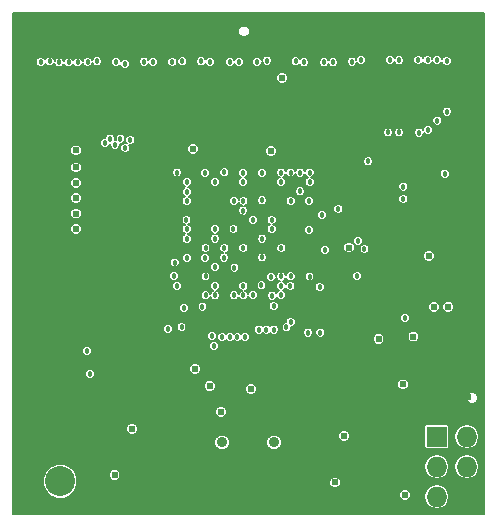
<source format=gbr>
%FSLAX46Y46*%
G04 Gerber Fmt 4.6, Leading zero omitted, Abs format (unit mm)*
G04 Created by KiCad (PCBNEW (2014-10-25 BZR 5223)-product) date 02/11/2014 18:34:45*
%MOMM*%
G01*
G04 APERTURE LIST*
%ADD10C,0.100000*%
%ADD11R,2.540000X2.540000*%
%ADD12C,2.540000*%
%ADD13R,1.727200X1.727200*%
%ADD14O,1.727200X1.727200*%
%ADD15C,0.909320*%
%ADD16C,0.609600*%
%ADD17C,0.457199*%
%ADD18C,0.457200*%
%ADD19C,0.127000*%
G04 APERTURE END LIST*
D10*
D11*
X64100000Y-134610000D03*
D12*
X64100000Y-139690000D03*
D13*
X95980000Y-135910000D03*
D14*
X98520000Y-135910000D03*
X95980000Y-138450000D03*
X98520000Y-138450000D03*
X95980000Y-140990000D03*
X98520000Y-140990000D03*
D15*
X77800360Y-136399820D03*
X82199640Y-136399820D03*
D16*
X63134809Y-129750000D03*
D17*
X74000000Y-112750000D03*
X78820484Y-117582091D03*
X89000000Y-124550000D03*
D16*
X91050000Y-130850000D03*
X82000000Y-108400000D03*
X75250000Y-108350000D03*
D17*
X77194788Y-116744776D03*
X84367862Y-123129526D03*
X84379630Y-121517782D03*
D16*
X96750000Y-121500000D03*
X75050000Y-127400000D03*
X75850000Y-127300000D03*
X77800000Y-132000000D03*
D18*
X86001860Y-112737900D03*
X84388456Y-114351581D03*
X82000249Y-113539453D03*
X82770566Y-115992626D03*
X85202810Y-116742056D03*
X78799849Y-113539453D03*
X75575725Y-114336416D03*
X74799350Y-116739853D03*
X81200150Y-117539953D03*
X80428792Y-119167600D03*
X74812273Y-119973752D03*
X78747494Y-119987557D03*
X82798386Y-120742357D03*
X85210547Y-119950151D03*
X81976308Y-123186609D03*
X85984080Y-123979940D03*
X73941940Y-124787660D03*
X77999750Y-123140653D03*
D16*
X88000840Y-105851960D03*
X97609660Y-105849420D03*
X97622360Y-104152700D03*
X93596460Y-105877360D03*
X93609160Y-104165400D03*
X87980520Y-104165400D03*
X90403680Y-105796080D03*
X85595460Y-105836720D03*
X85582760Y-104233980D03*
X79994760Y-105862120D03*
X79994760Y-104099360D03*
X77597000Y-104152700D03*
X77571600Y-105808780D03*
X75158600Y-105796080D03*
X75158600Y-104193340D03*
X72801480Y-105821480D03*
X72776080Y-104152700D03*
X70365620Y-104233980D03*
X70403720Y-105849420D03*
X67980560Y-104233980D03*
X68008500Y-105849420D03*
X68484940Y-129746280D03*
X64621600Y-130068860D03*
X65706180Y-128593120D03*
X63902780Y-127518700D03*
X60890340Y-128301020D03*
X70758240Y-130399060D03*
X91658240Y-136967720D03*
X89659260Y-138334240D03*
X90166009Y-137217873D03*
X88211460Y-136683240D03*
X91516000Y-136180320D03*
X92933320Y-139436600D03*
X91246760Y-140968220D03*
X93917400Y-128339920D03*
X97580080Y-128614240D03*
X95926540Y-128830140D03*
X97290520Y-127778580D03*
X95458746Y-130181764D03*
X98603700Y-131205040D03*
X71500000Y-134450000D03*
X70300000Y-137350000D03*
X71400000Y-139350000D03*
X72800000Y-137050000D03*
X94150000Y-113700000D03*
X98850000Y-119200000D03*
X97450000Y-123050000D03*
X95250000Y-123150000D03*
X63125000Y-112175000D03*
X60675000Y-114425000D03*
X60675000Y-115725000D03*
X60675000Y-117025000D03*
X60675000Y-118375000D03*
X86575000Y-131875000D03*
X83975000Y-131875000D03*
X82725000Y-131875000D03*
X92100000Y-122100000D03*
D17*
X82800350Y-118359848D03*
X80390151Y-120750251D03*
X80409949Y-115949650D03*
X77199650Y-117559748D03*
X76404412Y-123145575D03*
D16*
X85250000Y-131900000D03*
X82300000Y-133800000D03*
X81450000Y-132250000D03*
X82399661Y-104300094D03*
X98654690Y-132567562D03*
X93276220Y-140866620D03*
X87370720Y-139794740D03*
X93135080Y-131486980D03*
X65425000Y-113125000D03*
X65425000Y-115725000D03*
D17*
X81200000Y-120742349D03*
X77994888Y-119955125D03*
X79567776Y-116770325D03*
X85171008Y-118392757D03*
D16*
X81950000Y-111750000D03*
X75350000Y-111550000D03*
D17*
X77189752Y-119150049D03*
X78789951Y-115949649D03*
X73780000Y-121170000D03*
X77199651Y-121560248D03*
X74800000Y-118350000D03*
X74820367Y-115182230D03*
X81176064Y-115913422D03*
X85204953Y-122355984D03*
X83580044Y-123182530D03*
X82800000Y-122350000D03*
D16*
X95300000Y-120600000D03*
X88150000Y-135850000D03*
X95750000Y-124950000D03*
X65425000Y-114425000D03*
X88550000Y-119900000D03*
D17*
X82000000Y-117550000D03*
X77989851Y-120750250D03*
X78850000Y-121600000D03*
X79605094Y-115944958D03*
X77179349Y-118318089D03*
X77189752Y-119150049D03*
X77200000Y-123150000D03*
X79600000Y-123950000D03*
X82820756Y-119918170D03*
X73997828Y-113550000D03*
X77204455Y-114354482D03*
X79590051Y-114349451D03*
X82794924Y-114345039D03*
X83600000Y-115950000D03*
X84390652Y-115149550D03*
D16*
X91506030Y-105600000D03*
X91050000Y-127650000D03*
X93998680Y-127438220D03*
X65425000Y-111675000D03*
D17*
X81200000Y-119150000D03*
X80400000Y-117550000D03*
X79600000Y-119950000D03*
X82000249Y-118340052D03*
X78767892Y-118329564D03*
D16*
X75535766Y-130175091D03*
X68700000Y-139150000D03*
X65425000Y-118325000D03*
X80250000Y-131900000D03*
X77700000Y-133800000D03*
X76750000Y-131650000D03*
X70200000Y-135250000D03*
X65425000Y-117025000D03*
X96950000Y-124950000D03*
D17*
X93150000Y-115800000D03*
X93150000Y-114750000D03*
D16*
X82900000Y-105550000D03*
D18*
X62440820Y-104173020D03*
X67867281Y-111069548D03*
X68303140Y-110680550D03*
X63197740Y-104150160D03*
X64018160Y-104233980D03*
X68727320Y-111183420D03*
X69199749Y-110680550D03*
X64808100Y-104233980D03*
X65575180Y-104231440D03*
X69618850Y-111490760D03*
X70037960Y-110810040D03*
X66408300Y-104185720D03*
X92001340Y-104018080D03*
X91826080Y-110159840D03*
X92788740Y-104053640D03*
X92788740Y-110159840D03*
X94452440Y-110167420D03*
X94416880Y-104030780D03*
X95204280Y-104013000D03*
X95222060Y-109966760D03*
X96009460Y-104048560D03*
X96027240Y-109161580D03*
X96814640Y-104099360D03*
X96832420Y-108389420D03*
D17*
X83600450Y-122340551D03*
X73240000Y-126800000D03*
X84395689Y-113554324D03*
X74370000Y-126642948D03*
X74600000Y-125000000D03*
X86065141Y-123239870D03*
D18*
X66364123Y-128650057D03*
X66607880Y-130592100D03*
D17*
X76399551Y-119960049D03*
X89860000Y-120010000D03*
X77200000Y-123950000D03*
X78450000Y-127500000D03*
X80420853Y-123918215D03*
X79750000Y-127500000D03*
X78800000Y-123950000D03*
X79100000Y-127500000D03*
X76350000Y-120800000D03*
X76950000Y-127400000D03*
X76400000Y-122350000D03*
X77100000Y-128250000D03*
X86120143Y-127104434D03*
D18*
X82800000Y-123150000D03*
X80900000Y-126850000D03*
X79600000Y-123150000D03*
D17*
X81138104Y-123105616D03*
D18*
X81550000Y-126850000D03*
D17*
X93280891Y-125850000D03*
X83602764Y-126196262D03*
D18*
X96650000Y-113650000D03*
X82779364Y-123918008D03*
D17*
X81966743Y-122397957D03*
D18*
X82200000Y-126850000D03*
X85100000Y-127100000D03*
X82169108Y-124859433D03*
D17*
X89250000Y-122300000D03*
X76143510Y-124906490D03*
X77800000Y-127500000D03*
X76400000Y-123950000D03*
X83255405Y-126665975D03*
D18*
X82031835Y-123970711D03*
D17*
X74000000Y-123150000D03*
D18*
X67231260Y-104134920D03*
D17*
X73755088Y-122303359D03*
D18*
X68826380Y-104203500D03*
D17*
X74820003Y-120782513D03*
D18*
X69575680Y-104338120D03*
X71188580Y-104160320D03*
X74798903Y-119159488D03*
X71950580Y-104167940D03*
X74789453Y-117549850D03*
X73591420Y-104167940D03*
X74799350Y-115939754D03*
X74442320Y-104137460D03*
X74816478Y-114377718D03*
X76024740Y-104137460D03*
X76358584Y-113606231D03*
X76758800Y-104195880D03*
X77999750Y-113539453D03*
X78458060Y-104167940D03*
X79570580Y-113576100D03*
X79220060Y-104167940D03*
X81180454Y-113580520D03*
X80772000Y-104167940D03*
X82810247Y-113549350D03*
D17*
X83600000Y-113550000D03*
D18*
X81592420Y-104079040D03*
X84025740Y-104137460D03*
X85210547Y-113549351D03*
X84759800Y-104226360D03*
X85210548Y-114349449D03*
X86408260Y-104226360D03*
X85163873Y-115974209D03*
D17*
X86249383Y-117149383D03*
D18*
X87170260Y-104226360D03*
D17*
X87650000Y-116652059D03*
D18*
X88783160Y-104155240D03*
D17*
X90162085Y-112612085D03*
X89300000Y-119350000D03*
X86500000Y-120100000D03*
D18*
X89588340Y-104028240D03*
D19*
G36*
X99936500Y-142436500D02*
X99574100Y-142436500D01*
X99574100Y-138470651D01*
X99574100Y-138429349D01*
X99574100Y-135930651D01*
X99574100Y-135889349D01*
X99493861Y-135485962D01*
X99477546Y-135461544D01*
X99477546Y-132536971D01*
X99402300Y-132354861D01*
X99263092Y-132215410D01*
X99081114Y-132139846D01*
X98884071Y-132139674D01*
X98701961Y-132214920D01*
X98562510Y-132354128D01*
X98486946Y-132536106D01*
X98486774Y-132733149D01*
X98562020Y-132915259D01*
X98701228Y-133054710D01*
X98883206Y-133130274D01*
X99080249Y-133130446D01*
X99262359Y-133055200D01*
X99401810Y-132915992D01*
X99477374Y-132734014D01*
X99477546Y-132536971D01*
X99477546Y-135461544D01*
X99265361Y-135143988D01*
X98923387Y-134915488D01*
X98520000Y-134835249D01*
X98116613Y-134915488D01*
X97774639Y-135143988D01*
X97546139Y-135485962D01*
X97465900Y-135889349D01*
X97465900Y-135930651D01*
X97546139Y-136334038D01*
X97774639Y-136676012D01*
X98116613Y-136904512D01*
X98520000Y-136984751D01*
X98923387Y-136904512D01*
X99265361Y-136676012D01*
X99493861Y-136334038D01*
X99574100Y-135930651D01*
X99574100Y-138429349D01*
X99493861Y-138025962D01*
X99265361Y-137683988D01*
X98923387Y-137455488D01*
X98520000Y-137375249D01*
X98116613Y-137455488D01*
X97774639Y-137683988D01*
X97546139Y-138025962D01*
X97465900Y-138429349D01*
X97465900Y-138470651D01*
X97546139Y-138874038D01*
X97774639Y-139216012D01*
X98116613Y-139444512D01*
X98520000Y-139524751D01*
X98923387Y-139444512D01*
X99265361Y-139216012D01*
X99493861Y-138874038D01*
X99574100Y-138470651D01*
X99574100Y-142436500D01*
X97445386Y-142436500D01*
X97445386Y-124851911D01*
X97370140Y-124669801D01*
X97251593Y-124551047D01*
X97251593Y-108306422D01*
X97233813Y-108263391D01*
X97233813Y-104016362D01*
X97170143Y-103862269D01*
X97052351Y-103744271D01*
X96898370Y-103680333D01*
X96731642Y-103680187D01*
X96577549Y-103743857D01*
X96459551Y-103861649D01*
X96422533Y-103950798D01*
X96364963Y-103811469D01*
X96247171Y-103693471D01*
X96093190Y-103629533D01*
X95926462Y-103629387D01*
X95772369Y-103693057D01*
X95654371Y-103810849D01*
X95614196Y-103907600D01*
X95559783Y-103775909D01*
X95441991Y-103657911D01*
X95288010Y-103593973D01*
X95121282Y-103593827D01*
X94967189Y-103657497D01*
X94849191Y-103775289D01*
X94806881Y-103877182D01*
X94772383Y-103793689D01*
X94654591Y-103675691D01*
X94500610Y-103611753D01*
X94333882Y-103611607D01*
X94179789Y-103675277D01*
X94061791Y-103793069D01*
X93997853Y-103947050D01*
X93997707Y-104113778D01*
X94061377Y-104267871D01*
X94179169Y-104385869D01*
X94333150Y-104449807D01*
X94499878Y-104449953D01*
X94653971Y-104386283D01*
X94771969Y-104268491D01*
X94814278Y-104166597D01*
X94848777Y-104250091D01*
X94966569Y-104368089D01*
X95120550Y-104432027D01*
X95287278Y-104432173D01*
X95441371Y-104368503D01*
X95559369Y-104250711D01*
X95599543Y-104153959D01*
X95653957Y-104285651D01*
X95771749Y-104403649D01*
X95925730Y-104467587D01*
X96092458Y-104467733D01*
X96246551Y-104404063D01*
X96364549Y-104286271D01*
X96401566Y-104197121D01*
X96459137Y-104336451D01*
X96576929Y-104454449D01*
X96730910Y-104518387D01*
X96897638Y-104518533D01*
X97051731Y-104454863D01*
X97169729Y-104337071D01*
X97233667Y-104183090D01*
X97233813Y-104016362D01*
X97233813Y-108263391D01*
X97187923Y-108152329D01*
X97070131Y-108034331D01*
X96916150Y-107970393D01*
X96749422Y-107970247D01*
X96595329Y-108033917D01*
X96477331Y-108151709D01*
X96413393Y-108305690D01*
X96413247Y-108472418D01*
X96476917Y-108626511D01*
X96594709Y-108744509D01*
X96748690Y-108808447D01*
X96915418Y-108808593D01*
X97069511Y-108744923D01*
X97187509Y-108627131D01*
X97251447Y-108473150D01*
X97251593Y-108306422D01*
X97251593Y-124551047D01*
X97230932Y-124530350D01*
X97069173Y-124463181D01*
X97069173Y-113567002D01*
X97005503Y-113412909D01*
X96887711Y-113294911D01*
X96733730Y-113230973D01*
X96567002Y-113230827D01*
X96446413Y-113280653D01*
X96446413Y-109078582D01*
X96382743Y-108924489D01*
X96264951Y-108806491D01*
X96110970Y-108742553D01*
X95944242Y-108742407D01*
X95790149Y-108806077D01*
X95672151Y-108923869D01*
X95608213Y-109077850D01*
X95608067Y-109244578D01*
X95671737Y-109398671D01*
X95789529Y-109516669D01*
X95943510Y-109580607D01*
X96110238Y-109580753D01*
X96264331Y-109517083D01*
X96382329Y-109399291D01*
X96446267Y-109245310D01*
X96446413Y-109078582D01*
X96446413Y-113280653D01*
X96412909Y-113294497D01*
X96294911Y-113412289D01*
X96230973Y-113566270D01*
X96230827Y-113732998D01*
X96294497Y-113887091D01*
X96412289Y-114005089D01*
X96566270Y-114069027D01*
X96732998Y-114069173D01*
X96887091Y-114005503D01*
X97005089Y-113887711D01*
X97069027Y-113733730D01*
X97069173Y-113567002D01*
X97069173Y-124463181D01*
X97048954Y-124454786D01*
X96851911Y-124454614D01*
X96669801Y-124529860D01*
X96530350Y-124669068D01*
X96454786Y-124851046D01*
X96454614Y-125048089D01*
X96529860Y-125230199D01*
X96669068Y-125369650D01*
X96851046Y-125445214D01*
X97048089Y-125445386D01*
X97230199Y-125370140D01*
X97369650Y-125230932D01*
X97445214Y-125048954D01*
X97445386Y-124851911D01*
X97445386Y-142436500D01*
X97034100Y-142436500D01*
X97034100Y-141010651D01*
X97034100Y-140969349D01*
X97034100Y-138470651D01*
X97034100Y-138429349D01*
X97034100Y-136811493D01*
X97034100Y-136735707D01*
X97034100Y-135008507D01*
X97005098Y-134938490D01*
X96951509Y-134884902D01*
X96881493Y-134855900D01*
X96805707Y-134855900D01*
X96245386Y-134855900D01*
X96245386Y-124851911D01*
X96170140Y-124669801D01*
X96030932Y-124530350D01*
X95848954Y-124454786D01*
X95795386Y-124454739D01*
X95795386Y-120501911D01*
X95720140Y-120319801D01*
X95641233Y-120240756D01*
X95641233Y-109883762D01*
X95577563Y-109729669D01*
X95459771Y-109611671D01*
X95305790Y-109547733D01*
X95139062Y-109547587D01*
X94984969Y-109611257D01*
X94866971Y-109729049D01*
X94803033Y-109883030D01*
X94802995Y-109925373D01*
X94690151Y-109812331D01*
X94536170Y-109748393D01*
X94369442Y-109748247D01*
X94215349Y-109811917D01*
X94097351Y-109929709D01*
X94033413Y-110083690D01*
X94033267Y-110250418D01*
X94096937Y-110404511D01*
X94214729Y-110522509D01*
X94368710Y-110586447D01*
X94535438Y-110586593D01*
X94689531Y-110522923D01*
X94807529Y-110405131D01*
X94871467Y-110251150D01*
X94871504Y-110208806D01*
X94984349Y-110321849D01*
X95138330Y-110385787D01*
X95305058Y-110385933D01*
X95459151Y-110322263D01*
X95577149Y-110204471D01*
X95641087Y-110050490D01*
X95641233Y-109883762D01*
X95641233Y-120240756D01*
X95580932Y-120180350D01*
X95398954Y-120104786D01*
X95201911Y-120104614D01*
X95019801Y-120179860D01*
X94880350Y-120319068D01*
X94804786Y-120501046D01*
X94804614Y-120698089D01*
X94879860Y-120880199D01*
X95019068Y-121019650D01*
X95201046Y-121095214D01*
X95398089Y-121095386D01*
X95580199Y-121020140D01*
X95719650Y-120880932D01*
X95795214Y-120698954D01*
X95795386Y-120501911D01*
X95795386Y-124454739D01*
X95651911Y-124454614D01*
X95469801Y-124529860D01*
X95330350Y-124669068D01*
X95254786Y-124851046D01*
X95254614Y-125048089D01*
X95329860Y-125230199D01*
X95469068Y-125369650D01*
X95651046Y-125445214D01*
X95848089Y-125445386D01*
X96030199Y-125370140D01*
X96169650Y-125230932D01*
X96245214Y-125048954D01*
X96245386Y-124851911D01*
X96245386Y-134855900D01*
X95078507Y-134855900D01*
X95008490Y-134884902D01*
X94954902Y-134938491D01*
X94925900Y-135008507D01*
X94925900Y-135084293D01*
X94925900Y-136811493D01*
X94954902Y-136881510D01*
X95008491Y-136935098D01*
X95078507Y-136964100D01*
X95154293Y-136964100D01*
X96881493Y-136964100D01*
X96951510Y-136935098D01*
X97005098Y-136881509D01*
X97034100Y-136811493D01*
X97034100Y-138429349D01*
X96953861Y-138025962D01*
X96725361Y-137683988D01*
X96383387Y-137455488D01*
X95980000Y-137375249D01*
X95576613Y-137455488D01*
X95234639Y-137683988D01*
X95006139Y-138025962D01*
X94925900Y-138429349D01*
X94925900Y-138470651D01*
X95006139Y-138874038D01*
X95234639Y-139216012D01*
X95576613Y-139444512D01*
X95980000Y-139524751D01*
X96383387Y-139444512D01*
X96725361Y-139216012D01*
X96953861Y-138874038D01*
X97034100Y-138470651D01*
X97034100Y-140969349D01*
X96953861Y-140565962D01*
X96725361Y-140223988D01*
X96383387Y-139995488D01*
X95980000Y-139915249D01*
X95576613Y-139995488D01*
X95234639Y-140223988D01*
X95006139Y-140565962D01*
X94925900Y-140969349D01*
X94925900Y-141010651D01*
X95006139Y-141414038D01*
X95234639Y-141756012D01*
X95576613Y-141984512D01*
X95980000Y-142064751D01*
X96383387Y-141984512D01*
X96725361Y-141756012D01*
X96953861Y-141414038D01*
X97034100Y-141010651D01*
X97034100Y-142436500D01*
X94494066Y-142436500D01*
X94494066Y-127340131D01*
X94418820Y-127158021D01*
X94279612Y-127018570D01*
X94097634Y-126943006D01*
X93900591Y-126942834D01*
X93718481Y-127018080D01*
X93700063Y-127036465D01*
X93700063Y-125767002D01*
X93636393Y-125612909D01*
X93569172Y-125545570D01*
X93569172Y-115717002D01*
X93569172Y-114667002D01*
X93505502Y-114512909D01*
X93387711Y-114394912D01*
X93233730Y-114330974D01*
X93207913Y-114330951D01*
X93207913Y-110076842D01*
X93207913Y-103970642D01*
X93144243Y-103816549D01*
X93026451Y-103698551D01*
X92872470Y-103634613D01*
X92705742Y-103634467D01*
X92551649Y-103698137D01*
X92433651Y-103815929D01*
X92402388Y-103891217D01*
X92356843Y-103780989D01*
X92239051Y-103662991D01*
X92085070Y-103599053D01*
X91918342Y-103598907D01*
X91764249Y-103662577D01*
X91646251Y-103780369D01*
X91582313Y-103934350D01*
X91582167Y-104101078D01*
X91645837Y-104255171D01*
X91763629Y-104373169D01*
X91917610Y-104437107D01*
X92084338Y-104437253D01*
X92238431Y-104373583D01*
X92356429Y-104255791D01*
X92387691Y-104180502D01*
X92433237Y-104290731D01*
X92551029Y-104408729D01*
X92705010Y-104472667D01*
X92871738Y-104472813D01*
X93025831Y-104409143D01*
X93143829Y-104291351D01*
X93207767Y-104137370D01*
X93207913Y-103970642D01*
X93207913Y-110076842D01*
X93144243Y-109922749D01*
X93026451Y-109804751D01*
X92872470Y-109740813D01*
X92705742Y-109740667D01*
X92551649Y-109804337D01*
X92433651Y-109922129D01*
X92369713Y-110076110D01*
X92369567Y-110242838D01*
X92433237Y-110396931D01*
X92551029Y-110514929D01*
X92705010Y-110578867D01*
X92871738Y-110579013D01*
X93025831Y-110515343D01*
X93143829Y-110397551D01*
X93207767Y-110243570D01*
X93207913Y-110076842D01*
X93207913Y-114330951D01*
X93067002Y-114330828D01*
X92912909Y-114394498D01*
X92794912Y-114512289D01*
X92730974Y-114666270D01*
X92730828Y-114832998D01*
X92794498Y-114987091D01*
X92912289Y-115105088D01*
X93066270Y-115169026D01*
X93232998Y-115169172D01*
X93387091Y-115105502D01*
X93505088Y-114987711D01*
X93569026Y-114833730D01*
X93569172Y-114667002D01*
X93569172Y-115717002D01*
X93505502Y-115562909D01*
X93387711Y-115444912D01*
X93233730Y-115380974D01*
X93067002Y-115380828D01*
X92912909Y-115444498D01*
X92794912Y-115562289D01*
X92730974Y-115716270D01*
X92730828Y-115882998D01*
X92794498Y-116037091D01*
X92912289Y-116155088D01*
X93066270Y-116219026D01*
X93232998Y-116219172D01*
X93387091Y-116155502D01*
X93505088Y-116037711D01*
X93569026Y-115883730D01*
X93569172Y-115717002D01*
X93569172Y-125545570D01*
X93518602Y-125494912D01*
X93364621Y-125430974D01*
X93197893Y-125430828D01*
X93043800Y-125494498D01*
X92925803Y-125612289D01*
X92861865Y-125766270D01*
X92861719Y-125932998D01*
X92925389Y-126087091D01*
X93043180Y-126205088D01*
X93197161Y-126269026D01*
X93363889Y-126269172D01*
X93517982Y-126205502D01*
X93635979Y-126087711D01*
X93699917Y-125933730D01*
X93700063Y-125767002D01*
X93700063Y-127036465D01*
X93579030Y-127157288D01*
X93503466Y-127339266D01*
X93503294Y-127536309D01*
X93578540Y-127718419D01*
X93717748Y-127857870D01*
X93899726Y-127933434D01*
X94096769Y-127933606D01*
X94278879Y-127858360D01*
X94418330Y-127719152D01*
X94493894Y-127537174D01*
X94494066Y-127340131D01*
X94494066Y-142436500D01*
X93771606Y-142436500D01*
X93771606Y-140768531D01*
X93696360Y-140586421D01*
X93630466Y-140520411D01*
X93630466Y-131388891D01*
X93555220Y-131206781D01*
X93416012Y-131067330D01*
X93234034Y-130991766D01*
X93036991Y-130991594D01*
X92854881Y-131066840D01*
X92715430Y-131206048D01*
X92639866Y-131388026D01*
X92639694Y-131585069D01*
X92714940Y-131767179D01*
X92854148Y-131906630D01*
X93036126Y-131982194D01*
X93233169Y-131982366D01*
X93415279Y-131907120D01*
X93554730Y-131767912D01*
X93630294Y-131585934D01*
X93630466Y-131388891D01*
X93630466Y-140520411D01*
X93557152Y-140446970D01*
X93375174Y-140371406D01*
X93178131Y-140371234D01*
X92996021Y-140446480D01*
X92856570Y-140585688D01*
X92781006Y-140767666D01*
X92780834Y-140964709D01*
X92856080Y-141146819D01*
X92995288Y-141286270D01*
X93177266Y-141361834D01*
X93374309Y-141362006D01*
X93556419Y-141286760D01*
X93695870Y-141147552D01*
X93771434Y-140965574D01*
X93771606Y-140768531D01*
X93771606Y-142436500D01*
X92245253Y-142436500D01*
X92245253Y-110076842D01*
X92181583Y-109922749D01*
X92063791Y-109804751D01*
X91909810Y-109740813D01*
X91743082Y-109740667D01*
X91588989Y-109804337D01*
X91470991Y-109922129D01*
X91407053Y-110076110D01*
X91406907Y-110242838D01*
X91470577Y-110396931D01*
X91588369Y-110514929D01*
X91742350Y-110578867D01*
X91909078Y-110579013D01*
X92063171Y-110515343D01*
X92181169Y-110397551D01*
X92245107Y-110243570D01*
X92245253Y-110076842D01*
X92245253Y-142436500D01*
X91545386Y-142436500D01*
X91545386Y-127551911D01*
X91470140Y-127369801D01*
X91330932Y-127230350D01*
X91148954Y-127154786D01*
X90951911Y-127154614D01*
X90769801Y-127229860D01*
X90630350Y-127369068D01*
X90581257Y-127487296D01*
X90581257Y-112529087D01*
X90517587Y-112374994D01*
X90399796Y-112256997D01*
X90245815Y-112193059D01*
X90079087Y-112192913D01*
X90007513Y-112222486D01*
X90007513Y-103945242D01*
X89943843Y-103791149D01*
X89826051Y-103673151D01*
X89672070Y-103609213D01*
X89505342Y-103609067D01*
X89351249Y-103672737D01*
X89233251Y-103790529D01*
X89169313Y-103944510D01*
X89169271Y-103992226D01*
X89138663Y-103918149D01*
X89020871Y-103800151D01*
X88866890Y-103736213D01*
X88700162Y-103736067D01*
X88546069Y-103799737D01*
X88428071Y-103917529D01*
X88364133Y-104071510D01*
X88363987Y-104238238D01*
X88427657Y-104392331D01*
X88545449Y-104510329D01*
X88699430Y-104574267D01*
X88866158Y-104574413D01*
X89020251Y-104510743D01*
X89138249Y-104392951D01*
X89202187Y-104238970D01*
X89202228Y-104191253D01*
X89232837Y-104265331D01*
X89350629Y-104383329D01*
X89504610Y-104447267D01*
X89671338Y-104447413D01*
X89825431Y-104383743D01*
X89943429Y-104265951D01*
X90007367Y-104111970D01*
X90007513Y-103945242D01*
X90007513Y-112222486D01*
X89924994Y-112256583D01*
X89806997Y-112374374D01*
X89743059Y-112528355D01*
X89742913Y-112695083D01*
X89806583Y-112849176D01*
X89924374Y-112967173D01*
X90078355Y-113031111D01*
X90245083Y-113031257D01*
X90399176Y-112967587D01*
X90517173Y-112849796D01*
X90581111Y-112695815D01*
X90581257Y-112529087D01*
X90581257Y-127487296D01*
X90554786Y-127551046D01*
X90554614Y-127748089D01*
X90629860Y-127930199D01*
X90769068Y-128069650D01*
X90951046Y-128145214D01*
X91148089Y-128145386D01*
X91330199Y-128070140D01*
X91469650Y-127930932D01*
X91545214Y-127748954D01*
X91545386Y-127551911D01*
X91545386Y-142436500D01*
X90279172Y-142436500D01*
X90279172Y-119927002D01*
X90215502Y-119772909D01*
X90097711Y-119654912D01*
X89943730Y-119590974D01*
X89777002Y-119590828D01*
X89719172Y-119614722D01*
X89719172Y-119267002D01*
X89655502Y-119112909D01*
X89537711Y-118994912D01*
X89383730Y-118930974D01*
X89217002Y-118930828D01*
X89062909Y-118994498D01*
X88944912Y-119112289D01*
X88880974Y-119266270D01*
X88880828Y-119432998D01*
X88944498Y-119587091D01*
X89062289Y-119705088D01*
X89216270Y-119769026D01*
X89382998Y-119769172D01*
X89537091Y-119705502D01*
X89655088Y-119587711D01*
X89719026Y-119433730D01*
X89719172Y-119267002D01*
X89719172Y-119614722D01*
X89622909Y-119654498D01*
X89504912Y-119772289D01*
X89440974Y-119926270D01*
X89440828Y-120092998D01*
X89504498Y-120247091D01*
X89622289Y-120365088D01*
X89776270Y-120429026D01*
X89942998Y-120429172D01*
X90097091Y-120365502D01*
X90215088Y-120247711D01*
X90279026Y-120093730D01*
X90279172Y-119927002D01*
X90279172Y-142436500D01*
X89669172Y-142436500D01*
X89669172Y-122217002D01*
X89605502Y-122062909D01*
X89487711Y-121944912D01*
X89333730Y-121880974D01*
X89167002Y-121880828D01*
X89045386Y-121931078D01*
X89045386Y-119801911D01*
X88970140Y-119619801D01*
X88830932Y-119480350D01*
X88648954Y-119404786D01*
X88451911Y-119404614D01*
X88269801Y-119479860D01*
X88130350Y-119619068D01*
X88069172Y-119766400D01*
X88069172Y-116569061D01*
X88005502Y-116414968D01*
X87887711Y-116296971D01*
X87733730Y-116233033D01*
X87589433Y-116232906D01*
X87589433Y-104143362D01*
X87525763Y-103989269D01*
X87407971Y-103871271D01*
X87253990Y-103807333D01*
X87087262Y-103807187D01*
X86933169Y-103870857D01*
X86815171Y-103988649D01*
X86789275Y-104051013D01*
X86763763Y-103989269D01*
X86645971Y-103871271D01*
X86491990Y-103807333D01*
X86325262Y-103807187D01*
X86171169Y-103870857D01*
X86053171Y-103988649D01*
X85989233Y-104142630D01*
X85989087Y-104309358D01*
X86052757Y-104463451D01*
X86170549Y-104581449D01*
X86324530Y-104645387D01*
X86491258Y-104645533D01*
X86645351Y-104581863D01*
X86763349Y-104464071D01*
X86789244Y-104401706D01*
X86814757Y-104463451D01*
X86932549Y-104581449D01*
X87086530Y-104645387D01*
X87253258Y-104645533D01*
X87407351Y-104581863D01*
X87525349Y-104464071D01*
X87589287Y-104310090D01*
X87589433Y-104143362D01*
X87589433Y-116232906D01*
X87567002Y-116232887D01*
X87412909Y-116296557D01*
X87294912Y-116414348D01*
X87230974Y-116568329D01*
X87230828Y-116735057D01*
X87294498Y-116889150D01*
X87412289Y-117007147D01*
X87566270Y-117071085D01*
X87732998Y-117071231D01*
X87887091Y-117007561D01*
X88005088Y-116889770D01*
X88069026Y-116735789D01*
X88069172Y-116569061D01*
X88069172Y-119766400D01*
X88054786Y-119801046D01*
X88054614Y-119998089D01*
X88129860Y-120180199D01*
X88269068Y-120319650D01*
X88451046Y-120395214D01*
X88648089Y-120395386D01*
X88830199Y-120320140D01*
X88969650Y-120180932D01*
X89045214Y-119998954D01*
X89045386Y-119801911D01*
X89045386Y-121931078D01*
X89012909Y-121944498D01*
X88894912Y-122062289D01*
X88830974Y-122216270D01*
X88830828Y-122382998D01*
X88894498Y-122537091D01*
X89012289Y-122655088D01*
X89166270Y-122719026D01*
X89332998Y-122719172D01*
X89487091Y-122655502D01*
X89605088Y-122537711D01*
X89669026Y-122383730D01*
X89669172Y-122217002D01*
X89669172Y-142436500D01*
X88645386Y-142436500D01*
X88645386Y-135751911D01*
X88570140Y-135569801D01*
X88430932Y-135430350D01*
X88248954Y-135354786D01*
X88051911Y-135354614D01*
X87869801Y-135429860D01*
X87730350Y-135569068D01*
X87654786Y-135751046D01*
X87654614Y-135948089D01*
X87729860Y-136130199D01*
X87869068Y-136269650D01*
X88051046Y-136345214D01*
X88248089Y-136345386D01*
X88430199Y-136270140D01*
X88569650Y-136130932D01*
X88645214Y-135948954D01*
X88645386Y-135751911D01*
X88645386Y-142436500D01*
X87866106Y-142436500D01*
X87866106Y-139696651D01*
X87790860Y-139514541D01*
X87651652Y-139375090D01*
X87469674Y-139299526D01*
X87272631Y-139299354D01*
X87090521Y-139374600D01*
X86951070Y-139513808D01*
X86919172Y-139590626D01*
X86919172Y-120017002D01*
X86855502Y-119862909D01*
X86737711Y-119744912D01*
X86668555Y-119716196D01*
X86668555Y-117066385D01*
X86604885Y-116912292D01*
X86487094Y-116794295D01*
X86333113Y-116730357D01*
X86166385Y-116730211D01*
X86012292Y-116793881D01*
X85894295Y-116911672D01*
X85830357Y-117065653D01*
X85830211Y-117232381D01*
X85893881Y-117386474D01*
X86011672Y-117504471D01*
X86165653Y-117568409D01*
X86332381Y-117568555D01*
X86486474Y-117504885D01*
X86604471Y-117387094D01*
X86668409Y-117233113D01*
X86668555Y-117066385D01*
X86668555Y-119716196D01*
X86583730Y-119680974D01*
X86417002Y-119680828D01*
X86262909Y-119744498D01*
X86144912Y-119862289D01*
X86080974Y-120016270D01*
X86080828Y-120182998D01*
X86144498Y-120337091D01*
X86262289Y-120455088D01*
X86416270Y-120519026D01*
X86582998Y-120519172D01*
X86737091Y-120455502D01*
X86855088Y-120337711D01*
X86919026Y-120183730D01*
X86919172Y-120017002D01*
X86919172Y-139590626D01*
X86875506Y-139695786D01*
X86875334Y-139892829D01*
X86950580Y-140074939D01*
X87089788Y-140214390D01*
X87271766Y-140289954D01*
X87468809Y-140290126D01*
X87650919Y-140214880D01*
X87790370Y-140075672D01*
X87865934Y-139893694D01*
X87866106Y-139696651D01*
X87866106Y-142436500D01*
X86539315Y-142436500D01*
X86539315Y-127021436D01*
X86484313Y-126888321D01*
X86484313Y-123156872D01*
X86420643Y-123002779D01*
X86302852Y-122884782D01*
X86148871Y-122820844D01*
X85982143Y-122820698D01*
X85828050Y-122884368D01*
X85710053Y-123002159D01*
X85646115Y-123156140D01*
X85645969Y-123322868D01*
X85709639Y-123476961D01*
X85827430Y-123594958D01*
X85981411Y-123658896D01*
X86148139Y-123659042D01*
X86302232Y-123595372D01*
X86420229Y-123477581D01*
X86484167Y-123323600D01*
X86484313Y-123156872D01*
X86484313Y-126888321D01*
X86475645Y-126867343D01*
X86357854Y-126749346D01*
X86203873Y-126685408D01*
X86037145Y-126685262D01*
X85883052Y-126748932D01*
X85765055Y-126866723D01*
X85701117Y-127020704D01*
X85700971Y-127187432D01*
X85764641Y-127341525D01*
X85882432Y-127459522D01*
X86036413Y-127523460D01*
X86203141Y-127523606D01*
X86357234Y-127459936D01*
X86475231Y-127342145D01*
X86539169Y-127188164D01*
X86539315Y-127021436D01*
X86539315Y-142436500D01*
X85629721Y-142436500D01*
X85629721Y-114266451D01*
X85566051Y-114112358D01*
X85448259Y-113994360D01*
X85339905Y-113949368D01*
X85447638Y-113904854D01*
X85565636Y-113787062D01*
X85629574Y-113633081D01*
X85629720Y-113466353D01*
X85566050Y-113312260D01*
X85448258Y-113194262D01*
X85294277Y-113130324D01*
X85178973Y-113130223D01*
X85178973Y-104143362D01*
X85115303Y-103989269D01*
X84997511Y-103871271D01*
X84843530Y-103807333D01*
X84676802Y-103807187D01*
X84522709Y-103870857D01*
X84413920Y-103979455D01*
X84381243Y-103900369D01*
X84263451Y-103782371D01*
X84109470Y-103718433D01*
X83942742Y-103718287D01*
X83788649Y-103781957D01*
X83670651Y-103899749D01*
X83606713Y-104053730D01*
X83606567Y-104220458D01*
X83670237Y-104374551D01*
X83788029Y-104492549D01*
X83942010Y-104556487D01*
X84108738Y-104556633D01*
X84262831Y-104492963D01*
X84371619Y-104384364D01*
X84404297Y-104463451D01*
X84522089Y-104581449D01*
X84676070Y-104645387D01*
X84842798Y-104645533D01*
X84996891Y-104581863D01*
X85114889Y-104464071D01*
X85178827Y-104310090D01*
X85178973Y-104143362D01*
X85178973Y-113130223D01*
X85127549Y-113130178D01*
X84973456Y-113193848D01*
X84855458Y-113311640D01*
X84802037Y-113440291D01*
X84751191Y-113317233D01*
X84633400Y-113199236D01*
X84479419Y-113135298D01*
X84312691Y-113135152D01*
X84158598Y-113198822D01*
X84040601Y-113316613D01*
X83998713Y-113417489D01*
X83955502Y-113312909D01*
X83837711Y-113194912D01*
X83683730Y-113130974D01*
X83517002Y-113130828D01*
X83395386Y-113181078D01*
X83395386Y-105451911D01*
X83320140Y-105269801D01*
X83180932Y-105130350D01*
X82998954Y-105054786D01*
X82801911Y-105054614D01*
X82619801Y-105129860D01*
X82480350Y-105269068D01*
X82404786Y-105451046D01*
X82404614Y-105648089D01*
X82479860Y-105830199D01*
X82619068Y-105969650D01*
X82801046Y-106045214D01*
X82998089Y-106045386D01*
X83180199Y-105970140D01*
X83319650Y-105830932D01*
X83395214Y-105648954D01*
X83395386Y-105451911D01*
X83395386Y-113181078D01*
X83362909Y-113194498D01*
X83244912Y-113312289D01*
X83205239Y-113407831D01*
X83165750Y-113312259D01*
X83047958Y-113194261D01*
X82893977Y-113130323D01*
X82727249Y-113130177D01*
X82573156Y-113193847D01*
X82455158Y-113311639D01*
X82445386Y-113335172D01*
X82445386Y-111651911D01*
X82370140Y-111469801D01*
X82230932Y-111330350D01*
X82048954Y-111254786D01*
X82011593Y-111254753D01*
X82011593Y-103996042D01*
X81947923Y-103841949D01*
X81830131Y-103723951D01*
X81676150Y-103660013D01*
X81509422Y-103659867D01*
X81355329Y-103723537D01*
X81237331Y-103841329D01*
X81173393Y-103995310D01*
X81173352Y-104041812D01*
X81127503Y-103930849D01*
X81009711Y-103812851D01*
X80855730Y-103748913D01*
X80689002Y-103748767D01*
X80534909Y-103812437D01*
X80416911Y-103930229D01*
X80352973Y-104084210D01*
X80352827Y-104250938D01*
X80416497Y-104405031D01*
X80534289Y-104523029D01*
X80688270Y-104586967D01*
X80854998Y-104587113D01*
X81009091Y-104523443D01*
X81127089Y-104405651D01*
X81191027Y-104251670D01*
X81191067Y-104205167D01*
X81236917Y-104316131D01*
X81354709Y-104434129D01*
X81508690Y-104498067D01*
X81675418Y-104498213D01*
X81829511Y-104434543D01*
X81947509Y-104316751D01*
X82011447Y-104162770D01*
X82011593Y-103996042D01*
X82011593Y-111254753D01*
X81851911Y-111254614D01*
X81669801Y-111329860D01*
X81530350Y-111469068D01*
X81454786Y-111651046D01*
X81454614Y-111848089D01*
X81529860Y-112030199D01*
X81669068Y-112169650D01*
X81851046Y-112245214D01*
X82048089Y-112245386D01*
X82230199Y-112170140D01*
X82369650Y-112030932D01*
X82445214Y-111848954D01*
X82445386Y-111651911D01*
X82445386Y-113335172D01*
X82391220Y-113465620D01*
X82391074Y-113632348D01*
X82454744Y-113786441D01*
X82572536Y-113904439D01*
X82667925Y-113944047D01*
X82557833Y-113989537D01*
X82439836Y-114107328D01*
X82375898Y-114261309D01*
X82375752Y-114428037D01*
X82439422Y-114582130D01*
X82557213Y-114700127D01*
X82711194Y-114764065D01*
X82877922Y-114764211D01*
X83032015Y-114700541D01*
X83150012Y-114582750D01*
X83213950Y-114428769D01*
X83214096Y-114262041D01*
X83150426Y-114107948D01*
X83032635Y-113989951D01*
X82937245Y-113950342D01*
X83047338Y-113904853D01*
X83165336Y-113787061D01*
X83205008Y-113691518D01*
X83244498Y-113787091D01*
X83362289Y-113905088D01*
X83516270Y-113969026D01*
X83682998Y-113969172D01*
X83837091Y-113905502D01*
X83955088Y-113787711D01*
X83996975Y-113686834D01*
X84040187Y-113791415D01*
X84157978Y-113909412D01*
X84311959Y-113973350D01*
X84478687Y-113973496D01*
X84632780Y-113909826D01*
X84750777Y-113792035D01*
X84804197Y-113663383D01*
X84855044Y-113786442D01*
X84972836Y-113904440D01*
X85081189Y-113949431D01*
X84973457Y-113993946D01*
X84855459Y-114111738D01*
X84791521Y-114265719D01*
X84791375Y-114432447D01*
X84855045Y-114586540D01*
X84972837Y-114704538D01*
X85126818Y-114768476D01*
X85293546Y-114768622D01*
X85447639Y-114704952D01*
X85565637Y-114587160D01*
X85629575Y-114433179D01*
X85629721Y-114266451D01*
X85629721Y-142436500D01*
X85624125Y-142436500D01*
X85624125Y-122272986D01*
X85590180Y-122190832D01*
X85590180Y-118309759D01*
X85583046Y-118292493D01*
X85583046Y-115891211D01*
X85519376Y-115737118D01*
X85401584Y-115619120D01*
X85247603Y-115555182D01*
X85080875Y-115555036D01*
X84926782Y-115618706D01*
X84809824Y-115735459D01*
X84809824Y-115066552D01*
X84746154Y-114912459D01*
X84628363Y-114794462D01*
X84474382Y-114730524D01*
X84307654Y-114730378D01*
X84153561Y-114794048D01*
X84035564Y-114911839D01*
X83971626Y-115065820D01*
X83971480Y-115232548D01*
X84035150Y-115386641D01*
X84152941Y-115504638D01*
X84306922Y-115568576D01*
X84473650Y-115568722D01*
X84627743Y-115505052D01*
X84745740Y-115387261D01*
X84809678Y-115233280D01*
X84809824Y-115066552D01*
X84809824Y-115735459D01*
X84808784Y-115736498D01*
X84744846Y-115890479D01*
X84744700Y-116057207D01*
X84808370Y-116211300D01*
X84926162Y-116329298D01*
X85080143Y-116393236D01*
X85246871Y-116393382D01*
X85400964Y-116329712D01*
X85518962Y-116211920D01*
X85582900Y-116057939D01*
X85583046Y-115891211D01*
X85583046Y-118292493D01*
X85526510Y-118155666D01*
X85408719Y-118037669D01*
X85254738Y-117973731D01*
X85088010Y-117973585D01*
X84933917Y-118037255D01*
X84815920Y-118155046D01*
X84751982Y-118309027D01*
X84751836Y-118475755D01*
X84815506Y-118629848D01*
X84933297Y-118747845D01*
X85087278Y-118811783D01*
X85254006Y-118811929D01*
X85408099Y-118748259D01*
X85526096Y-118630468D01*
X85590034Y-118476487D01*
X85590180Y-118309759D01*
X85590180Y-122190832D01*
X85560455Y-122118893D01*
X85442664Y-122000896D01*
X85288683Y-121936958D01*
X85121955Y-121936812D01*
X84967862Y-122000482D01*
X84849865Y-122118273D01*
X84785927Y-122272254D01*
X84785781Y-122438982D01*
X84849451Y-122593075D01*
X84967242Y-122711072D01*
X85121223Y-122775010D01*
X85287951Y-122775156D01*
X85442044Y-122711486D01*
X85560041Y-122593695D01*
X85623979Y-122439714D01*
X85624125Y-122272986D01*
X85624125Y-142436500D01*
X85519173Y-142436500D01*
X85519173Y-127017002D01*
X85455503Y-126862909D01*
X85337711Y-126744911D01*
X85183730Y-126680973D01*
X85017002Y-126680827D01*
X84862909Y-126744497D01*
X84744911Y-126862289D01*
X84680973Y-127016270D01*
X84680827Y-127182998D01*
X84744497Y-127337091D01*
X84862289Y-127455089D01*
X85016270Y-127519027D01*
X85182998Y-127519173D01*
X85337091Y-127455503D01*
X85455089Y-127337711D01*
X85519027Y-127183730D01*
X85519173Y-127017002D01*
X85519173Y-142436500D01*
X84021936Y-142436500D01*
X84021936Y-126113264D01*
X84019622Y-126107663D01*
X84019622Y-122257553D01*
X84019172Y-122256463D01*
X84019172Y-115867002D01*
X83955502Y-115712909D01*
X83837711Y-115594912D01*
X83683730Y-115530974D01*
X83517002Y-115530828D01*
X83362909Y-115594498D01*
X83244912Y-115712289D01*
X83180974Y-115866270D01*
X83180828Y-116032998D01*
X83244498Y-116187091D01*
X83362289Y-116305088D01*
X83516270Y-116369026D01*
X83682998Y-116369172D01*
X83837091Y-116305502D01*
X83955088Y-116187711D01*
X84019026Y-116033730D01*
X84019172Y-115867002D01*
X84019172Y-122256463D01*
X83955952Y-122103460D01*
X83838161Y-121985463D01*
X83684180Y-121921525D01*
X83517452Y-121921379D01*
X83363359Y-121985049D01*
X83245362Y-122102840D01*
X83239928Y-122115926D01*
X83239928Y-119835172D01*
X83176258Y-119681079D01*
X83058467Y-119563082D01*
X82904486Y-119499144D01*
X82737758Y-119498998D01*
X82583665Y-119562668D01*
X82465668Y-119680459D01*
X82419421Y-119791835D01*
X82419421Y-118257054D01*
X82355751Y-118102961D01*
X82237960Y-117984964D01*
X82141607Y-117944955D01*
X82237091Y-117905502D01*
X82355088Y-117787711D01*
X82419026Y-117633730D01*
X82419172Y-117467002D01*
X82355502Y-117312909D01*
X82237711Y-117194912D01*
X82083730Y-117130974D01*
X81917002Y-117130828D01*
X81762909Y-117194498D01*
X81644912Y-117312289D01*
X81599627Y-117421348D01*
X81599627Y-113497522D01*
X81535957Y-113343429D01*
X81418165Y-113225431D01*
X81264184Y-113161493D01*
X81097456Y-113161347D01*
X80943363Y-113225017D01*
X80825365Y-113342809D01*
X80761427Y-113496790D01*
X80761281Y-113663518D01*
X80824951Y-113817611D01*
X80942743Y-113935609D01*
X81096724Y-113999547D01*
X81263452Y-113999693D01*
X81417545Y-113936023D01*
X81535543Y-113818231D01*
X81599481Y-113664250D01*
X81599627Y-113497522D01*
X81599627Y-117421348D01*
X81595236Y-117431923D01*
X81595236Y-115830424D01*
X81531566Y-115676331D01*
X81413775Y-115558334D01*
X81259794Y-115494396D01*
X81093066Y-115494250D01*
X80938973Y-115557920D01*
X80820976Y-115675711D01*
X80757038Y-115829692D01*
X80756892Y-115996420D01*
X80820562Y-116150513D01*
X80938353Y-116268510D01*
X81092334Y-116332448D01*
X81259062Y-116332594D01*
X81413155Y-116268924D01*
X81531152Y-116151133D01*
X81595090Y-115997152D01*
X81595236Y-115830424D01*
X81595236Y-117431923D01*
X81580974Y-117466270D01*
X81580828Y-117632998D01*
X81644498Y-117787091D01*
X81762289Y-117905088D01*
X81858641Y-117945096D01*
X81763158Y-117984550D01*
X81645161Y-118102341D01*
X81581223Y-118256322D01*
X81581077Y-118423050D01*
X81644747Y-118577143D01*
X81762538Y-118695140D01*
X81916519Y-118759078D01*
X82083247Y-118759224D01*
X82237340Y-118695554D01*
X82355337Y-118577763D01*
X82419275Y-118423782D01*
X82419421Y-118257054D01*
X82419421Y-119791835D01*
X82401730Y-119834440D01*
X82401584Y-120001168D01*
X82465254Y-120155261D01*
X82583045Y-120273258D01*
X82737026Y-120337196D01*
X82903754Y-120337342D01*
X83057847Y-120273672D01*
X83175844Y-120155881D01*
X83239782Y-120001900D01*
X83239928Y-119835172D01*
X83239928Y-122115926D01*
X83198235Y-122216332D01*
X83155502Y-122112909D01*
X83037711Y-121994912D01*
X82883730Y-121930974D01*
X82717002Y-121930828D01*
X82562909Y-121994498D01*
X82444912Y-122112289D01*
X82380974Y-122266270D01*
X82380941Y-122302923D01*
X82322245Y-122160866D01*
X82204454Y-122042869D01*
X82050473Y-121978931D01*
X81883745Y-121978785D01*
X81729652Y-122042455D01*
X81619172Y-122152742D01*
X81619172Y-120659351D01*
X81619172Y-119067002D01*
X81555502Y-118912909D01*
X81437711Y-118794912D01*
X81283730Y-118730974D01*
X81117002Y-118730828D01*
X80962909Y-118794498D01*
X80844912Y-118912289D01*
X80819172Y-118974278D01*
X80819172Y-117467002D01*
X80755502Y-117312909D01*
X80637711Y-117194912D01*
X80483730Y-117130974D01*
X80317002Y-117130828D01*
X80162909Y-117194498D01*
X80145386Y-117211990D01*
X80145386Y-101501911D01*
X80070140Y-101319801D01*
X79930932Y-101180350D01*
X79748954Y-101104786D01*
X79551911Y-101104614D01*
X79369801Y-101179860D01*
X79230350Y-101319068D01*
X79154786Y-101501046D01*
X79154614Y-101698089D01*
X79229860Y-101880199D01*
X79369068Y-102019650D01*
X79551046Y-102095214D01*
X79748089Y-102095386D01*
X79930199Y-102020140D01*
X80069650Y-101880932D01*
X80145214Y-101698954D01*
X80145386Y-101501911D01*
X80145386Y-117211990D01*
X80044912Y-117312289D01*
X80024266Y-117362010D01*
X80024266Y-115861960D01*
X80009223Y-115825553D01*
X80009223Y-114266453D01*
X79945553Y-114112360D01*
X79827762Y-113994363D01*
X79741983Y-113958744D01*
X79807671Y-113931603D01*
X79925669Y-113813811D01*
X79989607Y-113659830D01*
X79989753Y-113493102D01*
X79926083Y-113339009D01*
X79808291Y-113221011D01*
X79654310Y-113157073D01*
X79639233Y-113157059D01*
X79639233Y-104084942D01*
X79575563Y-103930849D01*
X79457771Y-103812851D01*
X79303790Y-103748913D01*
X79137062Y-103748767D01*
X78982969Y-103812437D01*
X78864971Y-103930229D01*
X78839075Y-103992593D01*
X78813563Y-103930849D01*
X78695771Y-103812851D01*
X78541790Y-103748913D01*
X78375062Y-103748767D01*
X78220969Y-103812437D01*
X78102971Y-103930229D01*
X78039033Y-104084210D01*
X78038887Y-104250938D01*
X78102557Y-104405031D01*
X78220349Y-104523029D01*
X78374330Y-104586967D01*
X78541058Y-104587113D01*
X78695151Y-104523443D01*
X78813149Y-104405651D01*
X78839044Y-104343286D01*
X78864557Y-104405031D01*
X78982349Y-104523029D01*
X79136330Y-104586967D01*
X79303058Y-104587113D01*
X79457151Y-104523443D01*
X79575149Y-104405651D01*
X79639087Y-104251670D01*
X79639233Y-104084942D01*
X79639233Y-113157059D01*
X79487582Y-113156927D01*
X79333489Y-113220597D01*
X79215491Y-113338389D01*
X79151553Y-113492370D01*
X79151407Y-113659098D01*
X79215077Y-113813191D01*
X79332869Y-113931189D01*
X79418647Y-113966807D01*
X79352960Y-113993949D01*
X79234963Y-114111740D01*
X79171025Y-114265721D01*
X79170879Y-114432449D01*
X79234549Y-114586542D01*
X79352340Y-114704539D01*
X79506321Y-114768477D01*
X79673049Y-114768623D01*
X79827142Y-114704953D01*
X79945139Y-114587162D01*
X80009077Y-114433181D01*
X80009223Y-114266453D01*
X80009223Y-115825553D01*
X79960596Y-115707867D01*
X79842805Y-115589870D01*
X79688824Y-115525932D01*
X79522096Y-115525786D01*
X79368003Y-115589456D01*
X79250006Y-115707247D01*
X79196500Y-115836102D01*
X79145453Y-115712558D01*
X79027662Y-115594561D01*
X78873681Y-115530623D01*
X78706953Y-115530477D01*
X78552860Y-115594147D01*
X78434863Y-115711938D01*
X78418923Y-115750326D01*
X78418923Y-113456455D01*
X78355253Y-113302362D01*
X78237461Y-113184364D01*
X78083480Y-113120426D01*
X77916752Y-113120280D01*
X77762659Y-113183950D01*
X77644661Y-113301742D01*
X77580723Y-113455723D01*
X77580577Y-113622451D01*
X77644247Y-113776544D01*
X77762039Y-113894542D01*
X77916020Y-113958480D01*
X78082748Y-113958626D01*
X78236841Y-113894956D01*
X78354839Y-113777164D01*
X78418777Y-113623183D01*
X78418923Y-113456455D01*
X78418923Y-115750326D01*
X78370925Y-115865919D01*
X78370779Y-116032647D01*
X78434449Y-116186740D01*
X78552240Y-116304737D01*
X78706221Y-116368675D01*
X78872949Y-116368821D01*
X79027042Y-116305151D01*
X79145039Y-116187360D01*
X79198544Y-116058504D01*
X79249592Y-116182049D01*
X79367383Y-116300046D01*
X79490475Y-116351157D01*
X79484778Y-116351153D01*
X79330685Y-116414823D01*
X79212688Y-116532614D01*
X79148750Y-116686595D01*
X79148604Y-116853323D01*
X79212274Y-117007416D01*
X79330065Y-117125413D01*
X79484046Y-117189351D01*
X79650774Y-117189497D01*
X79804867Y-117125827D01*
X79922864Y-117008036D01*
X79986802Y-116854055D01*
X79986948Y-116687327D01*
X79923278Y-116533234D01*
X79805487Y-116415237D01*
X79682394Y-116364125D01*
X79688092Y-116364130D01*
X79842185Y-116300460D01*
X79960182Y-116182669D01*
X80024120Y-116028688D01*
X80024266Y-115861960D01*
X80024266Y-117362010D01*
X79980974Y-117466270D01*
X79980828Y-117632998D01*
X80044498Y-117787091D01*
X80162289Y-117905088D01*
X80316270Y-117969026D01*
X80482998Y-117969172D01*
X80637091Y-117905502D01*
X80755088Y-117787711D01*
X80819026Y-117633730D01*
X80819172Y-117467002D01*
X80819172Y-118974278D01*
X80780974Y-119066270D01*
X80780828Y-119232998D01*
X80844498Y-119387091D01*
X80962289Y-119505088D01*
X81116270Y-119569026D01*
X81282998Y-119569172D01*
X81437091Y-119505502D01*
X81555088Y-119387711D01*
X81619026Y-119233730D01*
X81619172Y-119067002D01*
X81619172Y-120659351D01*
X81555502Y-120505258D01*
X81437711Y-120387261D01*
X81283730Y-120323323D01*
X81117002Y-120323177D01*
X80962909Y-120386847D01*
X80844912Y-120504638D01*
X80780974Y-120658619D01*
X80780828Y-120825347D01*
X80844498Y-120979440D01*
X80962289Y-121097437D01*
X81116270Y-121161375D01*
X81282998Y-121161521D01*
X81437091Y-121097851D01*
X81555088Y-120980060D01*
X81619026Y-120826079D01*
X81619172Y-120659351D01*
X81619172Y-122152742D01*
X81611655Y-122160246D01*
X81547717Y-122314227D01*
X81547571Y-122480955D01*
X81611241Y-122635048D01*
X81729032Y-122753045D01*
X81883013Y-122816983D01*
X82049741Y-122817129D01*
X82203834Y-122753459D01*
X82321831Y-122635668D01*
X82385769Y-122481687D01*
X82385801Y-122445033D01*
X82444498Y-122587091D01*
X82562289Y-122705088D01*
X82670524Y-122750031D01*
X82562909Y-122794497D01*
X82444911Y-122912289D01*
X82380973Y-123066270D01*
X82380827Y-123232998D01*
X82444497Y-123387091D01*
X82562289Y-123505089D01*
X82621613Y-123529722D01*
X82542273Y-123562505D01*
X82424275Y-123680297D01*
X82394717Y-123751479D01*
X82387338Y-123733620D01*
X82269546Y-123615622D01*
X82115565Y-123551684D01*
X81948837Y-123551538D01*
X81794744Y-123615208D01*
X81676746Y-123733000D01*
X81612808Y-123886981D01*
X81612662Y-124053709D01*
X81676332Y-124207802D01*
X81794124Y-124325800D01*
X81948105Y-124389738D01*
X82114833Y-124389884D01*
X82268926Y-124326214D01*
X82386924Y-124208422D01*
X82416481Y-124137239D01*
X82423861Y-124155099D01*
X82541653Y-124273097D01*
X82695634Y-124337035D01*
X82862362Y-124337181D01*
X83016455Y-124273511D01*
X83134453Y-124155719D01*
X83198391Y-124001738D01*
X83198537Y-123835010D01*
X83134867Y-123680917D01*
X83017075Y-123562919D01*
X82957750Y-123538285D01*
X83037091Y-123505503D01*
X83155089Y-123387711D01*
X83183292Y-123319789D01*
X83224542Y-123419621D01*
X83342333Y-123537618D01*
X83496314Y-123601556D01*
X83663042Y-123601702D01*
X83817135Y-123538032D01*
X83935132Y-123420241D01*
X83999070Y-123266260D01*
X83999216Y-123099532D01*
X83935546Y-122945439D01*
X83817755Y-122827442D01*
X83663774Y-122763504D01*
X83497046Y-122763358D01*
X83342953Y-122827028D01*
X83224956Y-122944819D01*
X83196752Y-123012740D01*
X83155503Y-122912909D01*
X83037711Y-122794911D01*
X82929475Y-122749967D01*
X83037091Y-122705502D01*
X83155088Y-122587711D01*
X83202214Y-122474218D01*
X83244948Y-122577642D01*
X83362739Y-122695639D01*
X83516720Y-122759577D01*
X83683448Y-122759723D01*
X83837541Y-122696053D01*
X83955538Y-122578262D01*
X84019476Y-122424281D01*
X84019622Y-122257553D01*
X84019622Y-126107663D01*
X83958266Y-125959171D01*
X83840475Y-125841174D01*
X83686494Y-125777236D01*
X83519766Y-125777090D01*
X83365673Y-125840760D01*
X83247676Y-125958551D01*
X83183738Y-126112532D01*
X83183620Y-126246812D01*
X83172407Y-126246803D01*
X83018314Y-126310473D01*
X82900317Y-126428264D01*
X82836379Y-126582245D01*
X82836233Y-126748973D01*
X82899903Y-126903066D01*
X83017694Y-127021063D01*
X83171675Y-127085001D01*
X83338403Y-127085147D01*
X83492496Y-127021477D01*
X83610493Y-126903686D01*
X83674431Y-126749705D01*
X83674548Y-126615424D01*
X83685762Y-126615434D01*
X83839855Y-126551764D01*
X83957852Y-126433973D01*
X84021790Y-126279992D01*
X84021936Y-126113264D01*
X84021936Y-142436500D01*
X82867775Y-142436500D01*
X82867775Y-136267526D01*
X82766290Y-136021912D01*
X82619173Y-135874537D01*
X82619173Y-126767002D01*
X82588281Y-126692237D01*
X82588281Y-124776435D01*
X82524611Y-124622342D01*
X82406819Y-124504344D01*
X82252838Y-124440406D01*
X82086110Y-124440260D01*
X81932017Y-124503930D01*
X81814019Y-124621722D01*
X81750081Y-124775703D01*
X81749935Y-124942431D01*
X81813605Y-125096524D01*
X81931397Y-125214522D01*
X82085378Y-125278460D01*
X82252106Y-125278606D01*
X82406199Y-125214936D01*
X82524197Y-125097144D01*
X82588135Y-124943163D01*
X82588281Y-124776435D01*
X82588281Y-126692237D01*
X82555503Y-126612909D01*
X82437711Y-126494911D01*
X82283730Y-126430973D01*
X82117002Y-126430827D01*
X81962909Y-126494497D01*
X81874949Y-126582302D01*
X81787711Y-126494911D01*
X81633730Y-126430973D01*
X81557276Y-126430906D01*
X81557276Y-123022618D01*
X81493606Y-122868525D01*
X81375815Y-122750528D01*
X81221834Y-122686590D01*
X81055106Y-122686444D01*
X80901013Y-122750114D01*
X80783016Y-122867905D01*
X80719078Y-123021886D01*
X80718932Y-123188614D01*
X80782602Y-123342707D01*
X80900393Y-123460704D01*
X81054374Y-123524642D01*
X81221102Y-123524788D01*
X81375195Y-123461118D01*
X81493192Y-123343327D01*
X81557130Y-123189346D01*
X81557276Y-123022618D01*
X81557276Y-126430906D01*
X81467002Y-126430827D01*
X81312909Y-126494497D01*
X81224949Y-126582302D01*
X81137711Y-126494911D01*
X80983730Y-126430973D01*
X80840025Y-126430847D01*
X80840025Y-123835217D01*
X80776355Y-123681124D01*
X80658564Y-123563127D01*
X80504583Y-123499189D01*
X80337855Y-123499043D01*
X80183762Y-123562713D01*
X80065765Y-123680504D01*
X80003786Y-123829766D01*
X79955502Y-123712909D01*
X79837711Y-123594912D01*
X79729475Y-123549968D01*
X79837091Y-123505503D01*
X79955089Y-123387711D01*
X80019027Y-123233730D01*
X80019173Y-123067002D01*
X80019172Y-123066999D01*
X80019172Y-119867002D01*
X79955502Y-119712909D01*
X79837711Y-119594912D01*
X79683730Y-119530974D01*
X79517002Y-119530828D01*
X79362909Y-119594498D01*
X79244912Y-119712289D01*
X79187064Y-119851603D01*
X79187064Y-118246566D01*
X79123394Y-118092473D01*
X79005603Y-117974476D01*
X78851622Y-117910538D01*
X78684894Y-117910392D01*
X78530801Y-117974062D01*
X78412804Y-118091853D01*
X78348866Y-118245834D01*
X78348720Y-118412562D01*
X78412390Y-118566655D01*
X78530181Y-118684652D01*
X78684162Y-118748590D01*
X78850890Y-118748736D01*
X79004983Y-118685066D01*
X79122980Y-118567275D01*
X79186918Y-118413294D01*
X79187064Y-118246566D01*
X79187064Y-119851603D01*
X79180974Y-119866270D01*
X79180828Y-120032998D01*
X79244498Y-120187091D01*
X79362289Y-120305088D01*
X79516270Y-120369026D01*
X79682998Y-120369172D01*
X79837091Y-120305502D01*
X79955088Y-120187711D01*
X80019026Y-120033730D01*
X80019172Y-119867002D01*
X80019172Y-123066999D01*
X79955503Y-122912909D01*
X79837711Y-122794911D01*
X79683730Y-122730973D01*
X79517002Y-122730827D01*
X79362909Y-122794497D01*
X79269172Y-122888070D01*
X79269172Y-121517002D01*
X79205502Y-121362909D01*
X79087711Y-121244912D01*
X78933730Y-121180974D01*
X78767002Y-121180828D01*
X78612909Y-121244498D01*
X78494912Y-121362289D01*
X78430974Y-121516270D01*
X78430828Y-121682998D01*
X78494498Y-121837091D01*
X78612289Y-121955088D01*
X78766270Y-122019026D01*
X78932998Y-122019172D01*
X79087091Y-121955502D01*
X79205088Y-121837711D01*
X79269026Y-121683730D01*
X79269172Y-121517002D01*
X79269172Y-122888070D01*
X79244911Y-122912289D01*
X79180973Y-123066270D01*
X79180827Y-123232998D01*
X79244497Y-123387091D01*
X79362289Y-123505089D01*
X79470524Y-123550032D01*
X79362909Y-123594498D01*
X79244912Y-123712289D01*
X79199968Y-123820525D01*
X79155502Y-123712909D01*
X79037711Y-123594912D01*
X78883730Y-123530974D01*
X78717002Y-123530828D01*
X78562909Y-123594498D01*
X78444912Y-123712289D01*
X78414060Y-123786589D01*
X78414060Y-119872127D01*
X78350390Y-119718034D01*
X78232599Y-119600037D01*
X78078618Y-119536099D01*
X77911890Y-119535953D01*
X77757797Y-119599623D01*
X77639800Y-119717414D01*
X77623627Y-119756363D01*
X77623627Y-114271484D01*
X77559957Y-114117391D01*
X77442166Y-113999394D01*
X77288185Y-113935456D01*
X77177973Y-113935359D01*
X77177973Y-104112882D01*
X77114303Y-103958789D01*
X76996511Y-103840791D01*
X76842530Y-103776853D01*
X76675802Y-103776707D01*
X76521709Y-103840377D01*
X76404004Y-103957876D01*
X76380243Y-103900369D01*
X76262451Y-103782371D01*
X76108470Y-103718433D01*
X75941742Y-103718287D01*
X75787649Y-103781957D01*
X75669651Y-103899749D01*
X75605713Y-104053730D01*
X75605567Y-104220458D01*
X75669237Y-104374551D01*
X75787029Y-104492549D01*
X75941010Y-104556487D01*
X76107738Y-104556633D01*
X76261831Y-104492963D01*
X76379535Y-104375463D01*
X76403297Y-104432971D01*
X76521089Y-104550969D01*
X76675070Y-104614907D01*
X76841798Y-104615053D01*
X76995891Y-104551383D01*
X77113889Y-104433591D01*
X77177827Y-104279610D01*
X77177973Y-104112882D01*
X77177973Y-113935359D01*
X77121457Y-113935310D01*
X76967364Y-113998980D01*
X76849367Y-114116771D01*
X76785429Y-114270752D01*
X76785283Y-114437480D01*
X76848953Y-114591573D01*
X76966744Y-114709570D01*
X77120725Y-114773508D01*
X77287453Y-114773654D01*
X77441546Y-114709984D01*
X77559543Y-114592193D01*
X77623481Y-114438212D01*
X77623627Y-114271484D01*
X77623627Y-119756363D01*
X77608924Y-119791772D01*
X77608924Y-119067051D01*
X77545254Y-118912958D01*
X77427463Y-118794961D01*
X77275458Y-118731843D01*
X77416440Y-118673591D01*
X77534437Y-118555800D01*
X77598375Y-118401819D01*
X77598521Y-118235091D01*
X77534851Y-118080998D01*
X77417060Y-117963001D01*
X77263079Y-117899063D01*
X77096351Y-117898917D01*
X76942258Y-117962587D01*
X76824261Y-118080378D01*
X76777757Y-118192372D01*
X76777757Y-113523233D01*
X76714087Y-113369140D01*
X76596295Y-113251142D01*
X76442314Y-113187204D01*
X76275586Y-113187058D01*
X76121493Y-113250728D01*
X76003495Y-113368520D01*
X75939557Y-113522501D01*
X75939411Y-113689229D01*
X76003081Y-113843322D01*
X76120873Y-113961320D01*
X76274854Y-114025258D01*
X76441582Y-114025404D01*
X76595675Y-113961734D01*
X76713673Y-113843942D01*
X76777611Y-113689961D01*
X76777757Y-113523233D01*
X76777757Y-118192372D01*
X76760323Y-118234359D01*
X76760177Y-118401087D01*
X76823847Y-118555180D01*
X76941638Y-118673177D01*
X77093642Y-118736294D01*
X76952661Y-118794547D01*
X76834664Y-118912338D01*
X76770726Y-119066319D01*
X76770580Y-119233047D01*
X76834250Y-119387140D01*
X76952041Y-119505137D01*
X77106022Y-119569075D01*
X77272750Y-119569221D01*
X77426843Y-119505551D01*
X77544840Y-119387760D01*
X77608778Y-119233779D01*
X77608924Y-119067051D01*
X77608924Y-119791772D01*
X77575862Y-119871395D01*
X77575716Y-120038123D01*
X77639386Y-120192216D01*
X77757177Y-120310213D01*
X77857016Y-120351669D01*
X77752760Y-120394748D01*
X77634763Y-120512539D01*
X77570825Y-120666520D01*
X77570679Y-120833248D01*
X77634349Y-120987341D01*
X77752140Y-121105338D01*
X77906121Y-121169276D01*
X78072849Y-121169422D01*
X78226942Y-121105752D01*
X78344939Y-120987961D01*
X78408877Y-120833980D01*
X78409023Y-120667252D01*
X78345353Y-120513159D01*
X78227562Y-120395162D01*
X78127722Y-120353705D01*
X78231979Y-120310627D01*
X78349976Y-120192836D01*
X78413914Y-120038855D01*
X78414060Y-119872127D01*
X78414060Y-123786589D01*
X78380974Y-123866270D01*
X78380828Y-124032998D01*
X78444498Y-124187091D01*
X78562289Y-124305088D01*
X78716270Y-124369026D01*
X78882998Y-124369172D01*
X79037091Y-124305502D01*
X79155088Y-124187711D01*
X79200031Y-124079474D01*
X79244498Y-124187091D01*
X79362289Y-124305088D01*
X79516270Y-124369026D01*
X79682998Y-124369172D01*
X79837091Y-124305502D01*
X79955088Y-124187711D01*
X80017066Y-124038448D01*
X80065351Y-124155306D01*
X80183142Y-124273303D01*
X80337123Y-124337241D01*
X80503851Y-124337387D01*
X80657944Y-124273717D01*
X80775941Y-124155926D01*
X80839879Y-124001945D01*
X80840025Y-123835217D01*
X80840025Y-126430847D01*
X80817002Y-126430827D01*
X80662909Y-126494497D01*
X80544911Y-126612289D01*
X80480973Y-126766270D01*
X80480827Y-126932998D01*
X80544497Y-127087091D01*
X80662289Y-127205089D01*
X80816270Y-127269027D01*
X80982998Y-127269173D01*
X81137091Y-127205503D01*
X81225050Y-127117697D01*
X81312289Y-127205089D01*
X81466270Y-127269027D01*
X81632998Y-127269173D01*
X81787091Y-127205503D01*
X81875050Y-127117697D01*
X81962289Y-127205089D01*
X82116270Y-127269027D01*
X82282998Y-127269173D01*
X82437091Y-127205503D01*
X82555089Y-127087711D01*
X82619027Y-126933730D01*
X82619173Y-126767002D01*
X82619173Y-135874537D01*
X82578537Y-135833831D01*
X82333100Y-135731916D01*
X82067346Y-135731685D01*
X81821732Y-135833170D01*
X81633651Y-136020923D01*
X81531736Y-136266360D01*
X81531505Y-136532114D01*
X81632990Y-136777728D01*
X81820743Y-136965809D01*
X82066180Y-137067724D01*
X82331934Y-137067955D01*
X82577548Y-136966470D01*
X82765629Y-136778717D01*
X82867544Y-136533280D01*
X82867775Y-136267526D01*
X82867775Y-142436500D01*
X80745386Y-142436500D01*
X80745386Y-131801911D01*
X80670140Y-131619801D01*
X80530932Y-131480350D01*
X80348954Y-131404786D01*
X80169172Y-131404629D01*
X80169172Y-127417002D01*
X80105502Y-127262909D01*
X79987711Y-127144912D01*
X79833730Y-127080974D01*
X79667002Y-127080828D01*
X79512909Y-127144498D01*
X79424949Y-127232303D01*
X79337711Y-127144912D01*
X79183730Y-127080974D01*
X79017002Y-127080828D01*
X78862909Y-127144498D01*
X78774949Y-127232303D01*
X78687711Y-127144912D01*
X78533730Y-127080974D01*
X78367002Y-127080828D01*
X78212909Y-127144498D01*
X78124949Y-127232303D01*
X78037711Y-127144912D01*
X77883730Y-127080974D01*
X77717002Y-127080828D01*
X77619172Y-127121250D01*
X77619172Y-123867002D01*
X77555502Y-123712909D01*
X77437711Y-123594912D01*
X77329474Y-123549968D01*
X77437091Y-123505502D01*
X77555088Y-123387711D01*
X77619026Y-123233730D01*
X77619172Y-123067002D01*
X77618823Y-123066157D01*
X77618823Y-121477250D01*
X77555153Y-121323157D01*
X77437362Y-121205160D01*
X77283381Y-121141222D01*
X77116653Y-121141076D01*
X76962560Y-121204746D01*
X76844563Y-121322537D01*
X76818723Y-121384767D01*
X76818723Y-119877051D01*
X76755053Y-119722958D01*
X76637262Y-119604961D01*
X76483281Y-119541023D01*
X76316553Y-119540877D01*
X76162460Y-119604547D01*
X76044463Y-119722338D01*
X75980525Y-119876319D01*
X75980379Y-120043047D01*
X76044049Y-120197140D01*
X76161840Y-120315137D01*
X76315821Y-120379075D01*
X76482549Y-120379221D01*
X76636642Y-120315551D01*
X76754639Y-120197760D01*
X76818577Y-120043779D01*
X76818723Y-119877051D01*
X76818723Y-121384767D01*
X76780625Y-121476518D01*
X76780479Y-121643246D01*
X76844149Y-121797339D01*
X76961940Y-121915336D01*
X77115921Y-121979274D01*
X77282649Y-121979420D01*
X77436742Y-121915750D01*
X77554739Y-121797959D01*
X77618677Y-121643978D01*
X77618823Y-121477250D01*
X77618823Y-123066157D01*
X77555502Y-122912909D01*
X77437711Y-122794912D01*
X77283730Y-122730974D01*
X77117002Y-122730828D01*
X76962909Y-122794498D01*
X76844912Y-122912289D01*
X76819172Y-122974278D01*
X76819172Y-122267002D01*
X76769172Y-122145992D01*
X76769172Y-120717002D01*
X76705502Y-120562909D01*
X76587711Y-120444912D01*
X76433730Y-120380974D01*
X76267002Y-120380828D01*
X76112909Y-120444498D01*
X75994912Y-120562289D01*
X75930974Y-120716270D01*
X75930828Y-120882998D01*
X75994498Y-121037091D01*
X76112289Y-121155088D01*
X76266270Y-121219026D01*
X76432998Y-121219172D01*
X76587091Y-121155502D01*
X76705088Y-121037711D01*
X76769026Y-120883730D01*
X76769172Y-120717002D01*
X76769172Y-122145992D01*
X76755502Y-122112909D01*
X76637711Y-121994912D01*
X76483730Y-121930974D01*
X76317002Y-121930828D01*
X76162909Y-121994498D01*
X76044912Y-122112289D01*
X75980974Y-122266270D01*
X75980828Y-122432998D01*
X76044498Y-122587091D01*
X76162289Y-122705088D01*
X76316270Y-122769026D01*
X76482998Y-122769172D01*
X76637091Y-122705502D01*
X76755088Y-122587711D01*
X76819026Y-122433730D01*
X76819172Y-122267002D01*
X76819172Y-122974278D01*
X76780974Y-123066270D01*
X76780828Y-123232998D01*
X76844498Y-123387091D01*
X76962289Y-123505088D01*
X77070525Y-123550031D01*
X76962909Y-123594498D01*
X76844912Y-123712289D01*
X76799968Y-123820525D01*
X76755502Y-123712909D01*
X76637711Y-123594912D01*
X76483730Y-123530974D01*
X76317002Y-123530828D01*
X76162909Y-123594498D01*
X76044912Y-123712289D01*
X75980974Y-123866270D01*
X75980828Y-124032998D01*
X76044498Y-124187091D01*
X76162289Y-124305088D01*
X76316270Y-124369026D01*
X76482998Y-124369172D01*
X76637091Y-124305502D01*
X76755088Y-124187711D01*
X76800031Y-124079474D01*
X76844498Y-124187091D01*
X76962289Y-124305088D01*
X77116270Y-124369026D01*
X77282998Y-124369172D01*
X77437091Y-124305502D01*
X77555088Y-124187711D01*
X77619026Y-124033730D01*
X77619172Y-123867002D01*
X77619172Y-127121250D01*
X77562909Y-127144498D01*
X77444912Y-127262289D01*
X77380974Y-127416270D01*
X77380828Y-127582998D01*
X77444498Y-127737091D01*
X77562289Y-127855088D01*
X77716270Y-127919026D01*
X77882998Y-127919172D01*
X78037091Y-127855502D01*
X78125050Y-127767696D01*
X78212289Y-127855088D01*
X78366270Y-127919026D01*
X78532998Y-127919172D01*
X78687091Y-127855502D01*
X78775050Y-127767696D01*
X78862289Y-127855088D01*
X79016270Y-127919026D01*
X79182998Y-127919172D01*
X79337091Y-127855502D01*
X79425050Y-127767696D01*
X79512289Y-127855088D01*
X79666270Y-127919026D01*
X79832998Y-127919172D01*
X79987091Y-127855502D01*
X80105088Y-127737711D01*
X80169026Y-127583730D01*
X80169172Y-127417002D01*
X80169172Y-131404629D01*
X80151911Y-131404614D01*
X79969801Y-131479860D01*
X79830350Y-131619068D01*
X79754786Y-131801046D01*
X79754614Y-131998089D01*
X79829860Y-132180199D01*
X79969068Y-132319650D01*
X80151046Y-132395214D01*
X80348089Y-132395386D01*
X80530199Y-132320140D01*
X80669650Y-132180932D01*
X80745214Y-131998954D01*
X80745386Y-131801911D01*
X80745386Y-142436500D01*
X78468495Y-142436500D01*
X78468495Y-136267526D01*
X78367010Y-136021912D01*
X78195386Y-135849988D01*
X78195386Y-133701911D01*
X78120140Y-133519801D01*
X77980932Y-133380350D01*
X77798954Y-133304786D01*
X77601911Y-133304614D01*
X77519172Y-133338800D01*
X77519172Y-128167002D01*
X77455502Y-128012909D01*
X77369172Y-127926428D01*
X77369172Y-127317002D01*
X77305502Y-127162909D01*
X77187711Y-127044912D01*
X77033730Y-126980974D01*
X76867002Y-126980828D01*
X76712909Y-127044498D01*
X76594912Y-127162289D01*
X76562682Y-127239908D01*
X76562682Y-124823492D01*
X76499012Y-124669399D01*
X76381221Y-124551402D01*
X76227240Y-124487464D01*
X76060512Y-124487318D01*
X75906419Y-124550988D01*
X75845386Y-124611914D01*
X75845386Y-111451911D01*
X75770140Y-111269801D01*
X75630932Y-111130350D01*
X75448954Y-111054786D01*
X75251911Y-111054614D01*
X75069801Y-111129860D01*
X74930350Y-111269068D01*
X74861493Y-111434893D01*
X74861493Y-104054462D01*
X74797823Y-103900369D01*
X74680031Y-103782371D01*
X74526050Y-103718433D01*
X74359322Y-103718287D01*
X74205229Y-103781957D01*
X74087231Y-103899749D01*
X74023293Y-104053730D01*
X74023147Y-104220458D01*
X74086817Y-104374551D01*
X74204609Y-104492549D01*
X74358590Y-104556487D01*
X74525318Y-104556633D01*
X74679411Y-104492963D01*
X74797409Y-104375171D01*
X74861347Y-104221190D01*
X74861493Y-104054462D01*
X74861493Y-111434893D01*
X74854786Y-111451046D01*
X74854614Y-111648089D01*
X74929860Y-111830199D01*
X75069068Y-111969650D01*
X75251046Y-112045214D01*
X75448089Y-112045386D01*
X75630199Y-111970140D01*
X75769650Y-111830932D01*
X75845214Y-111648954D01*
X75845386Y-111451911D01*
X75845386Y-124611914D01*
X75788422Y-124668779D01*
X75724484Y-124822760D01*
X75724338Y-124989488D01*
X75788008Y-125143581D01*
X75905799Y-125261578D01*
X76059780Y-125325516D01*
X76226508Y-125325662D01*
X76380601Y-125261992D01*
X76498598Y-125144201D01*
X76562536Y-124990220D01*
X76562682Y-124823492D01*
X76562682Y-127239908D01*
X76530974Y-127316270D01*
X76530828Y-127482998D01*
X76594498Y-127637091D01*
X76712289Y-127755088D01*
X76866270Y-127819026D01*
X77032998Y-127819172D01*
X77187091Y-127755502D01*
X77305088Y-127637711D01*
X77369026Y-127483730D01*
X77369172Y-127317002D01*
X77369172Y-127926428D01*
X77337711Y-127894912D01*
X77183730Y-127830974D01*
X77017002Y-127830828D01*
X76862909Y-127894498D01*
X76744912Y-128012289D01*
X76680974Y-128166270D01*
X76680828Y-128332998D01*
X76744498Y-128487091D01*
X76862289Y-128605088D01*
X77016270Y-128669026D01*
X77182998Y-128669172D01*
X77337091Y-128605502D01*
X77455088Y-128487711D01*
X77519026Y-128333730D01*
X77519172Y-128167002D01*
X77519172Y-133338800D01*
X77419801Y-133379860D01*
X77280350Y-133519068D01*
X77245386Y-133603270D01*
X77245386Y-131551911D01*
X77170140Y-131369801D01*
X77030932Y-131230350D01*
X76848954Y-131154786D01*
X76651911Y-131154614D01*
X76469801Y-131229860D01*
X76330350Y-131369068D01*
X76254786Y-131551046D01*
X76254614Y-131748089D01*
X76329860Y-131930199D01*
X76469068Y-132069650D01*
X76651046Y-132145214D01*
X76848089Y-132145386D01*
X77030199Y-132070140D01*
X77169650Y-131930932D01*
X77245214Y-131748954D01*
X77245386Y-131551911D01*
X77245386Y-133603270D01*
X77204786Y-133701046D01*
X77204614Y-133898089D01*
X77279860Y-134080199D01*
X77419068Y-134219650D01*
X77601046Y-134295214D01*
X77798089Y-134295386D01*
X77980199Y-134220140D01*
X78119650Y-134080932D01*
X78195214Y-133898954D01*
X78195386Y-133701911D01*
X78195386Y-135849988D01*
X78179257Y-135833831D01*
X77933820Y-135731916D01*
X77668066Y-135731685D01*
X77422452Y-135833170D01*
X77234371Y-136020923D01*
X77132456Y-136266360D01*
X77132225Y-136532114D01*
X77233710Y-136777728D01*
X77421463Y-136965809D01*
X77666900Y-137067724D01*
X77932654Y-137067955D01*
X78178268Y-136966470D01*
X78366349Y-136778717D01*
X78468264Y-136533280D01*
X78468495Y-136267526D01*
X78468495Y-142436500D01*
X76031152Y-142436500D01*
X76031152Y-130077002D01*
X75955906Y-129894892D01*
X75816698Y-129755441D01*
X75634720Y-129679877D01*
X75437677Y-129679705D01*
X75255567Y-129754951D01*
X75239539Y-129770951D01*
X75239539Y-115099232D01*
X75175869Y-114945139D01*
X75058078Y-114827142D01*
X74942456Y-114779131D01*
X75053569Y-114733221D01*
X75171567Y-114615429D01*
X75235505Y-114461448D01*
X75235651Y-114294720D01*
X75171981Y-114140627D01*
X75054189Y-114022629D01*
X74900208Y-113958691D01*
X74733480Y-113958545D01*
X74579387Y-114022215D01*
X74461389Y-114140007D01*
X74417000Y-114246908D01*
X74417000Y-113467002D01*
X74353330Y-113312909D01*
X74235539Y-113194912D01*
X74081558Y-113130974D01*
X74010593Y-113130911D01*
X74010593Y-104084942D01*
X73946923Y-103930849D01*
X73829131Y-103812851D01*
X73675150Y-103748913D01*
X73508422Y-103748767D01*
X73354329Y-103812437D01*
X73236331Y-103930229D01*
X73172393Y-104084210D01*
X73172247Y-104250938D01*
X73235917Y-104405031D01*
X73353709Y-104523029D01*
X73507690Y-104586967D01*
X73674418Y-104587113D01*
X73828511Y-104523443D01*
X73946509Y-104405651D01*
X74010447Y-104251670D01*
X74010593Y-104084942D01*
X74010593Y-113130911D01*
X73914830Y-113130828D01*
X73760737Y-113194498D01*
X73642740Y-113312289D01*
X73578802Y-113466270D01*
X73578656Y-113632998D01*
X73642326Y-113787091D01*
X73760117Y-113905088D01*
X73914098Y-113969026D01*
X74080826Y-113969172D01*
X74234919Y-113905502D01*
X74352916Y-113787711D01*
X74416854Y-113633730D01*
X74417000Y-113467002D01*
X74417000Y-114246908D01*
X74397451Y-114293988D01*
X74397305Y-114460716D01*
X74460975Y-114614809D01*
X74578767Y-114732807D01*
X74694388Y-114780817D01*
X74583276Y-114826728D01*
X74465279Y-114944519D01*
X74401341Y-115098500D01*
X74401195Y-115265228D01*
X74464865Y-115419321D01*
X74582656Y-115537318D01*
X74629135Y-115556617D01*
X74562259Y-115584251D01*
X74444261Y-115702043D01*
X74380323Y-115856024D01*
X74380177Y-116022752D01*
X74443847Y-116176845D01*
X74561639Y-116294843D01*
X74715620Y-116358781D01*
X74882348Y-116358927D01*
X75036441Y-116295257D01*
X75154439Y-116177465D01*
X75218377Y-116023484D01*
X75218523Y-115856756D01*
X75154853Y-115702663D01*
X75037061Y-115584665D01*
X74990581Y-115565365D01*
X75057458Y-115537732D01*
X75175455Y-115419941D01*
X75239393Y-115265960D01*
X75239539Y-115099232D01*
X75239539Y-129770951D01*
X75239175Y-129771314D01*
X75239175Y-120699515D01*
X75219172Y-120651104D01*
X75219172Y-118267002D01*
X75155502Y-118112909D01*
X75037711Y-117994912D01*
X74924033Y-117947709D01*
X75026544Y-117905353D01*
X75144542Y-117787561D01*
X75208480Y-117633580D01*
X75208626Y-117466852D01*
X75144956Y-117312759D01*
X75027164Y-117194761D01*
X74873183Y-117130823D01*
X74706455Y-117130677D01*
X74552362Y-117194347D01*
X74434364Y-117312139D01*
X74370426Y-117466120D01*
X74370280Y-117632848D01*
X74433950Y-117786941D01*
X74551742Y-117904939D01*
X74665419Y-117952141D01*
X74562909Y-117994498D01*
X74444912Y-118112289D01*
X74380974Y-118266270D01*
X74380828Y-118432998D01*
X74444498Y-118587091D01*
X74562289Y-118705088D01*
X74681430Y-118754559D01*
X74561812Y-118803985D01*
X74443814Y-118921777D01*
X74379876Y-119075758D01*
X74379730Y-119242486D01*
X74443400Y-119396579D01*
X74561192Y-119514577D01*
X74715173Y-119578515D01*
X74881901Y-119578661D01*
X75035994Y-119514991D01*
X75153992Y-119397199D01*
X75217930Y-119243218D01*
X75218076Y-119076490D01*
X75154406Y-118922397D01*
X75036614Y-118804399D01*
X74917472Y-118754927D01*
X75037091Y-118705502D01*
X75155088Y-118587711D01*
X75219026Y-118433730D01*
X75219172Y-118267002D01*
X75219172Y-120651104D01*
X75175505Y-120545422D01*
X75057714Y-120427425D01*
X74903733Y-120363487D01*
X74737005Y-120363341D01*
X74582912Y-120427011D01*
X74464915Y-120544802D01*
X74400977Y-120698783D01*
X74400831Y-120865511D01*
X74464501Y-121019604D01*
X74582292Y-121137601D01*
X74736273Y-121201539D01*
X74903001Y-121201685D01*
X75057094Y-121138015D01*
X75175091Y-121020224D01*
X75239029Y-120866243D01*
X75239175Y-120699515D01*
X75239175Y-129771314D01*
X75116116Y-129894159D01*
X75040552Y-130076137D01*
X75040380Y-130273180D01*
X75115626Y-130455290D01*
X75254834Y-130594741D01*
X75436812Y-130670305D01*
X75633855Y-130670477D01*
X75815965Y-130595231D01*
X75955416Y-130456023D01*
X76030980Y-130274045D01*
X76031152Y-130077002D01*
X76031152Y-142436500D01*
X75019172Y-142436500D01*
X75019172Y-124917002D01*
X74955502Y-124762909D01*
X74837711Y-124644912D01*
X74683730Y-124580974D01*
X74517002Y-124580828D01*
X74419172Y-124621250D01*
X74419172Y-123067002D01*
X74355502Y-122912909D01*
X74237711Y-122794912D01*
X74199172Y-122778909D01*
X74199172Y-121087002D01*
X74135502Y-120932909D01*
X74017711Y-120814912D01*
X73863730Y-120750974D01*
X73697002Y-120750828D01*
X73542909Y-120814498D01*
X73424912Y-120932289D01*
X73360974Y-121086270D01*
X73360828Y-121252998D01*
X73424498Y-121407091D01*
X73542289Y-121525088D01*
X73696270Y-121589026D01*
X73862998Y-121589172D01*
X74017091Y-121525502D01*
X74135088Y-121407711D01*
X74199026Y-121253730D01*
X74199172Y-121087002D01*
X74199172Y-122778909D01*
X74174260Y-122768565D01*
X74174260Y-122220361D01*
X74110590Y-122066268D01*
X73992799Y-121948271D01*
X73838818Y-121884333D01*
X73672090Y-121884187D01*
X73517997Y-121947857D01*
X73400000Y-122065648D01*
X73336062Y-122219629D01*
X73335916Y-122386357D01*
X73399586Y-122540450D01*
X73517377Y-122658447D01*
X73671358Y-122722385D01*
X73838086Y-122722531D01*
X73992179Y-122658861D01*
X74110176Y-122541070D01*
X74174114Y-122387089D01*
X74174260Y-122220361D01*
X74174260Y-122768565D01*
X74083730Y-122730974D01*
X73917002Y-122730828D01*
X73762909Y-122794498D01*
X73644912Y-122912289D01*
X73580974Y-123066270D01*
X73580828Y-123232998D01*
X73644498Y-123387091D01*
X73762289Y-123505088D01*
X73916270Y-123569026D01*
X74082998Y-123569172D01*
X74237091Y-123505502D01*
X74355088Y-123387711D01*
X74419026Y-123233730D01*
X74419172Y-123067002D01*
X74419172Y-124621250D01*
X74362909Y-124644498D01*
X74244912Y-124762289D01*
X74180974Y-124916270D01*
X74180828Y-125082998D01*
X74244498Y-125237091D01*
X74362289Y-125355088D01*
X74516270Y-125419026D01*
X74682998Y-125419172D01*
X74837091Y-125355502D01*
X74955088Y-125237711D01*
X75019026Y-125083730D01*
X75019172Y-124917002D01*
X75019172Y-142436500D01*
X74789172Y-142436500D01*
X74789172Y-126559950D01*
X74725502Y-126405857D01*
X74607711Y-126287860D01*
X74453730Y-126223922D01*
X74287002Y-126223776D01*
X74132909Y-126287446D01*
X74014912Y-126405237D01*
X73950974Y-126559218D01*
X73950828Y-126725946D01*
X74014498Y-126880039D01*
X74132289Y-126998036D01*
X74286270Y-127061974D01*
X74452998Y-127062120D01*
X74607091Y-126998450D01*
X74725088Y-126880659D01*
X74789026Y-126726678D01*
X74789172Y-126559950D01*
X74789172Y-142436500D01*
X73659172Y-142436500D01*
X73659172Y-126717002D01*
X73595502Y-126562909D01*
X73477711Y-126444912D01*
X73323730Y-126380974D01*
X73157002Y-126380828D01*
X73002909Y-126444498D01*
X72884912Y-126562289D01*
X72820974Y-126716270D01*
X72820828Y-126882998D01*
X72884498Y-127037091D01*
X73002289Y-127155088D01*
X73156270Y-127219026D01*
X73322998Y-127219172D01*
X73477091Y-127155502D01*
X73595088Y-127037711D01*
X73659026Y-126883730D01*
X73659172Y-126717002D01*
X73659172Y-142436500D01*
X72369753Y-142436500D01*
X72369753Y-104084942D01*
X72306083Y-103930849D01*
X72188291Y-103812851D01*
X72034310Y-103748913D01*
X71867582Y-103748767D01*
X71713489Y-103812437D01*
X71595491Y-103930229D01*
X71571173Y-103988792D01*
X71544083Y-103923229D01*
X71426291Y-103805231D01*
X71272310Y-103741293D01*
X71105582Y-103741147D01*
X70951489Y-103804817D01*
X70833491Y-103922609D01*
X70769553Y-104076590D01*
X70769407Y-104243318D01*
X70833077Y-104397411D01*
X70950869Y-104515409D01*
X71104850Y-104579347D01*
X71271578Y-104579493D01*
X71425671Y-104515823D01*
X71543669Y-104398031D01*
X71567986Y-104339467D01*
X71595077Y-104405031D01*
X71712869Y-104523029D01*
X71866850Y-104586967D01*
X72033578Y-104587113D01*
X72187671Y-104523443D01*
X72305669Y-104405651D01*
X72369607Y-104251670D01*
X72369753Y-104084942D01*
X72369753Y-142436500D01*
X70695386Y-142436500D01*
X70695386Y-135151911D01*
X70620140Y-134969801D01*
X70480932Y-134830350D01*
X70457133Y-134820467D01*
X70457133Y-110727042D01*
X70393463Y-110572949D01*
X70275671Y-110454951D01*
X70121690Y-110391013D01*
X69994853Y-110390901D01*
X69994853Y-104255122D01*
X69931183Y-104101029D01*
X69813391Y-103983031D01*
X69659410Y-103919093D01*
X69492682Y-103918947D01*
X69338589Y-103982617D01*
X69232385Y-104088634D01*
X69181883Y-103966409D01*
X69064091Y-103848411D01*
X68910110Y-103784473D01*
X68743382Y-103784327D01*
X68589289Y-103847997D01*
X68471291Y-103965789D01*
X68407353Y-104119770D01*
X68407207Y-104286498D01*
X68470877Y-104440591D01*
X68588669Y-104558589D01*
X68742650Y-104622527D01*
X68909378Y-104622673D01*
X69063471Y-104559003D01*
X69169674Y-104452985D01*
X69220177Y-104575211D01*
X69337969Y-104693209D01*
X69491950Y-104757147D01*
X69658678Y-104757293D01*
X69812771Y-104693623D01*
X69930769Y-104575831D01*
X69994707Y-104421850D01*
X69994853Y-104255122D01*
X69994853Y-110390901D01*
X69954962Y-110390867D01*
X69800869Y-110454537D01*
X69682871Y-110572329D01*
X69618933Y-110726310D01*
X69618922Y-110738871D01*
X69618922Y-110597552D01*
X69555252Y-110443459D01*
X69437460Y-110325461D01*
X69283479Y-110261523D01*
X69116751Y-110261377D01*
X68962658Y-110325047D01*
X68844660Y-110442839D01*
X68780722Y-110596820D01*
X68780576Y-110763548D01*
X68780914Y-110764366D01*
X68722152Y-110764315D01*
X68722167Y-110764280D01*
X68722313Y-110597552D01*
X68658643Y-110443459D01*
X68540851Y-110325461D01*
X68386870Y-110261523D01*
X68220142Y-110261377D01*
X68066049Y-110325047D01*
X67948051Y-110442839D01*
X67884113Y-110596820D01*
X67884066Y-110650462D01*
X67784283Y-110650375D01*
X67650433Y-110705680D01*
X67650433Y-104051922D01*
X67586763Y-103897829D01*
X67468971Y-103779831D01*
X67314990Y-103715893D01*
X67148262Y-103715747D01*
X66994169Y-103779417D01*
X66876171Y-103897209D01*
X66812233Y-104051190D01*
X66812220Y-104065807D01*
X66763803Y-103948629D01*
X66646011Y-103830631D01*
X66492030Y-103766693D01*
X66325302Y-103766547D01*
X66171209Y-103830217D01*
X66053211Y-103948009D01*
X65989273Y-104101990D01*
X65989243Y-104136075D01*
X65930683Y-103994349D01*
X65812891Y-103876351D01*
X65658910Y-103812413D01*
X65492182Y-103812267D01*
X65338089Y-103875937D01*
X65220091Y-103993729D01*
X65191122Y-104063492D01*
X65163603Y-103996889D01*
X65045811Y-103878891D01*
X64891830Y-103814953D01*
X64725102Y-103814807D01*
X64571009Y-103878477D01*
X64453011Y-103996269D01*
X64413110Y-104092359D01*
X64373663Y-103996889D01*
X64255871Y-103878891D01*
X64101890Y-103814953D01*
X63935162Y-103814807D01*
X63781069Y-103878477D01*
X63663071Y-103996269D01*
X63616877Y-104107515D01*
X63616913Y-104067162D01*
X63553243Y-103913069D01*
X63435451Y-103795071D01*
X63281470Y-103731133D01*
X63114742Y-103730987D01*
X62960649Y-103794657D01*
X62842651Y-103912449D01*
X62814567Y-103980083D01*
X62796323Y-103935929D01*
X62678531Y-103817931D01*
X62524550Y-103753993D01*
X62357822Y-103753847D01*
X62203729Y-103817517D01*
X62085731Y-103935309D01*
X62021793Y-104089290D01*
X62021647Y-104256018D01*
X62085317Y-104410111D01*
X62203109Y-104528109D01*
X62357090Y-104592047D01*
X62523818Y-104592193D01*
X62677911Y-104528523D01*
X62795909Y-104410731D01*
X62823992Y-104343096D01*
X62842237Y-104387251D01*
X62960029Y-104505249D01*
X63114010Y-104569187D01*
X63280738Y-104569333D01*
X63434831Y-104505663D01*
X63552829Y-104387871D01*
X63599022Y-104276624D01*
X63598987Y-104316978D01*
X63662657Y-104471071D01*
X63780449Y-104589069D01*
X63934430Y-104653007D01*
X64101158Y-104653153D01*
X64255251Y-104589483D01*
X64373249Y-104471691D01*
X64413149Y-104375600D01*
X64452597Y-104471071D01*
X64570389Y-104589069D01*
X64724370Y-104653007D01*
X64891098Y-104653153D01*
X65045191Y-104589483D01*
X65163189Y-104471691D01*
X65192157Y-104401927D01*
X65219677Y-104468531D01*
X65337469Y-104586529D01*
X65491450Y-104650467D01*
X65658178Y-104650613D01*
X65812271Y-104586943D01*
X65930269Y-104469151D01*
X65994207Y-104315170D01*
X65994236Y-104281084D01*
X66052797Y-104422811D01*
X66170589Y-104540809D01*
X66324570Y-104604747D01*
X66491298Y-104604893D01*
X66645391Y-104541223D01*
X66763389Y-104423431D01*
X66827327Y-104269450D01*
X66827339Y-104254832D01*
X66875757Y-104372011D01*
X66993549Y-104490009D01*
X67147530Y-104553947D01*
X67314258Y-104554093D01*
X67468351Y-104490423D01*
X67586349Y-104372631D01*
X67650287Y-104218650D01*
X67650433Y-104051922D01*
X67650433Y-110705680D01*
X67630190Y-110714045D01*
X67512192Y-110831837D01*
X67448254Y-110985818D01*
X67448108Y-111152546D01*
X67511778Y-111306639D01*
X67629570Y-111424637D01*
X67783551Y-111488575D01*
X67950279Y-111488721D01*
X68104372Y-111425051D01*
X68222370Y-111307259D01*
X68286308Y-111153278D01*
X68286354Y-111099635D01*
X68308307Y-111099654D01*
X68308293Y-111099690D01*
X68308147Y-111266418D01*
X68371817Y-111420511D01*
X68489609Y-111538509D01*
X68643590Y-111602447D01*
X68810318Y-111602593D01*
X68964411Y-111538923D01*
X69082409Y-111421131D01*
X69146347Y-111267150D01*
X69146493Y-111100422D01*
X69146154Y-111099603D01*
X69282747Y-111099723D01*
X69436840Y-111036053D01*
X69554838Y-110918261D01*
X69618776Y-110764280D01*
X69618922Y-110597552D01*
X69618922Y-110738871D01*
X69618787Y-110893038D01*
X69682457Y-111047131D01*
X69710156Y-111074879D01*
X69702580Y-111071733D01*
X69535852Y-111071587D01*
X69381759Y-111135257D01*
X69263761Y-111253049D01*
X69199823Y-111407030D01*
X69199677Y-111573758D01*
X69263347Y-111727851D01*
X69381139Y-111845849D01*
X69535120Y-111909787D01*
X69701848Y-111909933D01*
X69855941Y-111846263D01*
X69973939Y-111728471D01*
X70037877Y-111574490D01*
X70038023Y-111407762D01*
X69974353Y-111253669D01*
X69946653Y-111225920D01*
X69954230Y-111229067D01*
X70120958Y-111229213D01*
X70275051Y-111165543D01*
X70393049Y-111047751D01*
X70456987Y-110893770D01*
X70457133Y-110727042D01*
X70457133Y-134820467D01*
X70298954Y-134754786D01*
X70101911Y-134754614D01*
X69919801Y-134829860D01*
X69780350Y-134969068D01*
X69704786Y-135151046D01*
X69704614Y-135348089D01*
X69779860Y-135530199D01*
X69919068Y-135669650D01*
X70101046Y-135745214D01*
X70298089Y-135745386D01*
X70480199Y-135670140D01*
X70619650Y-135530932D01*
X70695214Y-135348954D01*
X70695386Y-135151911D01*
X70695386Y-142436500D01*
X69195386Y-142436500D01*
X69195386Y-139051911D01*
X69120140Y-138869801D01*
X68980932Y-138730350D01*
X68798954Y-138654786D01*
X68601911Y-138654614D01*
X68419801Y-138729860D01*
X68280350Y-138869068D01*
X68204786Y-139051046D01*
X68204614Y-139248089D01*
X68279860Y-139430199D01*
X68419068Y-139569650D01*
X68601046Y-139645214D01*
X68798089Y-139645386D01*
X68980199Y-139570140D01*
X69119650Y-139430932D01*
X69195214Y-139248954D01*
X69195386Y-139051911D01*
X69195386Y-142436500D01*
X67027053Y-142436500D01*
X67027053Y-130509102D01*
X66963383Y-130355009D01*
X66845591Y-130237011D01*
X66783296Y-130211144D01*
X66783296Y-128567059D01*
X66719626Y-128412966D01*
X66601834Y-128294968D01*
X66447853Y-128231030D01*
X66281125Y-128230884D01*
X66127032Y-128294554D01*
X66009034Y-128412346D01*
X65945096Y-128566327D01*
X65944950Y-128733055D01*
X66008620Y-128887148D01*
X66126412Y-129005146D01*
X66280393Y-129069084D01*
X66447121Y-129069230D01*
X66601214Y-129005560D01*
X66719212Y-128887768D01*
X66783150Y-128733787D01*
X66783296Y-128567059D01*
X66783296Y-130211144D01*
X66691610Y-130173073D01*
X66524882Y-130172927D01*
X66370789Y-130236597D01*
X66252791Y-130354389D01*
X66188853Y-130508370D01*
X66188707Y-130675098D01*
X66252377Y-130829191D01*
X66370169Y-130947189D01*
X66524150Y-131011127D01*
X66690878Y-131011273D01*
X66844971Y-130947603D01*
X66962969Y-130829811D01*
X67026907Y-130675830D01*
X67027053Y-130509102D01*
X67027053Y-142436500D01*
X65920386Y-142436500D01*
X65920386Y-118226911D01*
X65920386Y-116926911D01*
X65920386Y-115626911D01*
X65920386Y-114326911D01*
X65920386Y-113026911D01*
X65920386Y-111576911D01*
X65845140Y-111394801D01*
X65705932Y-111255350D01*
X65523954Y-111179786D01*
X65326911Y-111179614D01*
X65144801Y-111254860D01*
X65005350Y-111394068D01*
X64929786Y-111576046D01*
X64929614Y-111773089D01*
X65004860Y-111955199D01*
X65144068Y-112094650D01*
X65326046Y-112170214D01*
X65523089Y-112170386D01*
X65705199Y-112095140D01*
X65844650Y-111955932D01*
X65920214Y-111773954D01*
X65920386Y-111576911D01*
X65920386Y-113026911D01*
X65845140Y-112844801D01*
X65705932Y-112705350D01*
X65523954Y-112629786D01*
X65326911Y-112629614D01*
X65144801Y-112704860D01*
X65005350Y-112844068D01*
X64929786Y-113026046D01*
X64929614Y-113223089D01*
X65004860Y-113405199D01*
X65144068Y-113544650D01*
X65326046Y-113620214D01*
X65523089Y-113620386D01*
X65705199Y-113545140D01*
X65844650Y-113405932D01*
X65920214Y-113223954D01*
X65920386Y-113026911D01*
X65920386Y-114326911D01*
X65845140Y-114144801D01*
X65705932Y-114005350D01*
X65523954Y-113929786D01*
X65326911Y-113929614D01*
X65144801Y-114004860D01*
X65005350Y-114144068D01*
X64929786Y-114326046D01*
X64929614Y-114523089D01*
X65004860Y-114705199D01*
X65144068Y-114844650D01*
X65326046Y-114920214D01*
X65523089Y-114920386D01*
X65705199Y-114845140D01*
X65844650Y-114705932D01*
X65920214Y-114523954D01*
X65920386Y-114326911D01*
X65920386Y-115626911D01*
X65845140Y-115444801D01*
X65705932Y-115305350D01*
X65523954Y-115229786D01*
X65326911Y-115229614D01*
X65144801Y-115304860D01*
X65005350Y-115444068D01*
X64929786Y-115626046D01*
X64929614Y-115823089D01*
X65004860Y-116005199D01*
X65144068Y-116144650D01*
X65326046Y-116220214D01*
X65523089Y-116220386D01*
X65705199Y-116145140D01*
X65844650Y-116005932D01*
X65920214Y-115823954D01*
X65920386Y-115626911D01*
X65920386Y-116926911D01*
X65845140Y-116744801D01*
X65705932Y-116605350D01*
X65523954Y-116529786D01*
X65326911Y-116529614D01*
X65144801Y-116604860D01*
X65005350Y-116744068D01*
X64929786Y-116926046D01*
X64929614Y-117123089D01*
X65004860Y-117305199D01*
X65144068Y-117444650D01*
X65326046Y-117520214D01*
X65523089Y-117520386D01*
X65705199Y-117445140D01*
X65844650Y-117305932D01*
X65920214Y-117123954D01*
X65920386Y-116926911D01*
X65920386Y-118226911D01*
X65845140Y-118044801D01*
X65705932Y-117905350D01*
X65523954Y-117829786D01*
X65326911Y-117829614D01*
X65144801Y-117904860D01*
X65005350Y-118044068D01*
X64929786Y-118226046D01*
X64929614Y-118423089D01*
X65004860Y-118605199D01*
X65144068Y-118744650D01*
X65326046Y-118820214D01*
X65523089Y-118820386D01*
X65705199Y-118745140D01*
X65844650Y-118605932D01*
X65920214Y-118423954D01*
X65920386Y-118226911D01*
X65920386Y-142436500D01*
X65560753Y-142436500D01*
X65560753Y-139400763D01*
X65338874Y-138863774D01*
X64928387Y-138452570D01*
X64391786Y-138229754D01*
X63810763Y-138229247D01*
X63273774Y-138451126D01*
X62862570Y-138861613D01*
X62639754Y-139398214D01*
X62639247Y-139979237D01*
X62861126Y-140516226D01*
X63271613Y-140927430D01*
X63808214Y-141150246D01*
X64389237Y-141150753D01*
X64926226Y-140928874D01*
X65337430Y-140518387D01*
X65560246Y-139981786D01*
X65560753Y-139400763D01*
X65560753Y-142436500D01*
X60063500Y-142436500D01*
X60063500Y-100063500D01*
X99936500Y-100063500D01*
X99936500Y-142436500D01*
X99936500Y-142436500D01*
G37*
X99936500Y-142436500D02*
X99574100Y-142436500D01*
X99574100Y-138470651D01*
X99574100Y-138429349D01*
X99574100Y-135930651D01*
X99574100Y-135889349D01*
X99493861Y-135485962D01*
X99477546Y-135461544D01*
X99477546Y-132536971D01*
X99402300Y-132354861D01*
X99263092Y-132215410D01*
X99081114Y-132139846D01*
X98884071Y-132139674D01*
X98701961Y-132214920D01*
X98562510Y-132354128D01*
X98486946Y-132536106D01*
X98486774Y-132733149D01*
X98562020Y-132915259D01*
X98701228Y-133054710D01*
X98883206Y-133130274D01*
X99080249Y-133130446D01*
X99262359Y-133055200D01*
X99401810Y-132915992D01*
X99477374Y-132734014D01*
X99477546Y-132536971D01*
X99477546Y-135461544D01*
X99265361Y-135143988D01*
X98923387Y-134915488D01*
X98520000Y-134835249D01*
X98116613Y-134915488D01*
X97774639Y-135143988D01*
X97546139Y-135485962D01*
X97465900Y-135889349D01*
X97465900Y-135930651D01*
X97546139Y-136334038D01*
X97774639Y-136676012D01*
X98116613Y-136904512D01*
X98520000Y-136984751D01*
X98923387Y-136904512D01*
X99265361Y-136676012D01*
X99493861Y-136334038D01*
X99574100Y-135930651D01*
X99574100Y-138429349D01*
X99493861Y-138025962D01*
X99265361Y-137683988D01*
X98923387Y-137455488D01*
X98520000Y-137375249D01*
X98116613Y-137455488D01*
X97774639Y-137683988D01*
X97546139Y-138025962D01*
X97465900Y-138429349D01*
X97465900Y-138470651D01*
X97546139Y-138874038D01*
X97774639Y-139216012D01*
X98116613Y-139444512D01*
X98520000Y-139524751D01*
X98923387Y-139444512D01*
X99265361Y-139216012D01*
X99493861Y-138874038D01*
X99574100Y-138470651D01*
X99574100Y-142436500D01*
X97445386Y-142436500D01*
X97445386Y-124851911D01*
X97370140Y-124669801D01*
X97251593Y-124551047D01*
X97251593Y-108306422D01*
X97233813Y-108263391D01*
X97233813Y-104016362D01*
X97170143Y-103862269D01*
X97052351Y-103744271D01*
X96898370Y-103680333D01*
X96731642Y-103680187D01*
X96577549Y-103743857D01*
X96459551Y-103861649D01*
X96422533Y-103950798D01*
X96364963Y-103811469D01*
X96247171Y-103693471D01*
X96093190Y-103629533D01*
X95926462Y-103629387D01*
X95772369Y-103693057D01*
X95654371Y-103810849D01*
X95614196Y-103907600D01*
X95559783Y-103775909D01*
X95441991Y-103657911D01*
X95288010Y-103593973D01*
X95121282Y-103593827D01*
X94967189Y-103657497D01*
X94849191Y-103775289D01*
X94806881Y-103877182D01*
X94772383Y-103793689D01*
X94654591Y-103675691D01*
X94500610Y-103611753D01*
X94333882Y-103611607D01*
X94179789Y-103675277D01*
X94061791Y-103793069D01*
X93997853Y-103947050D01*
X93997707Y-104113778D01*
X94061377Y-104267871D01*
X94179169Y-104385869D01*
X94333150Y-104449807D01*
X94499878Y-104449953D01*
X94653971Y-104386283D01*
X94771969Y-104268491D01*
X94814278Y-104166597D01*
X94848777Y-104250091D01*
X94966569Y-104368089D01*
X95120550Y-104432027D01*
X95287278Y-104432173D01*
X95441371Y-104368503D01*
X95559369Y-104250711D01*
X95599543Y-104153959D01*
X95653957Y-104285651D01*
X95771749Y-104403649D01*
X95925730Y-104467587D01*
X96092458Y-104467733D01*
X96246551Y-104404063D01*
X96364549Y-104286271D01*
X96401566Y-104197121D01*
X96459137Y-104336451D01*
X96576929Y-104454449D01*
X96730910Y-104518387D01*
X96897638Y-104518533D01*
X97051731Y-104454863D01*
X97169729Y-104337071D01*
X97233667Y-104183090D01*
X97233813Y-104016362D01*
X97233813Y-108263391D01*
X97187923Y-108152329D01*
X97070131Y-108034331D01*
X96916150Y-107970393D01*
X96749422Y-107970247D01*
X96595329Y-108033917D01*
X96477331Y-108151709D01*
X96413393Y-108305690D01*
X96413247Y-108472418D01*
X96476917Y-108626511D01*
X96594709Y-108744509D01*
X96748690Y-108808447D01*
X96915418Y-108808593D01*
X97069511Y-108744923D01*
X97187509Y-108627131D01*
X97251447Y-108473150D01*
X97251593Y-108306422D01*
X97251593Y-124551047D01*
X97230932Y-124530350D01*
X97069173Y-124463181D01*
X97069173Y-113567002D01*
X97005503Y-113412909D01*
X96887711Y-113294911D01*
X96733730Y-113230973D01*
X96567002Y-113230827D01*
X96446413Y-113280653D01*
X96446413Y-109078582D01*
X96382743Y-108924489D01*
X96264951Y-108806491D01*
X96110970Y-108742553D01*
X95944242Y-108742407D01*
X95790149Y-108806077D01*
X95672151Y-108923869D01*
X95608213Y-109077850D01*
X95608067Y-109244578D01*
X95671737Y-109398671D01*
X95789529Y-109516669D01*
X95943510Y-109580607D01*
X96110238Y-109580753D01*
X96264331Y-109517083D01*
X96382329Y-109399291D01*
X96446267Y-109245310D01*
X96446413Y-109078582D01*
X96446413Y-113280653D01*
X96412909Y-113294497D01*
X96294911Y-113412289D01*
X96230973Y-113566270D01*
X96230827Y-113732998D01*
X96294497Y-113887091D01*
X96412289Y-114005089D01*
X96566270Y-114069027D01*
X96732998Y-114069173D01*
X96887091Y-114005503D01*
X97005089Y-113887711D01*
X97069027Y-113733730D01*
X97069173Y-113567002D01*
X97069173Y-124463181D01*
X97048954Y-124454786D01*
X96851911Y-124454614D01*
X96669801Y-124529860D01*
X96530350Y-124669068D01*
X96454786Y-124851046D01*
X96454614Y-125048089D01*
X96529860Y-125230199D01*
X96669068Y-125369650D01*
X96851046Y-125445214D01*
X97048089Y-125445386D01*
X97230199Y-125370140D01*
X97369650Y-125230932D01*
X97445214Y-125048954D01*
X97445386Y-124851911D01*
X97445386Y-142436500D01*
X97034100Y-142436500D01*
X97034100Y-141010651D01*
X97034100Y-140969349D01*
X97034100Y-138470651D01*
X97034100Y-138429349D01*
X97034100Y-136811493D01*
X97034100Y-136735707D01*
X97034100Y-135008507D01*
X97005098Y-134938490D01*
X96951509Y-134884902D01*
X96881493Y-134855900D01*
X96805707Y-134855900D01*
X96245386Y-134855900D01*
X96245386Y-124851911D01*
X96170140Y-124669801D01*
X96030932Y-124530350D01*
X95848954Y-124454786D01*
X95795386Y-124454739D01*
X95795386Y-120501911D01*
X95720140Y-120319801D01*
X95641233Y-120240756D01*
X95641233Y-109883762D01*
X95577563Y-109729669D01*
X95459771Y-109611671D01*
X95305790Y-109547733D01*
X95139062Y-109547587D01*
X94984969Y-109611257D01*
X94866971Y-109729049D01*
X94803033Y-109883030D01*
X94802995Y-109925373D01*
X94690151Y-109812331D01*
X94536170Y-109748393D01*
X94369442Y-109748247D01*
X94215349Y-109811917D01*
X94097351Y-109929709D01*
X94033413Y-110083690D01*
X94033267Y-110250418D01*
X94096937Y-110404511D01*
X94214729Y-110522509D01*
X94368710Y-110586447D01*
X94535438Y-110586593D01*
X94689531Y-110522923D01*
X94807529Y-110405131D01*
X94871467Y-110251150D01*
X94871504Y-110208806D01*
X94984349Y-110321849D01*
X95138330Y-110385787D01*
X95305058Y-110385933D01*
X95459151Y-110322263D01*
X95577149Y-110204471D01*
X95641087Y-110050490D01*
X95641233Y-109883762D01*
X95641233Y-120240756D01*
X95580932Y-120180350D01*
X95398954Y-120104786D01*
X95201911Y-120104614D01*
X95019801Y-120179860D01*
X94880350Y-120319068D01*
X94804786Y-120501046D01*
X94804614Y-120698089D01*
X94879860Y-120880199D01*
X95019068Y-121019650D01*
X95201046Y-121095214D01*
X95398089Y-121095386D01*
X95580199Y-121020140D01*
X95719650Y-120880932D01*
X95795214Y-120698954D01*
X95795386Y-120501911D01*
X95795386Y-124454739D01*
X95651911Y-124454614D01*
X95469801Y-124529860D01*
X95330350Y-124669068D01*
X95254786Y-124851046D01*
X95254614Y-125048089D01*
X95329860Y-125230199D01*
X95469068Y-125369650D01*
X95651046Y-125445214D01*
X95848089Y-125445386D01*
X96030199Y-125370140D01*
X96169650Y-125230932D01*
X96245214Y-125048954D01*
X96245386Y-124851911D01*
X96245386Y-134855900D01*
X95078507Y-134855900D01*
X95008490Y-134884902D01*
X94954902Y-134938491D01*
X94925900Y-135008507D01*
X94925900Y-135084293D01*
X94925900Y-136811493D01*
X94954902Y-136881510D01*
X95008491Y-136935098D01*
X95078507Y-136964100D01*
X95154293Y-136964100D01*
X96881493Y-136964100D01*
X96951510Y-136935098D01*
X97005098Y-136881509D01*
X97034100Y-136811493D01*
X97034100Y-138429349D01*
X96953861Y-138025962D01*
X96725361Y-137683988D01*
X96383387Y-137455488D01*
X95980000Y-137375249D01*
X95576613Y-137455488D01*
X95234639Y-137683988D01*
X95006139Y-138025962D01*
X94925900Y-138429349D01*
X94925900Y-138470651D01*
X95006139Y-138874038D01*
X95234639Y-139216012D01*
X95576613Y-139444512D01*
X95980000Y-139524751D01*
X96383387Y-139444512D01*
X96725361Y-139216012D01*
X96953861Y-138874038D01*
X97034100Y-138470651D01*
X97034100Y-140969349D01*
X96953861Y-140565962D01*
X96725361Y-140223988D01*
X96383387Y-139995488D01*
X95980000Y-139915249D01*
X95576613Y-139995488D01*
X95234639Y-140223988D01*
X95006139Y-140565962D01*
X94925900Y-140969349D01*
X94925900Y-141010651D01*
X95006139Y-141414038D01*
X95234639Y-141756012D01*
X95576613Y-141984512D01*
X95980000Y-142064751D01*
X96383387Y-141984512D01*
X96725361Y-141756012D01*
X96953861Y-141414038D01*
X97034100Y-141010651D01*
X97034100Y-142436500D01*
X94494066Y-142436500D01*
X94494066Y-127340131D01*
X94418820Y-127158021D01*
X94279612Y-127018570D01*
X94097634Y-126943006D01*
X93900591Y-126942834D01*
X93718481Y-127018080D01*
X93700063Y-127036465D01*
X93700063Y-125767002D01*
X93636393Y-125612909D01*
X93569172Y-125545570D01*
X93569172Y-115717002D01*
X93569172Y-114667002D01*
X93505502Y-114512909D01*
X93387711Y-114394912D01*
X93233730Y-114330974D01*
X93207913Y-114330951D01*
X93207913Y-110076842D01*
X93207913Y-103970642D01*
X93144243Y-103816549D01*
X93026451Y-103698551D01*
X92872470Y-103634613D01*
X92705742Y-103634467D01*
X92551649Y-103698137D01*
X92433651Y-103815929D01*
X92402388Y-103891217D01*
X92356843Y-103780989D01*
X92239051Y-103662991D01*
X92085070Y-103599053D01*
X91918342Y-103598907D01*
X91764249Y-103662577D01*
X91646251Y-103780369D01*
X91582313Y-103934350D01*
X91582167Y-104101078D01*
X91645837Y-104255171D01*
X91763629Y-104373169D01*
X91917610Y-104437107D01*
X92084338Y-104437253D01*
X92238431Y-104373583D01*
X92356429Y-104255791D01*
X92387691Y-104180502D01*
X92433237Y-104290731D01*
X92551029Y-104408729D01*
X92705010Y-104472667D01*
X92871738Y-104472813D01*
X93025831Y-104409143D01*
X93143829Y-104291351D01*
X93207767Y-104137370D01*
X93207913Y-103970642D01*
X93207913Y-110076842D01*
X93144243Y-109922749D01*
X93026451Y-109804751D01*
X92872470Y-109740813D01*
X92705742Y-109740667D01*
X92551649Y-109804337D01*
X92433651Y-109922129D01*
X92369713Y-110076110D01*
X92369567Y-110242838D01*
X92433237Y-110396931D01*
X92551029Y-110514929D01*
X92705010Y-110578867D01*
X92871738Y-110579013D01*
X93025831Y-110515343D01*
X93143829Y-110397551D01*
X93207767Y-110243570D01*
X93207913Y-110076842D01*
X93207913Y-114330951D01*
X93067002Y-114330828D01*
X92912909Y-114394498D01*
X92794912Y-114512289D01*
X92730974Y-114666270D01*
X92730828Y-114832998D01*
X92794498Y-114987091D01*
X92912289Y-115105088D01*
X93066270Y-115169026D01*
X93232998Y-115169172D01*
X93387091Y-115105502D01*
X93505088Y-114987711D01*
X93569026Y-114833730D01*
X93569172Y-114667002D01*
X93569172Y-115717002D01*
X93505502Y-115562909D01*
X93387711Y-115444912D01*
X93233730Y-115380974D01*
X93067002Y-115380828D01*
X92912909Y-115444498D01*
X92794912Y-115562289D01*
X92730974Y-115716270D01*
X92730828Y-115882998D01*
X92794498Y-116037091D01*
X92912289Y-116155088D01*
X93066270Y-116219026D01*
X93232998Y-116219172D01*
X93387091Y-116155502D01*
X93505088Y-116037711D01*
X93569026Y-115883730D01*
X93569172Y-115717002D01*
X93569172Y-125545570D01*
X93518602Y-125494912D01*
X93364621Y-125430974D01*
X93197893Y-125430828D01*
X93043800Y-125494498D01*
X92925803Y-125612289D01*
X92861865Y-125766270D01*
X92861719Y-125932998D01*
X92925389Y-126087091D01*
X93043180Y-126205088D01*
X93197161Y-126269026D01*
X93363889Y-126269172D01*
X93517982Y-126205502D01*
X93635979Y-126087711D01*
X93699917Y-125933730D01*
X93700063Y-125767002D01*
X93700063Y-127036465D01*
X93579030Y-127157288D01*
X93503466Y-127339266D01*
X93503294Y-127536309D01*
X93578540Y-127718419D01*
X93717748Y-127857870D01*
X93899726Y-127933434D01*
X94096769Y-127933606D01*
X94278879Y-127858360D01*
X94418330Y-127719152D01*
X94493894Y-127537174D01*
X94494066Y-127340131D01*
X94494066Y-142436500D01*
X93771606Y-142436500D01*
X93771606Y-140768531D01*
X93696360Y-140586421D01*
X93630466Y-140520411D01*
X93630466Y-131388891D01*
X93555220Y-131206781D01*
X93416012Y-131067330D01*
X93234034Y-130991766D01*
X93036991Y-130991594D01*
X92854881Y-131066840D01*
X92715430Y-131206048D01*
X92639866Y-131388026D01*
X92639694Y-131585069D01*
X92714940Y-131767179D01*
X92854148Y-131906630D01*
X93036126Y-131982194D01*
X93233169Y-131982366D01*
X93415279Y-131907120D01*
X93554730Y-131767912D01*
X93630294Y-131585934D01*
X93630466Y-131388891D01*
X93630466Y-140520411D01*
X93557152Y-140446970D01*
X93375174Y-140371406D01*
X93178131Y-140371234D01*
X92996021Y-140446480D01*
X92856570Y-140585688D01*
X92781006Y-140767666D01*
X92780834Y-140964709D01*
X92856080Y-141146819D01*
X92995288Y-141286270D01*
X93177266Y-141361834D01*
X93374309Y-141362006D01*
X93556419Y-141286760D01*
X93695870Y-141147552D01*
X93771434Y-140965574D01*
X93771606Y-140768531D01*
X93771606Y-142436500D01*
X92245253Y-142436500D01*
X92245253Y-110076842D01*
X92181583Y-109922749D01*
X92063791Y-109804751D01*
X91909810Y-109740813D01*
X91743082Y-109740667D01*
X91588989Y-109804337D01*
X91470991Y-109922129D01*
X91407053Y-110076110D01*
X91406907Y-110242838D01*
X91470577Y-110396931D01*
X91588369Y-110514929D01*
X91742350Y-110578867D01*
X91909078Y-110579013D01*
X92063171Y-110515343D01*
X92181169Y-110397551D01*
X92245107Y-110243570D01*
X92245253Y-110076842D01*
X92245253Y-142436500D01*
X91545386Y-142436500D01*
X91545386Y-127551911D01*
X91470140Y-127369801D01*
X91330932Y-127230350D01*
X91148954Y-127154786D01*
X90951911Y-127154614D01*
X90769801Y-127229860D01*
X90630350Y-127369068D01*
X90581257Y-127487296D01*
X90581257Y-112529087D01*
X90517587Y-112374994D01*
X90399796Y-112256997D01*
X90245815Y-112193059D01*
X90079087Y-112192913D01*
X90007513Y-112222486D01*
X90007513Y-103945242D01*
X89943843Y-103791149D01*
X89826051Y-103673151D01*
X89672070Y-103609213D01*
X89505342Y-103609067D01*
X89351249Y-103672737D01*
X89233251Y-103790529D01*
X89169313Y-103944510D01*
X89169271Y-103992226D01*
X89138663Y-103918149D01*
X89020871Y-103800151D01*
X88866890Y-103736213D01*
X88700162Y-103736067D01*
X88546069Y-103799737D01*
X88428071Y-103917529D01*
X88364133Y-104071510D01*
X88363987Y-104238238D01*
X88427657Y-104392331D01*
X88545449Y-104510329D01*
X88699430Y-104574267D01*
X88866158Y-104574413D01*
X89020251Y-104510743D01*
X89138249Y-104392951D01*
X89202187Y-104238970D01*
X89202228Y-104191253D01*
X89232837Y-104265331D01*
X89350629Y-104383329D01*
X89504610Y-104447267D01*
X89671338Y-104447413D01*
X89825431Y-104383743D01*
X89943429Y-104265951D01*
X90007367Y-104111970D01*
X90007513Y-103945242D01*
X90007513Y-112222486D01*
X89924994Y-112256583D01*
X89806997Y-112374374D01*
X89743059Y-112528355D01*
X89742913Y-112695083D01*
X89806583Y-112849176D01*
X89924374Y-112967173D01*
X90078355Y-113031111D01*
X90245083Y-113031257D01*
X90399176Y-112967587D01*
X90517173Y-112849796D01*
X90581111Y-112695815D01*
X90581257Y-112529087D01*
X90581257Y-127487296D01*
X90554786Y-127551046D01*
X90554614Y-127748089D01*
X90629860Y-127930199D01*
X90769068Y-128069650D01*
X90951046Y-128145214D01*
X91148089Y-128145386D01*
X91330199Y-128070140D01*
X91469650Y-127930932D01*
X91545214Y-127748954D01*
X91545386Y-127551911D01*
X91545386Y-142436500D01*
X90279172Y-142436500D01*
X90279172Y-119927002D01*
X90215502Y-119772909D01*
X90097711Y-119654912D01*
X89943730Y-119590974D01*
X89777002Y-119590828D01*
X89719172Y-119614722D01*
X89719172Y-119267002D01*
X89655502Y-119112909D01*
X89537711Y-118994912D01*
X89383730Y-118930974D01*
X89217002Y-118930828D01*
X89062909Y-118994498D01*
X88944912Y-119112289D01*
X88880974Y-119266270D01*
X88880828Y-119432998D01*
X88944498Y-119587091D01*
X89062289Y-119705088D01*
X89216270Y-119769026D01*
X89382998Y-119769172D01*
X89537091Y-119705502D01*
X89655088Y-119587711D01*
X89719026Y-119433730D01*
X89719172Y-119267002D01*
X89719172Y-119614722D01*
X89622909Y-119654498D01*
X89504912Y-119772289D01*
X89440974Y-119926270D01*
X89440828Y-120092998D01*
X89504498Y-120247091D01*
X89622289Y-120365088D01*
X89776270Y-120429026D01*
X89942998Y-120429172D01*
X90097091Y-120365502D01*
X90215088Y-120247711D01*
X90279026Y-120093730D01*
X90279172Y-119927002D01*
X90279172Y-142436500D01*
X89669172Y-142436500D01*
X89669172Y-122217002D01*
X89605502Y-122062909D01*
X89487711Y-121944912D01*
X89333730Y-121880974D01*
X89167002Y-121880828D01*
X89045386Y-121931078D01*
X89045386Y-119801911D01*
X88970140Y-119619801D01*
X88830932Y-119480350D01*
X88648954Y-119404786D01*
X88451911Y-119404614D01*
X88269801Y-119479860D01*
X88130350Y-119619068D01*
X88069172Y-119766400D01*
X88069172Y-116569061D01*
X88005502Y-116414968D01*
X87887711Y-116296971D01*
X87733730Y-116233033D01*
X87589433Y-116232906D01*
X87589433Y-104143362D01*
X87525763Y-103989269D01*
X87407971Y-103871271D01*
X87253990Y-103807333D01*
X87087262Y-103807187D01*
X86933169Y-103870857D01*
X86815171Y-103988649D01*
X86789275Y-104051013D01*
X86763763Y-103989269D01*
X86645971Y-103871271D01*
X86491990Y-103807333D01*
X86325262Y-103807187D01*
X86171169Y-103870857D01*
X86053171Y-103988649D01*
X85989233Y-104142630D01*
X85989087Y-104309358D01*
X86052757Y-104463451D01*
X86170549Y-104581449D01*
X86324530Y-104645387D01*
X86491258Y-104645533D01*
X86645351Y-104581863D01*
X86763349Y-104464071D01*
X86789244Y-104401706D01*
X86814757Y-104463451D01*
X86932549Y-104581449D01*
X87086530Y-104645387D01*
X87253258Y-104645533D01*
X87407351Y-104581863D01*
X87525349Y-104464071D01*
X87589287Y-104310090D01*
X87589433Y-104143362D01*
X87589433Y-116232906D01*
X87567002Y-116232887D01*
X87412909Y-116296557D01*
X87294912Y-116414348D01*
X87230974Y-116568329D01*
X87230828Y-116735057D01*
X87294498Y-116889150D01*
X87412289Y-117007147D01*
X87566270Y-117071085D01*
X87732998Y-117071231D01*
X87887091Y-117007561D01*
X88005088Y-116889770D01*
X88069026Y-116735789D01*
X88069172Y-116569061D01*
X88069172Y-119766400D01*
X88054786Y-119801046D01*
X88054614Y-119998089D01*
X88129860Y-120180199D01*
X88269068Y-120319650D01*
X88451046Y-120395214D01*
X88648089Y-120395386D01*
X88830199Y-120320140D01*
X88969650Y-120180932D01*
X89045214Y-119998954D01*
X89045386Y-119801911D01*
X89045386Y-121931078D01*
X89012909Y-121944498D01*
X88894912Y-122062289D01*
X88830974Y-122216270D01*
X88830828Y-122382998D01*
X88894498Y-122537091D01*
X89012289Y-122655088D01*
X89166270Y-122719026D01*
X89332998Y-122719172D01*
X89487091Y-122655502D01*
X89605088Y-122537711D01*
X89669026Y-122383730D01*
X89669172Y-122217002D01*
X89669172Y-142436500D01*
X88645386Y-142436500D01*
X88645386Y-135751911D01*
X88570140Y-135569801D01*
X88430932Y-135430350D01*
X88248954Y-135354786D01*
X88051911Y-135354614D01*
X87869801Y-135429860D01*
X87730350Y-135569068D01*
X87654786Y-135751046D01*
X87654614Y-135948089D01*
X87729860Y-136130199D01*
X87869068Y-136269650D01*
X88051046Y-136345214D01*
X88248089Y-136345386D01*
X88430199Y-136270140D01*
X88569650Y-136130932D01*
X88645214Y-135948954D01*
X88645386Y-135751911D01*
X88645386Y-142436500D01*
X87866106Y-142436500D01*
X87866106Y-139696651D01*
X87790860Y-139514541D01*
X87651652Y-139375090D01*
X87469674Y-139299526D01*
X87272631Y-139299354D01*
X87090521Y-139374600D01*
X86951070Y-139513808D01*
X86919172Y-139590626D01*
X86919172Y-120017002D01*
X86855502Y-119862909D01*
X86737711Y-119744912D01*
X86668555Y-119716196D01*
X86668555Y-117066385D01*
X86604885Y-116912292D01*
X86487094Y-116794295D01*
X86333113Y-116730357D01*
X86166385Y-116730211D01*
X86012292Y-116793881D01*
X85894295Y-116911672D01*
X85830357Y-117065653D01*
X85830211Y-117232381D01*
X85893881Y-117386474D01*
X86011672Y-117504471D01*
X86165653Y-117568409D01*
X86332381Y-117568555D01*
X86486474Y-117504885D01*
X86604471Y-117387094D01*
X86668409Y-117233113D01*
X86668555Y-117066385D01*
X86668555Y-119716196D01*
X86583730Y-119680974D01*
X86417002Y-119680828D01*
X86262909Y-119744498D01*
X86144912Y-119862289D01*
X86080974Y-120016270D01*
X86080828Y-120182998D01*
X86144498Y-120337091D01*
X86262289Y-120455088D01*
X86416270Y-120519026D01*
X86582998Y-120519172D01*
X86737091Y-120455502D01*
X86855088Y-120337711D01*
X86919026Y-120183730D01*
X86919172Y-120017002D01*
X86919172Y-139590626D01*
X86875506Y-139695786D01*
X86875334Y-139892829D01*
X86950580Y-140074939D01*
X87089788Y-140214390D01*
X87271766Y-140289954D01*
X87468809Y-140290126D01*
X87650919Y-140214880D01*
X87790370Y-140075672D01*
X87865934Y-139893694D01*
X87866106Y-139696651D01*
X87866106Y-142436500D01*
X86539315Y-142436500D01*
X86539315Y-127021436D01*
X86484313Y-126888321D01*
X86484313Y-123156872D01*
X86420643Y-123002779D01*
X86302852Y-122884782D01*
X86148871Y-122820844D01*
X85982143Y-122820698D01*
X85828050Y-122884368D01*
X85710053Y-123002159D01*
X85646115Y-123156140D01*
X85645969Y-123322868D01*
X85709639Y-123476961D01*
X85827430Y-123594958D01*
X85981411Y-123658896D01*
X86148139Y-123659042D01*
X86302232Y-123595372D01*
X86420229Y-123477581D01*
X86484167Y-123323600D01*
X86484313Y-123156872D01*
X86484313Y-126888321D01*
X86475645Y-126867343D01*
X86357854Y-126749346D01*
X86203873Y-126685408D01*
X86037145Y-126685262D01*
X85883052Y-126748932D01*
X85765055Y-126866723D01*
X85701117Y-127020704D01*
X85700971Y-127187432D01*
X85764641Y-127341525D01*
X85882432Y-127459522D01*
X86036413Y-127523460D01*
X86203141Y-127523606D01*
X86357234Y-127459936D01*
X86475231Y-127342145D01*
X86539169Y-127188164D01*
X86539315Y-127021436D01*
X86539315Y-142436500D01*
X85629721Y-142436500D01*
X85629721Y-114266451D01*
X85566051Y-114112358D01*
X85448259Y-113994360D01*
X85339905Y-113949368D01*
X85447638Y-113904854D01*
X85565636Y-113787062D01*
X85629574Y-113633081D01*
X85629720Y-113466353D01*
X85566050Y-113312260D01*
X85448258Y-113194262D01*
X85294277Y-113130324D01*
X85178973Y-113130223D01*
X85178973Y-104143362D01*
X85115303Y-103989269D01*
X84997511Y-103871271D01*
X84843530Y-103807333D01*
X84676802Y-103807187D01*
X84522709Y-103870857D01*
X84413920Y-103979455D01*
X84381243Y-103900369D01*
X84263451Y-103782371D01*
X84109470Y-103718433D01*
X83942742Y-103718287D01*
X83788649Y-103781957D01*
X83670651Y-103899749D01*
X83606713Y-104053730D01*
X83606567Y-104220458D01*
X83670237Y-104374551D01*
X83788029Y-104492549D01*
X83942010Y-104556487D01*
X84108738Y-104556633D01*
X84262831Y-104492963D01*
X84371619Y-104384364D01*
X84404297Y-104463451D01*
X84522089Y-104581449D01*
X84676070Y-104645387D01*
X84842798Y-104645533D01*
X84996891Y-104581863D01*
X85114889Y-104464071D01*
X85178827Y-104310090D01*
X85178973Y-104143362D01*
X85178973Y-113130223D01*
X85127549Y-113130178D01*
X84973456Y-113193848D01*
X84855458Y-113311640D01*
X84802037Y-113440291D01*
X84751191Y-113317233D01*
X84633400Y-113199236D01*
X84479419Y-113135298D01*
X84312691Y-113135152D01*
X84158598Y-113198822D01*
X84040601Y-113316613D01*
X83998713Y-113417489D01*
X83955502Y-113312909D01*
X83837711Y-113194912D01*
X83683730Y-113130974D01*
X83517002Y-113130828D01*
X83395386Y-113181078D01*
X83395386Y-105451911D01*
X83320140Y-105269801D01*
X83180932Y-105130350D01*
X82998954Y-105054786D01*
X82801911Y-105054614D01*
X82619801Y-105129860D01*
X82480350Y-105269068D01*
X82404786Y-105451046D01*
X82404614Y-105648089D01*
X82479860Y-105830199D01*
X82619068Y-105969650D01*
X82801046Y-106045214D01*
X82998089Y-106045386D01*
X83180199Y-105970140D01*
X83319650Y-105830932D01*
X83395214Y-105648954D01*
X83395386Y-105451911D01*
X83395386Y-113181078D01*
X83362909Y-113194498D01*
X83244912Y-113312289D01*
X83205239Y-113407831D01*
X83165750Y-113312259D01*
X83047958Y-113194261D01*
X82893977Y-113130323D01*
X82727249Y-113130177D01*
X82573156Y-113193847D01*
X82455158Y-113311639D01*
X82445386Y-113335172D01*
X82445386Y-111651911D01*
X82370140Y-111469801D01*
X82230932Y-111330350D01*
X82048954Y-111254786D01*
X82011593Y-111254753D01*
X82011593Y-103996042D01*
X81947923Y-103841949D01*
X81830131Y-103723951D01*
X81676150Y-103660013D01*
X81509422Y-103659867D01*
X81355329Y-103723537D01*
X81237331Y-103841329D01*
X81173393Y-103995310D01*
X81173352Y-104041812D01*
X81127503Y-103930849D01*
X81009711Y-103812851D01*
X80855730Y-103748913D01*
X80689002Y-103748767D01*
X80534909Y-103812437D01*
X80416911Y-103930229D01*
X80352973Y-104084210D01*
X80352827Y-104250938D01*
X80416497Y-104405031D01*
X80534289Y-104523029D01*
X80688270Y-104586967D01*
X80854998Y-104587113D01*
X81009091Y-104523443D01*
X81127089Y-104405651D01*
X81191027Y-104251670D01*
X81191067Y-104205167D01*
X81236917Y-104316131D01*
X81354709Y-104434129D01*
X81508690Y-104498067D01*
X81675418Y-104498213D01*
X81829511Y-104434543D01*
X81947509Y-104316751D01*
X82011447Y-104162770D01*
X82011593Y-103996042D01*
X82011593Y-111254753D01*
X81851911Y-111254614D01*
X81669801Y-111329860D01*
X81530350Y-111469068D01*
X81454786Y-111651046D01*
X81454614Y-111848089D01*
X81529860Y-112030199D01*
X81669068Y-112169650D01*
X81851046Y-112245214D01*
X82048089Y-112245386D01*
X82230199Y-112170140D01*
X82369650Y-112030932D01*
X82445214Y-111848954D01*
X82445386Y-111651911D01*
X82445386Y-113335172D01*
X82391220Y-113465620D01*
X82391074Y-113632348D01*
X82454744Y-113786441D01*
X82572536Y-113904439D01*
X82667925Y-113944047D01*
X82557833Y-113989537D01*
X82439836Y-114107328D01*
X82375898Y-114261309D01*
X82375752Y-114428037D01*
X82439422Y-114582130D01*
X82557213Y-114700127D01*
X82711194Y-114764065D01*
X82877922Y-114764211D01*
X83032015Y-114700541D01*
X83150012Y-114582750D01*
X83213950Y-114428769D01*
X83214096Y-114262041D01*
X83150426Y-114107948D01*
X83032635Y-113989951D01*
X82937245Y-113950342D01*
X83047338Y-113904853D01*
X83165336Y-113787061D01*
X83205008Y-113691518D01*
X83244498Y-113787091D01*
X83362289Y-113905088D01*
X83516270Y-113969026D01*
X83682998Y-113969172D01*
X83837091Y-113905502D01*
X83955088Y-113787711D01*
X83996975Y-113686834D01*
X84040187Y-113791415D01*
X84157978Y-113909412D01*
X84311959Y-113973350D01*
X84478687Y-113973496D01*
X84632780Y-113909826D01*
X84750777Y-113792035D01*
X84804197Y-113663383D01*
X84855044Y-113786442D01*
X84972836Y-113904440D01*
X85081189Y-113949431D01*
X84973457Y-113993946D01*
X84855459Y-114111738D01*
X84791521Y-114265719D01*
X84791375Y-114432447D01*
X84855045Y-114586540D01*
X84972837Y-114704538D01*
X85126818Y-114768476D01*
X85293546Y-114768622D01*
X85447639Y-114704952D01*
X85565637Y-114587160D01*
X85629575Y-114433179D01*
X85629721Y-114266451D01*
X85629721Y-142436500D01*
X85624125Y-142436500D01*
X85624125Y-122272986D01*
X85590180Y-122190832D01*
X85590180Y-118309759D01*
X85583046Y-118292493D01*
X85583046Y-115891211D01*
X85519376Y-115737118D01*
X85401584Y-115619120D01*
X85247603Y-115555182D01*
X85080875Y-115555036D01*
X84926782Y-115618706D01*
X84809824Y-115735459D01*
X84809824Y-115066552D01*
X84746154Y-114912459D01*
X84628363Y-114794462D01*
X84474382Y-114730524D01*
X84307654Y-114730378D01*
X84153561Y-114794048D01*
X84035564Y-114911839D01*
X83971626Y-115065820D01*
X83971480Y-115232548D01*
X84035150Y-115386641D01*
X84152941Y-115504638D01*
X84306922Y-115568576D01*
X84473650Y-115568722D01*
X84627743Y-115505052D01*
X84745740Y-115387261D01*
X84809678Y-115233280D01*
X84809824Y-115066552D01*
X84809824Y-115735459D01*
X84808784Y-115736498D01*
X84744846Y-115890479D01*
X84744700Y-116057207D01*
X84808370Y-116211300D01*
X84926162Y-116329298D01*
X85080143Y-116393236D01*
X85246871Y-116393382D01*
X85400964Y-116329712D01*
X85518962Y-116211920D01*
X85582900Y-116057939D01*
X85583046Y-115891211D01*
X85583046Y-118292493D01*
X85526510Y-118155666D01*
X85408719Y-118037669D01*
X85254738Y-117973731D01*
X85088010Y-117973585D01*
X84933917Y-118037255D01*
X84815920Y-118155046D01*
X84751982Y-118309027D01*
X84751836Y-118475755D01*
X84815506Y-118629848D01*
X84933297Y-118747845D01*
X85087278Y-118811783D01*
X85254006Y-118811929D01*
X85408099Y-118748259D01*
X85526096Y-118630468D01*
X85590034Y-118476487D01*
X85590180Y-118309759D01*
X85590180Y-122190832D01*
X85560455Y-122118893D01*
X85442664Y-122000896D01*
X85288683Y-121936958D01*
X85121955Y-121936812D01*
X84967862Y-122000482D01*
X84849865Y-122118273D01*
X84785927Y-122272254D01*
X84785781Y-122438982D01*
X84849451Y-122593075D01*
X84967242Y-122711072D01*
X85121223Y-122775010D01*
X85287951Y-122775156D01*
X85442044Y-122711486D01*
X85560041Y-122593695D01*
X85623979Y-122439714D01*
X85624125Y-122272986D01*
X85624125Y-142436500D01*
X85519173Y-142436500D01*
X85519173Y-127017002D01*
X85455503Y-126862909D01*
X85337711Y-126744911D01*
X85183730Y-126680973D01*
X85017002Y-126680827D01*
X84862909Y-126744497D01*
X84744911Y-126862289D01*
X84680973Y-127016270D01*
X84680827Y-127182998D01*
X84744497Y-127337091D01*
X84862289Y-127455089D01*
X85016270Y-127519027D01*
X85182998Y-127519173D01*
X85337091Y-127455503D01*
X85455089Y-127337711D01*
X85519027Y-127183730D01*
X85519173Y-127017002D01*
X85519173Y-142436500D01*
X84021936Y-142436500D01*
X84021936Y-126113264D01*
X84019622Y-126107663D01*
X84019622Y-122257553D01*
X84019172Y-122256463D01*
X84019172Y-115867002D01*
X83955502Y-115712909D01*
X83837711Y-115594912D01*
X83683730Y-115530974D01*
X83517002Y-115530828D01*
X83362909Y-115594498D01*
X83244912Y-115712289D01*
X83180974Y-115866270D01*
X83180828Y-116032998D01*
X83244498Y-116187091D01*
X83362289Y-116305088D01*
X83516270Y-116369026D01*
X83682998Y-116369172D01*
X83837091Y-116305502D01*
X83955088Y-116187711D01*
X84019026Y-116033730D01*
X84019172Y-115867002D01*
X84019172Y-122256463D01*
X83955952Y-122103460D01*
X83838161Y-121985463D01*
X83684180Y-121921525D01*
X83517452Y-121921379D01*
X83363359Y-121985049D01*
X83245362Y-122102840D01*
X83239928Y-122115926D01*
X83239928Y-119835172D01*
X83176258Y-119681079D01*
X83058467Y-119563082D01*
X82904486Y-119499144D01*
X82737758Y-119498998D01*
X82583665Y-119562668D01*
X82465668Y-119680459D01*
X82419421Y-119791835D01*
X82419421Y-118257054D01*
X82355751Y-118102961D01*
X82237960Y-117984964D01*
X82141607Y-117944955D01*
X82237091Y-117905502D01*
X82355088Y-117787711D01*
X82419026Y-117633730D01*
X82419172Y-117467002D01*
X82355502Y-117312909D01*
X82237711Y-117194912D01*
X82083730Y-117130974D01*
X81917002Y-117130828D01*
X81762909Y-117194498D01*
X81644912Y-117312289D01*
X81599627Y-117421348D01*
X81599627Y-113497522D01*
X81535957Y-113343429D01*
X81418165Y-113225431D01*
X81264184Y-113161493D01*
X81097456Y-113161347D01*
X80943363Y-113225017D01*
X80825365Y-113342809D01*
X80761427Y-113496790D01*
X80761281Y-113663518D01*
X80824951Y-113817611D01*
X80942743Y-113935609D01*
X81096724Y-113999547D01*
X81263452Y-113999693D01*
X81417545Y-113936023D01*
X81535543Y-113818231D01*
X81599481Y-113664250D01*
X81599627Y-113497522D01*
X81599627Y-117421348D01*
X81595236Y-117431923D01*
X81595236Y-115830424D01*
X81531566Y-115676331D01*
X81413775Y-115558334D01*
X81259794Y-115494396D01*
X81093066Y-115494250D01*
X80938973Y-115557920D01*
X80820976Y-115675711D01*
X80757038Y-115829692D01*
X80756892Y-115996420D01*
X80820562Y-116150513D01*
X80938353Y-116268510D01*
X81092334Y-116332448D01*
X81259062Y-116332594D01*
X81413155Y-116268924D01*
X81531152Y-116151133D01*
X81595090Y-115997152D01*
X81595236Y-115830424D01*
X81595236Y-117431923D01*
X81580974Y-117466270D01*
X81580828Y-117632998D01*
X81644498Y-117787091D01*
X81762289Y-117905088D01*
X81858641Y-117945096D01*
X81763158Y-117984550D01*
X81645161Y-118102341D01*
X81581223Y-118256322D01*
X81581077Y-118423050D01*
X81644747Y-118577143D01*
X81762538Y-118695140D01*
X81916519Y-118759078D01*
X82083247Y-118759224D01*
X82237340Y-118695554D01*
X82355337Y-118577763D01*
X82419275Y-118423782D01*
X82419421Y-118257054D01*
X82419421Y-119791835D01*
X82401730Y-119834440D01*
X82401584Y-120001168D01*
X82465254Y-120155261D01*
X82583045Y-120273258D01*
X82737026Y-120337196D01*
X82903754Y-120337342D01*
X83057847Y-120273672D01*
X83175844Y-120155881D01*
X83239782Y-120001900D01*
X83239928Y-119835172D01*
X83239928Y-122115926D01*
X83198235Y-122216332D01*
X83155502Y-122112909D01*
X83037711Y-121994912D01*
X82883730Y-121930974D01*
X82717002Y-121930828D01*
X82562909Y-121994498D01*
X82444912Y-122112289D01*
X82380974Y-122266270D01*
X82380941Y-122302923D01*
X82322245Y-122160866D01*
X82204454Y-122042869D01*
X82050473Y-121978931D01*
X81883745Y-121978785D01*
X81729652Y-122042455D01*
X81619172Y-122152742D01*
X81619172Y-120659351D01*
X81619172Y-119067002D01*
X81555502Y-118912909D01*
X81437711Y-118794912D01*
X81283730Y-118730974D01*
X81117002Y-118730828D01*
X80962909Y-118794498D01*
X80844912Y-118912289D01*
X80819172Y-118974278D01*
X80819172Y-117467002D01*
X80755502Y-117312909D01*
X80637711Y-117194912D01*
X80483730Y-117130974D01*
X80317002Y-117130828D01*
X80162909Y-117194498D01*
X80145386Y-117211990D01*
X80145386Y-101501911D01*
X80070140Y-101319801D01*
X79930932Y-101180350D01*
X79748954Y-101104786D01*
X79551911Y-101104614D01*
X79369801Y-101179860D01*
X79230350Y-101319068D01*
X79154786Y-101501046D01*
X79154614Y-101698089D01*
X79229860Y-101880199D01*
X79369068Y-102019650D01*
X79551046Y-102095214D01*
X79748089Y-102095386D01*
X79930199Y-102020140D01*
X80069650Y-101880932D01*
X80145214Y-101698954D01*
X80145386Y-101501911D01*
X80145386Y-117211990D01*
X80044912Y-117312289D01*
X80024266Y-117362010D01*
X80024266Y-115861960D01*
X80009223Y-115825553D01*
X80009223Y-114266453D01*
X79945553Y-114112360D01*
X79827762Y-113994363D01*
X79741983Y-113958744D01*
X79807671Y-113931603D01*
X79925669Y-113813811D01*
X79989607Y-113659830D01*
X79989753Y-113493102D01*
X79926083Y-113339009D01*
X79808291Y-113221011D01*
X79654310Y-113157073D01*
X79639233Y-113157059D01*
X79639233Y-104084942D01*
X79575563Y-103930849D01*
X79457771Y-103812851D01*
X79303790Y-103748913D01*
X79137062Y-103748767D01*
X78982969Y-103812437D01*
X78864971Y-103930229D01*
X78839075Y-103992593D01*
X78813563Y-103930849D01*
X78695771Y-103812851D01*
X78541790Y-103748913D01*
X78375062Y-103748767D01*
X78220969Y-103812437D01*
X78102971Y-103930229D01*
X78039033Y-104084210D01*
X78038887Y-104250938D01*
X78102557Y-104405031D01*
X78220349Y-104523029D01*
X78374330Y-104586967D01*
X78541058Y-104587113D01*
X78695151Y-104523443D01*
X78813149Y-104405651D01*
X78839044Y-104343286D01*
X78864557Y-104405031D01*
X78982349Y-104523029D01*
X79136330Y-104586967D01*
X79303058Y-104587113D01*
X79457151Y-104523443D01*
X79575149Y-104405651D01*
X79639087Y-104251670D01*
X79639233Y-104084942D01*
X79639233Y-113157059D01*
X79487582Y-113156927D01*
X79333489Y-113220597D01*
X79215491Y-113338389D01*
X79151553Y-113492370D01*
X79151407Y-113659098D01*
X79215077Y-113813191D01*
X79332869Y-113931189D01*
X79418647Y-113966807D01*
X79352960Y-113993949D01*
X79234963Y-114111740D01*
X79171025Y-114265721D01*
X79170879Y-114432449D01*
X79234549Y-114586542D01*
X79352340Y-114704539D01*
X79506321Y-114768477D01*
X79673049Y-114768623D01*
X79827142Y-114704953D01*
X79945139Y-114587162D01*
X80009077Y-114433181D01*
X80009223Y-114266453D01*
X80009223Y-115825553D01*
X79960596Y-115707867D01*
X79842805Y-115589870D01*
X79688824Y-115525932D01*
X79522096Y-115525786D01*
X79368003Y-115589456D01*
X79250006Y-115707247D01*
X79196500Y-115836102D01*
X79145453Y-115712558D01*
X79027662Y-115594561D01*
X78873681Y-115530623D01*
X78706953Y-115530477D01*
X78552860Y-115594147D01*
X78434863Y-115711938D01*
X78418923Y-115750326D01*
X78418923Y-113456455D01*
X78355253Y-113302362D01*
X78237461Y-113184364D01*
X78083480Y-113120426D01*
X77916752Y-113120280D01*
X77762659Y-113183950D01*
X77644661Y-113301742D01*
X77580723Y-113455723D01*
X77580577Y-113622451D01*
X77644247Y-113776544D01*
X77762039Y-113894542D01*
X77916020Y-113958480D01*
X78082748Y-113958626D01*
X78236841Y-113894956D01*
X78354839Y-113777164D01*
X78418777Y-113623183D01*
X78418923Y-113456455D01*
X78418923Y-115750326D01*
X78370925Y-115865919D01*
X78370779Y-116032647D01*
X78434449Y-116186740D01*
X78552240Y-116304737D01*
X78706221Y-116368675D01*
X78872949Y-116368821D01*
X79027042Y-116305151D01*
X79145039Y-116187360D01*
X79198544Y-116058504D01*
X79249592Y-116182049D01*
X79367383Y-116300046D01*
X79490475Y-116351157D01*
X79484778Y-116351153D01*
X79330685Y-116414823D01*
X79212688Y-116532614D01*
X79148750Y-116686595D01*
X79148604Y-116853323D01*
X79212274Y-117007416D01*
X79330065Y-117125413D01*
X79484046Y-117189351D01*
X79650774Y-117189497D01*
X79804867Y-117125827D01*
X79922864Y-117008036D01*
X79986802Y-116854055D01*
X79986948Y-116687327D01*
X79923278Y-116533234D01*
X79805487Y-116415237D01*
X79682394Y-116364125D01*
X79688092Y-116364130D01*
X79842185Y-116300460D01*
X79960182Y-116182669D01*
X80024120Y-116028688D01*
X80024266Y-115861960D01*
X80024266Y-117362010D01*
X79980974Y-117466270D01*
X79980828Y-117632998D01*
X80044498Y-117787091D01*
X80162289Y-117905088D01*
X80316270Y-117969026D01*
X80482998Y-117969172D01*
X80637091Y-117905502D01*
X80755088Y-117787711D01*
X80819026Y-117633730D01*
X80819172Y-117467002D01*
X80819172Y-118974278D01*
X80780974Y-119066270D01*
X80780828Y-119232998D01*
X80844498Y-119387091D01*
X80962289Y-119505088D01*
X81116270Y-119569026D01*
X81282998Y-119569172D01*
X81437091Y-119505502D01*
X81555088Y-119387711D01*
X81619026Y-119233730D01*
X81619172Y-119067002D01*
X81619172Y-120659351D01*
X81555502Y-120505258D01*
X81437711Y-120387261D01*
X81283730Y-120323323D01*
X81117002Y-120323177D01*
X80962909Y-120386847D01*
X80844912Y-120504638D01*
X80780974Y-120658619D01*
X80780828Y-120825347D01*
X80844498Y-120979440D01*
X80962289Y-121097437D01*
X81116270Y-121161375D01*
X81282998Y-121161521D01*
X81437091Y-121097851D01*
X81555088Y-120980060D01*
X81619026Y-120826079D01*
X81619172Y-120659351D01*
X81619172Y-122152742D01*
X81611655Y-122160246D01*
X81547717Y-122314227D01*
X81547571Y-122480955D01*
X81611241Y-122635048D01*
X81729032Y-122753045D01*
X81883013Y-122816983D01*
X82049741Y-122817129D01*
X82203834Y-122753459D01*
X82321831Y-122635668D01*
X82385769Y-122481687D01*
X82385801Y-122445033D01*
X82444498Y-122587091D01*
X82562289Y-122705088D01*
X82670524Y-122750031D01*
X82562909Y-122794497D01*
X82444911Y-122912289D01*
X82380973Y-123066270D01*
X82380827Y-123232998D01*
X82444497Y-123387091D01*
X82562289Y-123505089D01*
X82621613Y-123529722D01*
X82542273Y-123562505D01*
X82424275Y-123680297D01*
X82394717Y-123751479D01*
X82387338Y-123733620D01*
X82269546Y-123615622D01*
X82115565Y-123551684D01*
X81948837Y-123551538D01*
X81794744Y-123615208D01*
X81676746Y-123733000D01*
X81612808Y-123886981D01*
X81612662Y-124053709D01*
X81676332Y-124207802D01*
X81794124Y-124325800D01*
X81948105Y-124389738D01*
X82114833Y-124389884D01*
X82268926Y-124326214D01*
X82386924Y-124208422D01*
X82416481Y-124137239D01*
X82423861Y-124155099D01*
X82541653Y-124273097D01*
X82695634Y-124337035D01*
X82862362Y-124337181D01*
X83016455Y-124273511D01*
X83134453Y-124155719D01*
X83198391Y-124001738D01*
X83198537Y-123835010D01*
X83134867Y-123680917D01*
X83017075Y-123562919D01*
X82957750Y-123538285D01*
X83037091Y-123505503D01*
X83155089Y-123387711D01*
X83183292Y-123319789D01*
X83224542Y-123419621D01*
X83342333Y-123537618D01*
X83496314Y-123601556D01*
X83663042Y-123601702D01*
X83817135Y-123538032D01*
X83935132Y-123420241D01*
X83999070Y-123266260D01*
X83999216Y-123099532D01*
X83935546Y-122945439D01*
X83817755Y-122827442D01*
X83663774Y-122763504D01*
X83497046Y-122763358D01*
X83342953Y-122827028D01*
X83224956Y-122944819D01*
X83196752Y-123012740D01*
X83155503Y-122912909D01*
X83037711Y-122794911D01*
X82929475Y-122749967D01*
X83037091Y-122705502D01*
X83155088Y-122587711D01*
X83202214Y-122474218D01*
X83244948Y-122577642D01*
X83362739Y-122695639D01*
X83516720Y-122759577D01*
X83683448Y-122759723D01*
X83837541Y-122696053D01*
X83955538Y-122578262D01*
X84019476Y-122424281D01*
X84019622Y-122257553D01*
X84019622Y-126107663D01*
X83958266Y-125959171D01*
X83840475Y-125841174D01*
X83686494Y-125777236D01*
X83519766Y-125777090D01*
X83365673Y-125840760D01*
X83247676Y-125958551D01*
X83183738Y-126112532D01*
X83183620Y-126246812D01*
X83172407Y-126246803D01*
X83018314Y-126310473D01*
X82900317Y-126428264D01*
X82836379Y-126582245D01*
X82836233Y-126748973D01*
X82899903Y-126903066D01*
X83017694Y-127021063D01*
X83171675Y-127085001D01*
X83338403Y-127085147D01*
X83492496Y-127021477D01*
X83610493Y-126903686D01*
X83674431Y-126749705D01*
X83674548Y-126615424D01*
X83685762Y-126615434D01*
X83839855Y-126551764D01*
X83957852Y-126433973D01*
X84021790Y-126279992D01*
X84021936Y-126113264D01*
X84021936Y-142436500D01*
X82867775Y-142436500D01*
X82867775Y-136267526D01*
X82766290Y-136021912D01*
X82619173Y-135874537D01*
X82619173Y-126767002D01*
X82588281Y-126692237D01*
X82588281Y-124776435D01*
X82524611Y-124622342D01*
X82406819Y-124504344D01*
X82252838Y-124440406D01*
X82086110Y-124440260D01*
X81932017Y-124503930D01*
X81814019Y-124621722D01*
X81750081Y-124775703D01*
X81749935Y-124942431D01*
X81813605Y-125096524D01*
X81931397Y-125214522D01*
X82085378Y-125278460D01*
X82252106Y-125278606D01*
X82406199Y-125214936D01*
X82524197Y-125097144D01*
X82588135Y-124943163D01*
X82588281Y-124776435D01*
X82588281Y-126692237D01*
X82555503Y-126612909D01*
X82437711Y-126494911D01*
X82283730Y-126430973D01*
X82117002Y-126430827D01*
X81962909Y-126494497D01*
X81874949Y-126582302D01*
X81787711Y-126494911D01*
X81633730Y-126430973D01*
X81557276Y-126430906D01*
X81557276Y-123022618D01*
X81493606Y-122868525D01*
X81375815Y-122750528D01*
X81221834Y-122686590D01*
X81055106Y-122686444D01*
X80901013Y-122750114D01*
X80783016Y-122867905D01*
X80719078Y-123021886D01*
X80718932Y-123188614D01*
X80782602Y-123342707D01*
X80900393Y-123460704D01*
X81054374Y-123524642D01*
X81221102Y-123524788D01*
X81375195Y-123461118D01*
X81493192Y-123343327D01*
X81557130Y-123189346D01*
X81557276Y-123022618D01*
X81557276Y-126430906D01*
X81467002Y-126430827D01*
X81312909Y-126494497D01*
X81224949Y-126582302D01*
X81137711Y-126494911D01*
X80983730Y-126430973D01*
X80840025Y-126430847D01*
X80840025Y-123835217D01*
X80776355Y-123681124D01*
X80658564Y-123563127D01*
X80504583Y-123499189D01*
X80337855Y-123499043D01*
X80183762Y-123562713D01*
X80065765Y-123680504D01*
X80003786Y-123829766D01*
X79955502Y-123712909D01*
X79837711Y-123594912D01*
X79729475Y-123549968D01*
X79837091Y-123505503D01*
X79955089Y-123387711D01*
X80019027Y-123233730D01*
X80019173Y-123067002D01*
X80019172Y-123066999D01*
X80019172Y-119867002D01*
X79955502Y-119712909D01*
X79837711Y-119594912D01*
X79683730Y-119530974D01*
X79517002Y-119530828D01*
X79362909Y-119594498D01*
X79244912Y-119712289D01*
X79187064Y-119851603D01*
X79187064Y-118246566D01*
X79123394Y-118092473D01*
X79005603Y-117974476D01*
X78851622Y-117910538D01*
X78684894Y-117910392D01*
X78530801Y-117974062D01*
X78412804Y-118091853D01*
X78348866Y-118245834D01*
X78348720Y-118412562D01*
X78412390Y-118566655D01*
X78530181Y-118684652D01*
X78684162Y-118748590D01*
X78850890Y-118748736D01*
X79004983Y-118685066D01*
X79122980Y-118567275D01*
X79186918Y-118413294D01*
X79187064Y-118246566D01*
X79187064Y-119851603D01*
X79180974Y-119866270D01*
X79180828Y-120032998D01*
X79244498Y-120187091D01*
X79362289Y-120305088D01*
X79516270Y-120369026D01*
X79682998Y-120369172D01*
X79837091Y-120305502D01*
X79955088Y-120187711D01*
X80019026Y-120033730D01*
X80019172Y-119867002D01*
X80019172Y-123066999D01*
X79955503Y-122912909D01*
X79837711Y-122794911D01*
X79683730Y-122730973D01*
X79517002Y-122730827D01*
X79362909Y-122794497D01*
X79269172Y-122888070D01*
X79269172Y-121517002D01*
X79205502Y-121362909D01*
X79087711Y-121244912D01*
X78933730Y-121180974D01*
X78767002Y-121180828D01*
X78612909Y-121244498D01*
X78494912Y-121362289D01*
X78430974Y-121516270D01*
X78430828Y-121682998D01*
X78494498Y-121837091D01*
X78612289Y-121955088D01*
X78766270Y-122019026D01*
X78932998Y-122019172D01*
X79087091Y-121955502D01*
X79205088Y-121837711D01*
X79269026Y-121683730D01*
X79269172Y-121517002D01*
X79269172Y-122888070D01*
X79244911Y-122912289D01*
X79180973Y-123066270D01*
X79180827Y-123232998D01*
X79244497Y-123387091D01*
X79362289Y-123505089D01*
X79470524Y-123550032D01*
X79362909Y-123594498D01*
X79244912Y-123712289D01*
X79199968Y-123820525D01*
X79155502Y-123712909D01*
X79037711Y-123594912D01*
X78883730Y-123530974D01*
X78717002Y-123530828D01*
X78562909Y-123594498D01*
X78444912Y-123712289D01*
X78414060Y-123786589D01*
X78414060Y-119872127D01*
X78350390Y-119718034D01*
X78232599Y-119600037D01*
X78078618Y-119536099D01*
X77911890Y-119535953D01*
X77757797Y-119599623D01*
X77639800Y-119717414D01*
X77623627Y-119756363D01*
X77623627Y-114271484D01*
X77559957Y-114117391D01*
X77442166Y-113999394D01*
X77288185Y-113935456D01*
X77177973Y-113935359D01*
X77177973Y-104112882D01*
X77114303Y-103958789D01*
X76996511Y-103840791D01*
X76842530Y-103776853D01*
X76675802Y-103776707D01*
X76521709Y-103840377D01*
X76404004Y-103957876D01*
X76380243Y-103900369D01*
X76262451Y-103782371D01*
X76108470Y-103718433D01*
X75941742Y-103718287D01*
X75787649Y-103781957D01*
X75669651Y-103899749D01*
X75605713Y-104053730D01*
X75605567Y-104220458D01*
X75669237Y-104374551D01*
X75787029Y-104492549D01*
X75941010Y-104556487D01*
X76107738Y-104556633D01*
X76261831Y-104492963D01*
X76379535Y-104375463D01*
X76403297Y-104432971D01*
X76521089Y-104550969D01*
X76675070Y-104614907D01*
X76841798Y-104615053D01*
X76995891Y-104551383D01*
X77113889Y-104433591D01*
X77177827Y-104279610D01*
X77177973Y-104112882D01*
X77177973Y-113935359D01*
X77121457Y-113935310D01*
X76967364Y-113998980D01*
X76849367Y-114116771D01*
X76785429Y-114270752D01*
X76785283Y-114437480D01*
X76848953Y-114591573D01*
X76966744Y-114709570D01*
X77120725Y-114773508D01*
X77287453Y-114773654D01*
X77441546Y-114709984D01*
X77559543Y-114592193D01*
X77623481Y-114438212D01*
X77623627Y-114271484D01*
X77623627Y-119756363D01*
X77608924Y-119791772D01*
X77608924Y-119067051D01*
X77545254Y-118912958D01*
X77427463Y-118794961D01*
X77275458Y-118731843D01*
X77416440Y-118673591D01*
X77534437Y-118555800D01*
X77598375Y-118401819D01*
X77598521Y-118235091D01*
X77534851Y-118080998D01*
X77417060Y-117963001D01*
X77263079Y-117899063D01*
X77096351Y-117898917D01*
X76942258Y-117962587D01*
X76824261Y-118080378D01*
X76777757Y-118192372D01*
X76777757Y-113523233D01*
X76714087Y-113369140D01*
X76596295Y-113251142D01*
X76442314Y-113187204D01*
X76275586Y-113187058D01*
X76121493Y-113250728D01*
X76003495Y-113368520D01*
X75939557Y-113522501D01*
X75939411Y-113689229D01*
X76003081Y-113843322D01*
X76120873Y-113961320D01*
X76274854Y-114025258D01*
X76441582Y-114025404D01*
X76595675Y-113961734D01*
X76713673Y-113843942D01*
X76777611Y-113689961D01*
X76777757Y-113523233D01*
X76777757Y-118192372D01*
X76760323Y-118234359D01*
X76760177Y-118401087D01*
X76823847Y-118555180D01*
X76941638Y-118673177D01*
X77093642Y-118736294D01*
X76952661Y-118794547D01*
X76834664Y-118912338D01*
X76770726Y-119066319D01*
X76770580Y-119233047D01*
X76834250Y-119387140D01*
X76952041Y-119505137D01*
X77106022Y-119569075D01*
X77272750Y-119569221D01*
X77426843Y-119505551D01*
X77544840Y-119387760D01*
X77608778Y-119233779D01*
X77608924Y-119067051D01*
X77608924Y-119791772D01*
X77575862Y-119871395D01*
X77575716Y-120038123D01*
X77639386Y-120192216D01*
X77757177Y-120310213D01*
X77857016Y-120351669D01*
X77752760Y-120394748D01*
X77634763Y-120512539D01*
X77570825Y-120666520D01*
X77570679Y-120833248D01*
X77634349Y-120987341D01*
X77752140Y-121105338D01*
X77906121Y-121169276D01*
X78072849Y-121169422D01*
X78226942Y-121105752D01*
X78344939Y-120987961D01*
X78408877Y-120833980D01*
X78409023Y-120667252D01*
X78345353Y-120513159D01*
X78227562Y-120395162D01*
X78127722Y-120353705D01*
X78231979Y-120310627D01*
X78349976Y-120192836D01*
X78413914Y-120038855D01*
X78414060Y-119872127D01*
X78414060Y-123786589D01*
X78380974Y-123866270D01*
X78380828Y-124032998D01*
X78444498Y-124187091D01*
X78562289Y-124305088D01*
X78716270Y-124369026D01*
X78882998Y-124369172D01*
X79037091Y-124305502D01*
X79155088Y-124187711D01*
X79200031Y-124079474D01*
X79244498Y-124187091D01*
X79362289Y-124305088D01*
X79516270Y-124369026D01*
X79682998Y-124369172D01*
X79837091Y-124305502D01*
X79955088Y-124187711D01*
X80017066Y-124038448D01*
X80065351Y-124155306D01*
X80183142Y-124273303D01*
X80337123Y-124337241D01*
X80503851Y-124337387D01*
X80657944Y-124273717D01*
X80775941Y-124155926D01*
X80839879Y-124001945D01*
X80840025Y-123835217D01*
X80840025Y-126430847D01*
X80817002Y-126430827D01*
X80662909Y-126494497D01*
X80544911Y-126612289D01*
X80480973Y-126766270D01*
X80480827Y-126932998D01*
X80544497Y-127087091D01*
X80662289Y-127205089D01*
X80816270Y-127269027D01*
X80982998Y-127269173D01*
X81137091Y-127205503D01*
X81225050Y-127117697D01*
X81312289Y-127205089D01*
X81466270Y-127269027D01*
X81632998Y-127269173D01*
X81787091Y-127205503D01*
X81875050Y-127117697D01*
X81962289Y-127205089D01*
X82116270Y-127269027D01*
X82282998Y-127269173D01*
X82437091Y-127205503D01*
X82555089Y-127087711D01*
X82619027Y-126933730D01*
X82619173Y-126767002D01*
X82619173Y-135874537D01*
X82578537Y-135833831D01*
X82333100Y-135731916D01*
X82067346Y-135731685D01*
X81821732Y-135833170D01*
X81633651Y-136020923D01*
X81531736Y-136266360D01*
X81531505Y-136532114D01*
X81632990Y-136777728D01*
X81820743Y-136965809D01*
X82066180Y-137067724D01*
X82331934Y-137067955D01*
X82577548Y-136966470D01*
X82765629Y-136778717D01*
X82867544Y-136533280D01*
X82867775Y-136267526D01*
X82867775Y-142436500D01*
X80745386Y-142436500D01*
X80745386Y-131801911D01*
X80670140Y-131619801D01*
X80530932Y-131480350D01*
X80348954Y-131404786D01*
X80169172Y-131404629D01*
X80169172Y-127417002D01*
X80105502Y-127262909D01*
X79987711Y-127144912D01*
X79833730Y-127080974D01*
X79667002Y-127080828D01*
X79512909Y-127144498D01*
X79424949Y-127232303D01*
X79337711Y-127144912D01*
X79183730Y-127080974D01*
X79017002Y-127080828D01*
X78862909Y-127144498D01*
X78774949Y-127232303D01*
X78687711Y-127144912D01*
X78533730Y-127080974D01*
X78367002Y-127080828D01*
X78212909Y-127144498D01*
X78124949Y-127232303D01*
X78037711Y-127144912D01*
X77883730Y-127080974D01*
X77717002Y-127080828D01*
X77619172Y-127121250D01*
X77619172Y-123867002D01*
X77555502Y-123712909D01*
X77437711Y-123594912D01*
X77329474Y-123549968D01*
X77437091Y-123505502D01*
X77555088Y-123387711D01*
X77619026Y-123233730D01*
X77619172Y-123067002D01*
X77618823Y-123066157D01*
X77618823Y-121477250D01*
X77555153Y-121323157D01*
X77437362Y-121205160D01*
X77283381Y-121141222D01*
X77116653Y-121141076D01*
X76962560Y-121204746D01*
X76844563Y-121322537D01*
X76818723Y-121384767D01*
X76818723Y-119877051D01*
X76755053Y-119722958D01*
X76637262Y-119604961D01*
X76483281Y-119541023D01*
X76316553Y-119540877D01*
X76162460Y-119604547D01*
X76044463Y-119722338D01*
X75980525Y-119876319D01*
X75980379Y-120043047D01*
X76044049Y-120197140D01*
X76161840Y-120315137D01*
X76315821Y-120379075D01*
X76482549Y-120379221D01*
X76636642Y-120315551D01*
X76754639Y-120197760D01*
X76818577Y-120043779D01*
X76818723Y-119877051D01*
X76818723Y-121384767D01*
X76780625Y-121476518D01*
X76780479Y-121643246D01*
X76844149Y-121797339D01*
X76961940Y-121915336D01*
X77115921Y-121979274D01*
X77282649Y-121979420D01*
X77436742Y-121915750D01*
X77554739Y-121797959D01*
X77618677Y-121643978D01*
X77618823Y-121477250D01*
X77618823Y-123066157D01*
X77555502Y-122912909D01*
X77437711Y-122794912D01*
X77283730Y-122730974D01*
X77117002Y-122730828D01*
X76962909Y-122794498D01*
X76844912Y-122912289D01*
X76819172Y-122974278D01*
X76819172Y-122267002D01*
X76769172Y-122145992D01*
X76769172Y-120717002D01*
X76705502Y-120562909D01*
X76587711Y-120444912D01*
X76433730Y-120380974D01*
X76267002Y-120380828D01*
X76112909Y-120444498D01*
X75994912Y-120562289D01*
X75930974Y-120716270D01*
X75930828Y-120882998D01*
X75994498Y-121037091D01*
X76112289Y-121155088D01*
X76266270Y-121219026D01*
X76432998Y-121219172D01*
X76587091Y-121155502D01*
X76705088Y-121037711D01*
X76769026Y-120883730D01*
X76769172Y-120717002D01*
X76769172Y-122145992D01*
X76755502Y-122112909D01*
X76637711Y-121994912D01*
X76483730Y-121930974D01*
X76317002Y-121930828D01*
X76162909Y-121994498D01*
X76044912Y-122112289D01*
X75980974Y-122266270D01*
X75980828Y-122432998D01*
X76044498Y-122587091D01*
X76162289Y-122705088D01*
X76316270Y-122769026D01*
X76482998Y-122769172D01*
X76637091Y-122705502D01*
X76755088Y-122587711D01*
X76819026Y-122433730D01*
X76819172Y-122267002D01*
X76819172Y-122974278D01*
X76780974Y-123066270D01*
X76780828Y-123232998D01*
X76844498Y-123387091D01*
X76962289Y-123505088D01*
X77070525Y-123550031D01*
X76962909Y-123594498D01*
X76844912Y-123712289D01*
X76799968Y-123820525D01*
X76755502Y-123712909D01*
X76637711Y-123594912D01*
X76483730Y-123530974D01*
X76317002Y-123530828D01*
X76162909Y-123594498D01*
X76044912Y-123712289D01*
X75980974Y-123866270D01*
X75980828Y-124032998D01*
X76044498Y-124187091D01*
X76162289Y-124305088D01*
X76316270Y-124369026D01*
X76482998Y-124369172D01*
X76637091Y-124305502D01*
X76755088Y-124187711D01*
X76800031Y-124079474D01*
X76844498Y-124187091D01*
X76962289Y-124305088D01*
X77116270Y-124369026D01*
X77282998Y-124369172D01*
X77437091Y-124305502D01*
X77555088Y-124187711D01*
X77619026Y-124033730D01*
X77619172Y-123867002D01*
X77619172Y-127121250D01*
X77562909Y-127144498D01*
X77444912Y-127262289D01*
X77380974Y-127416270D01*
X77380828Y-127582998D01*
X77444498Y-127737091D01*
X77562289Y-127855088D01*
X77716270Y-127919026D01*
X77882998Y-127919172D01*
X78037091Y-127855502D01*
X78125050Y-127767696D01*
X78212289Y-127855088D01*
X78366270Y-127919026D01*
X78532998Y-127919172D01*
X78687091Y-127855502D01*
X78775050Y-127767696D01*
X78862289Y-127855088D01*
X79016270Y-127919026D01*
X79182998Y-127919172D01*
X79337091Y-127855502D01*
X79425050Y-127767696D01*
X79512289Y-127855088D01*
X79666270Y-127919026D01*
X79832998Y-127919172D01*
X79987091Y-127855502D01*
X80105088Y-127737711D01*
X80169026Y-127583730D01*
X80169172Y-127417002D01*
X80169172Y-131404629D01*
X80151911Y-131404614D01*
X79969801Y-131479860D01*
X79830350Y-131619068D01*
X79754786Y-131801046D01*
X79754614Y-131998089D01*
X79829860Y-132180199D01*
X79969068Y-132319650D01*
X80151046Y-132395214D01*
X80348089Y-132395386D01*
X80530199Y-132320140D01*
X80669650Y-132180932D01*
X80745214Y-131998954D01*
X80745386Y-131801911D01*
X80745386Y-142436500D01*
X78468495Y-142436500D01*
X78468495Y-136267526D01*
X78367010Y-136021912D01*
X78195386Y-135849988D01*
X78195386Y-133701911D01*
X78120140Y-133519801D01*
X77980932Y-133380350D01*
X77798954Y-133304786D01*
X77601911Y-133304614D01*
X77519172Y-133338800D01*
X77519172Y-128167002D01*
X77455502Y-128012909D01*
X77369172Y-127926428D01*
X77369172Y-127317002D01*
X77305502Y-127162909D01*
X77187711Y-127044912D01*
X77033730Y-126980974D01*
X76867002Y-126980828D01*
X76712909Y-127044498D01*
X76594912Y-127162289D01*
X76562682Y-127239908D01*
X76562682Y-124823492D01*
X76499012Y-124669399D01*
X76381221Y-124551402D01*
X76227240Y-124487464D01*
X76060512Y-124487318D01*
X75906419Y-124550988D01*
X75845386Y-124611914D01*
X75845386Y-111451911D01*
X75770140Y-111269801D01*
X75630932Y-111130350D01*
X75448954Y-111054786D01*
X75251911Y-111054614D01*
X75069801Y-111129860D01*
X74930350Y-111269068D01*
X74861493Y-111434893D01*
X74861493Y-104054462D01*
X74797823Y-103900369D01*
X74680031Y-103782371D01*
X74526050Y-103718433D01*
X74359322Y-103718287D01*
X74205229Y-103781957D01*
X74087231Y-103899749D01*
X74023293Y-104053730D01*
X74023147Y-104220458D01*
X74086817Y-104374551D01*
X74204609Y-104492549D01*
X74358590Y-104556487D01*
X74525318Y-104556633D01*
X74679411Y-104492963D01*
X74797409Y-104375171D01*
X74861347Y-104221190D01*
X74861493Y-104054462D01*
X74861493Y-111434893D01*
X74854786Y-111451046D01*
X74854614Y-111648089D01*
X74929860Y-111830199D01*
X75069068Y-111969650D01*
X75251046Y-112045214D01*
X75448089Y-112045386D01*
X75630199Y-111970140D01*
X75769650Y-111830932D01*
X75845214Y-111648954D01*
X75845386Y-111451911D01*
X75845386Y-124611914D01*
X75788422Y-124668779D01*
X75724484Y-124822760D01*
X75724338Y-124989488D01*
X75788008Y-125143581D01*
X75905799Y-125261578D01*
X76059780Y-125325516D01*
X76226508Y-125325662D01*
X76380601Y-125261992D01*
X76498598Y-125144201D01*
X76562536Y-124990220D01*
X76562682Y-124823492D01*
X76562682Y-127239908D01*
X76530974Y-127316270D01*
X76530828Y-127482998D01*
X76594498Y-127637091D01*
X76712289Y-127755088D01*
X76866270Y-127819026D01*
X77032998Y-127819172D01*
X77187091Y-127755502D01*
X77305088Y-127637711D01*
X77369026Y-127483730D01*
X77369172Y-127317002D01*
X77369172Y-127926428D01*
X77337711Y-127894912D01*
X77183730Y-127830974D01*
X77017002Y-127830828D01*
X76862909Y-127894498D01*
X76744912Y-128012289D01*
X76680974Y-128166270D01*
X76680828Y-128332998D01*
X76744498Y-128487091D01*
X76862289Y-128605088D01*
X77016270Y-128669026D01*
X77182998Y-128669172D01*
X77337091Y-128605502D01*
X77455088Y-128487711D01*
X77519026Y-128333730D01*
X77519172Y-128167002D01*
X77519172Y-133338800D01*
X77419801Y-133379860D01*
X77280350Y-133519068D01*
X77245386Y-133603270D01*
X77245386Y-131551911D01*
X77170140Y-131369801D01*
X77030932Y-131230350D01*
X76848954Y-131154786D01*
X76651911Y-131154614D01*
X76469801Y-131229860D01*
X76330350Y-131369068D01*
X76254786Y-131551046D01*
X76254614Y-131748089D01*
X76329860Y-131930199D01*
X76469068Y-132069650D01*
X76651046Y-132145214D01*
X76848089Y-132145386D01*
X77030199Y-132070140D01*
X77169650Y-131930932D01*
X77245214Y-131748954D01*
X77245386Y-131551911D01*
X77245386Y-133603270D01*
X77204786Y-133701046D01*
X77204614Y-133898089D01*
X77279860Y-134080199D01*
X77419068Y-134219650D01*
X77601046Y-134295214D01*
X77798089Y-134295386D01*
X77980199Y-134220140D01*
X78119650Y-134080932D01*
X78195214Y-133898954D01*
X78195386Y-133701911D01*
X78195386Y-135849988D01*
X78179257Y-135833831D01*
X77933820Y-135731916D01*
X77668066Y-135731685D01*
X77422452Y-135833170D01*
X77234371Y-136020923D01*
X77132456Y-136266360D01*
X77132225Y-136532114D01*
X77233710Y-136777728D01*
X77421463Y-136965809D01*
X77666900Y-137067724D01*
X77932654Y-137067955D01*
X78178268Y-136966470D01*
X78366349Y-136778717D01*
X78468264Y-136533280D01*
X78468495Y-136267526D01*
X78468495Y-142436500D01*
X76031152Y-142436500D01*
X76031152Y-130077002D01*
X75955906Y-129894892D01*
X75816698Y-129755441D01*
X75634720Y-129679877D01*
X75437677Y-129679705D01*
X75255567Y-129754951D01*
X75239539Y-129770951D01*
X75239539Y-115099232D01*
X75175869Y-114945139D01*
X75058078Y-114827142D01*
X74942456Y-114779131D01*
X75053569Y-114733221D01*
X75171567Y-114615429D01*
X75235505Y-114461448D01*
X75235651Y-114294720D01*
X75171981Y-114140627D01*
X75054189Y-114022629D01*
X74900208Y-113958691D01*
X74733480Y-113958545D01*
X74579387Y-114022215D01*
X74461389Y-114140007D01*
X74417000Y-114246908D01*
X74417000Y-113467002D01*
X74353330Y-113312909D01*
X74235539Y-113194912D01*
X74081558Y-113130974D01*
X74010593Y-113130911D01*
X74010593Y-104084942D01*
X73946923Y-103930849D01*
X73829131Y-103812851D01*
X73675150Y-103748913D01*
X73508422Y-103748767D01*
X73354329Y-103812437D01*
X73236331Y-103930229D01*
X73172393Y-104084210D01*
X73172247Y-104250938D01*
X73235917Y-104405031D01*
X73353709Y-104523029D01*
X73507690Y-104586967D01*
X73674418Y-104587113D01*
X73828511Y-104523443D01*
X73946509Y-104405651D01*
X74010447Y-104251670D01*
X74010593Y-104084942D01*
X74010593Y-113130911D01*
X73914830Y-113130828D01*
X73760737Y-113194498D01*
X73642740Y-113312289D01*
X73578802Y-113466270D01*
X73578656Y-113632998D01*
X73642326Y-113787091D01*
X73760117Y-113905088D01*
X73914098Y-113969026D01*
X74080826Y-113969172D01*
X74234919Y-113905502D01*
X74352916Y-113787711D01*
X74416854Y-113633730D01*
X74417000Y-113467002D01*
X74417000Y-114246908D01*
X74397451Y-114293988D01*
X74397305Y-114460716D01*
X74460975Y-114614809D01*
X74578767Y-114732807D01*
X74694388Y-114780817D01*
X74583276Y-114826728D01*
X74465279Y-114944519D01*
X74401341Y-115098500D01*
X74401195Y-115265228D01*
X74464865Y-115419321D01*
X74582656Y-115537318D01*
X74629135Y-115556617D01*
X74562259Y-115584251D01*
X74444261Y-115702043D01*
X74380323Y-115856024D01*
X74380177Y-116022752D01*
X74443847Y-116176845D01*
X74561639Y-116294843D01*
X74715620Y-116358781D01*
X74882348Y-116358927D01*
X75036441Y-116295257D01*
X75154439Y-116177465D01*
X75218377Y-116023484D01*
X75218523Y-115856756D01*
X75154853Y-115702663D01*
X75037061Y-115584665D01*
X74990581Y-115565365D01*
X75057458Y-115537732D01*
X75175455Y-115419941D01*
X75239393Y-115265960D01*
X75239539Y-115099232D01*
X75239539Y-129770951D01*
X75239175Y-129771314D01*
X75239175Y-120699515D01*
X75219172Y-120651104D01*
X75219172Y-118267002D01*
X75155502Y-118112909D01*
X75037711Y-117994912D01*
X74924033Y-117947709D01*
X75026544Y-117905353D01*
X75144542Y-117787561D01*
X75208480Y-117633580D01*
X75208626Y-117466852D01*
X75144956Y-117312759D01*
X75027164Y-117194761D01*
X74873183Y-117130823D01*
X74706455Y-117130677D01*
X74552362Y-117194347D01*
X74434364Y-117312139D01*
X74370426Y-117466120D01*
X74370280Y-117632848D01*
X74433950Y-117786941D01*
X74551742Y-117904939D01*
X74665419Y-117952141D01*
X74562909Y-117994498D01*
X74444912Y-118112289D01*
X74380974Y-118266270D01*
X74380828Y-118432998D01*
X74444498Y-118587091D01*
X74562289Y-118705088D01*
X74681430Y-118754559D01*
X74561812Y-118803985D01*
X74443814Y-118921777D01*
X74379876Y-119075758D01*
X74379730Y-119242486D01*
X74443400Y-119396579D01*
X74561192Y-119514577D01*
X74715173Y-119578515D01*
X74881901Y-119578661D01*
X75035994Y-119514991D01*
X75153992Y-119397199D01*
X75217930Y-119243218D01*
X75218076Y-119076490D01*
X75154406Y-118922397D01*
X75036614Y-118804399D01*
X74917472Y-118754927D01*
X75037091Y-118705502D01*
X75155088Y-118587711D01*
X75219026Y-118433730D01*
X75219172Y-118267002D01*
X75219172Y-120651104D01*
X75175505Y-120545422D01*
X75057714Y-120427425D01*
X74903733Y-120363487D01*
X74737005Y-120363341D01*
X74582912Y-120427011D01*
X74464915Y-120544802D01*
X74400977Y-120698783D01*
X74400831Y-120865511D01*
X74464501Y-121019604D01*
X74582292Y-121137601D01*
X74736273Y-121201539D01*
X74903001Y-121201685D01*
X75057094Y-121138015D01*
X75175091Y-121020224D01*
X75239029Y-120866243D01*
X75239175Y-120699515D01*
X75239175Y-129771314D01*
X75116116Y-129894159D01*
X75040552Y-130076137D01*
X75040380Y-130273180D01*
X75115626Y-130455290D01*
X75254834Y-130594741D01*
X75436812Y-130670305D01*
X75633855Y-130670477D01*
X75815965Y-130595231D01*
X75955416Y-130456023D01*
X76030980Y-130274045D01*
X76031152Y-130077002D01*
X76031152Y-142436500D01*
X75019172Y-142436500D01*
X75019172Y-124917002D01*
X74955502Y-124762909D01*
X74837711Y-124644912D01*
X74683730Y-124580974D01*
X74517002Y-124580828D01*
X74419172Y-124621250D01*
X74419172Y-123067002D01*
X74355502Y-122912909D01*
X74237711Y-122794912D01*
X74199172Y-122778909D01*
X74199172Y-121087002D01*
X74135502Y-120932909D01*
X74017711Y-120814912D01*
X73863730Y-120750974D01*
X73697002Y-120750828D01*
X73542909Y-120814498D01*
X73424912Y-120932289D01*
X73360974Y-121086270D01*
X73360828Y-121252998D01*
X73424498Y-121407091D01*
X73542289Y-121525088D01*
X73696270Y-121589026D01*
X73862998Y-121589172D01*
X74017091Y-121525502D01*
X74135088Y-121407711D01*
X74199026Y-121253730D01*
X74199172Y-121087002D01*
X74199172Y-122778909D01*
X74174260Y-122768565D01*
X74174260Y-122220361D01*
X74110590Y-122066268D01*
X73992799Y-121948271D01*
X73838818Y-121884333D01*
X73672090Y-121884187D01*
X73517997Y-121947857D01*
X73400000Y-122065648D01*
X73336062Y-122219629D01*
X73335916Y-122386357D01*
X73399586Y-122540450D01*
X73517377Y-122658447D01*
X73671358Y-122722385D01*
X73838086Y-122722531D01*
X73992179Y-122658861D01*
X74110176Y-122541070D01*
X74174114Y-122387089D01*
X74174260Y-122220361D01*
X74174260Y-122768565D01*
X74083730Y-122730974D01*
X73917002Y-122730828D01*
X73762909Y-122794498D01*
X73644912Y-122912289D01*
X73580974Y-123066270D01*
X73580828Y-123232998D01*
X73644498Y-123387091D01*
X73762289Y-123505088D01*
X73916270Y-123569026D01*
X74082998Y-123569172D01*
X74237091Y-123505502D01*
X74355088Y-123387711D01*
X74419026Y-123233730D01*
X74419172Y-123067002D01*
X74419172Y-124621250D01*
X74362909Y-124644498D01*
X74244912Y-124762289D01*
X74180974Y-124916270D01*
X74180828Y-125082998D01*
X74244498Y-125237091D01*
X74362289Y-125355088D01*
X74516270Y-125419026D01*
X74682998Y-125419172D01*
X74837091Y-125355502D01*
X74955088Y-125237711D01*
X75019026Y-125083730D01*
X75019172Y-124917002D01*
X75019172Y-142436500D01*
X74789172Y-142436500D01*
X74789172Y-126559950D01*
X74725502Y-126405857D01*
X74607711Y-126287860D01*
X74453730Y-126223922D01*
X74287002Y-126223776D01*
X74132909Y-126287446D01*
X74014912Y-126405237D01*
X73950974Y-126559218D01*
X73950828Y-126725946D01*
X74014498Y-126880039D01*
X74132289Y-126998036D01*
X74286270Y-127061974D01*
X74452998Y-127062120D01*
X74607091Y-126998450D01*
X74725088Y-126880659D01*
X74789026Y-126726678D01*
X74789172Y-126559950D01*
X74789172Y-142436500D01*
X73659172Y-142436500D01*
X73659172Y-126717002D01*
X73595502Y-126562909D01*
X73477711Y-126444912D01*
X73323730Y-126380974D01*
X73157002Y-126380828D01*
X73002909Y-126444498D01*
X72884912Y-126562289D01*
X72820974Y-126716270D01*
X72820828Y-126882998D01*
X72884498Y-127037091D01*
X73002289Y-127155088D01*
X73156270Y-127219026D01*
X73322998Y-127219172D01*
X73477091Y-127155502D01*
X73595088Y-127037711D01*
X73659026Y-126883730D01*
X73659172Y-126717002D01*
X73659172Y-142436500D01*
X72369753Y-142436500D01*
X72369753Y-104084942D01*
X72306083Y-103930849D01*
X72188291Y-103812851D01*
X72034310Y-103748913D01*
X71867582Y-103748767D01*
X71713489Y-103812437D01*
X71595491Y-103930229D01*
X71571173Y-103988792D01*
X71544083Y-103923229D01*
X71426291Y-103805231D01*
X71272310Y-103741293D01*
X71105582Y-103741147D01*
X70951489Y-103804817D01*
X70833491Y-103922609D01*
X70769553Y-104076590D01*
X70769407Y-104243318D01*
X70833077Y-104397411D01*
X70950869Y-104515409D01*
X71104850Y-104579347D01*
X71271578Y-104579493D01*
X71425671Y-104515823D01*
X71543669Y-104398031D01*
X71567986Y-104339467D01*
X71595077Y-104405031D01*
X71712869Y-104523029D01*
X71866850Y-104586967D01*
X72033578Y-104587113D01*
X72187671Y-104523443D01*
X72305669Y-104405651D01*
X72369607Y-104251670D01*
X72369753Y-104084942D01*
X72369753Y-142436500D01*
X70695386Y-142436500D01*
X70695386Y-135151911D01*
X70620140Y-134969801D01*
X70480932Y-134830350D01*
X70457133Y-134820467D01*
X70457133Y-110727042D01*
X70393463Y-110572949D01*
X70275671Y-110454951D01*
X70121690Y-110391013D01*
X69994853Y-110390901D01*
X69994853Y-104255122D01*
X69931183Y-104101029D01*
X69813391Y-103983031D01*
X69659410Y-103919093D01*
X69492682Y-103918947D01*
X69338589Y-103982617D01*
X69232385Y-104088634D01*
X69181883Y-103966409D01*
X69064091Y-103848411D01*
X68910110Y-103784473D01*
X68743382Y-103784327D01*
X68589289Y-103847997D01*
X68471291Y-103965789D01*
X68407353Y-104119770D01*
X68407207Y-104286498D01*
X68470877Y-104440591D01*
X68588669Y-104558589D01*
X68742650Y-104622527D01*
X68909378Y-104622673D01*
X69063471Y-104559003D01*
X69169674Y-104452985D01*
X69220177Y-104575211D01*
X69337969Y-104693209D01*
X69491950Y-104757147D01*
X69658678Y-104757293D01*
X69812771Y-104693623D01*
X69930769Y-104575831D01*
X69994707Y-104421850D01*
X69994853Y-104255122D01*
X69994853Y-110390901D01*
X69954962Y-110390867D01*
X69800869Y-110454537D01*
X69682871Y-110572329D01*
X69618933Y-110726310D01*
X69618922Y-110738871D01*
X69618922Y-110597552D01*
X69555252Y-110443459D01*
X69437460Y-110325461D01*
X69283479Y-110261523D01*
X69116751Y-110261377D01*
X68962658Y-110325047D01*
X68844660Y-110442839D01*
X68780722Y-110596820D01*
X68780576Y-110763548D01*
X68780914Y-110764366D01*
X68722152Y-110764315D01*
X68722167Y-110764280D01*
X68722313Y-110597552D01*
X68658643Y-110443459D01*
X68540851Y-110325461D01*
X68386870Y-110261523D01*
X68220142Y-110261377D01*
X68066049Y-110325047D01*
X67948051Y-110442839D01*
X67884113Y-110596820D01*
X67884066Y-110650462D01*
X67784283Y-110650375D01*
X67650433Y-110705680D01*
X67650433Y-104051922D01*
X67586763Y-103897829D01*
X67468971Y-103779831D01*
X67314990Y-103715893D01*
X67148262Y-103715747D01*
X66994169Y-103779417D01*
X66876171Y-103897209D01*
X66812233Y-104051190D01*
X66812220Y-104065807D01*
X66763803Y-103948629D01*
X66646011Y-103830631D01*
X66492030Y-103766693D01*
X66325302Y-103766547D01*
X66171209Y-103830217D01*
X66053211Y-103948009D01*
X65989273Y-104101990D01*
X65989243Y-104136075D01*
X65930683Y-103994349D01*
X65812891Y-103876351D01*
X65658910Y-103812413D01*
X65492182Y-103812267D01*
X65338089Y-103875937D01*
X65220091Y-103993729D01*
X65191122Y-104063492D01*
X65163603Y-103996889D01*
X65045811Y-103878891D01*
X64891830Y-103814953D01*
X64725102Y-103814807D01*
X64571009Y-103878477D01*
X64453011Y-103996269D01*
X64413110Y-104092359D01*
X64373663Y-103996889D01*
X64255871Y-103878891D01*
X64101890Y-103814953D01*
X63935162Y-103814807D01*
X63781069Y-103878477D01*
X63663071Y-103996269D01*
X63616877Y-104107515D01*
X63616913Y-104067162D01*
X63553243Y-103913069D01*
X63435451Y-103795071D01*
X63281470Y-103731133D01*
X63114742Y-103730987D01*
X62960649Y-103794657D01*
X62842651Y-103912449D01*
X62814567Y-103980083D01*
X62796323Y-103935929D01*
X62678531Y-103817931D01*
X62524550Y-103753993D01*
X62357822Y-103753847D01*
X62203729Y-103817517D01*
X62085731Y-103935309D01*
X62021793Y-104089290D01*
X62021647Y-104256018D01*
X62085317Y-104410111D01*
X62203109Y-104528109D01*
X62357090Y-104592047D01*
X62523818Y-104592193D01*
X62677911Y-104528523D01*
X62795909Y-104410731D01*
X62823992Y-104343096D01*
X62842237Y-104387251D01*
X62960029Y-104505249D01*
X63114010Y-104569187D01*
X63280738Y-104569333D01*
X63434831Y-104505663D01*
X63552829Y-104387871D01*
X63599022Y-104276624D01*
X63598987Y-104316978D01*
X63662657Y-104471071D01*
X63780449Y-104589069D01*
X63934430Y-104653007D01*
X64101158Y-104653153D01*
X64255251Y-104589483D01*
X64373249Y-104471691D01*
X64413149Y-104375600D01*
X64452597Y-104471071D01*
X64570389Y-104589069D01*
X64724370Y-104653007D01*
X64891098Y-104653153D01*
X65045191Y-104589483D01*
X65163189Y-104471691D01*
X65192157Y-104401927D01*
X65219677Y-104468531D01*
X65337469Y-104586529D01*
X65491450Y-104650467D01*
X65658178Y-104650613D01*
X65812271Y-104586943D01*
X65930269Y-104469151D01*
X65994207Y-104315170D01*
X65994236Y-104281084D01*
X66052797Y-104422811D01*
X66170589Y-104540809D01*
X66324570Y-104604747D01*
X66491298Y-104604893D01*
X66645391Y-104541223D01*
X66763389Y-104423431D01*
X66827327Y-104269450D01*
X66827339Y-104254832D01*
X66875757Y-104372011D01*
X66993549Y-104490009D01*
X67147530Y-104553947D01*
X67314258Y-104554093D01*
X67468351Y-104490423D01*
X67586349Y-104372631D01*
X67650287Y-104218650D01*
X67650433Y-104051922D01*
X67650433Y-110705680D01*
X67630190Y-110714045D01*
X67512192Y-110831837D01*
X67448254Y-110985818D01*
X67448108Y-111152546D01*
X67511778Y-111306639D01*
X67629570Y-111424637D01*
X67783551Y-111488575D01*
X67950279Y-111488721D01*
X68104372Y-111425051D01*
X68222370Y-111307259D01*
X68286308Y-111153278D01*
X68286354Y-111099635D01*
X68308307Y-111099654D01*
X68308293Y-111099690D01*
X68308147Y-111266418D01*
X68371817Y-111420511D01*
X68489609Y-111538509D01*
X68643590Y-111602447D01*
X68810318Y-111602593D01*
X68964411Y-111538923D01*
X69082409Y-111421131D01*
X69146347Y-111267150D01*
X69146493Y-111100422D01*
X69146154Y-111099603D01*
X69282747Y-111099723D01*
X69436840Y-111036053D01*
X69554838Y-110918261D01*
X69618776Y-110764280D01*
X69618922Y-110597552D01*
X69618922Y-110738871D01*
X69618787Y-110893038D01*
X69682457Y-111047131D01*
X69710156Y-111074879D01*
X69702580Y-111071733D01*
X69535852Y-111071587D01*
X69381759Y-111135257D01*
X69263761Y-111253049D01*
X69199823Y-111407030D01*
X69199677Y-111573758D01*
X69263347Y-111727851D01*
X69381139Y-111845849D01*
X69535120Y-111909787D01*
X69701848Y-111909933D01*
X69855941Y-111846263D01*
X69973939Y-111728471D01*
X70037877Y-111574490D01*
X70038023Y-111407762D01*
X69974353Y-111253669D01*
X69946653Y-111225920D01*
X69954230Y-111229067D01*
X70120958Y-111229213D01*
X70275051Y-111165543D01*
X70393049Y-111047751D01*
X70456987Y-110893770D01*
X70457133Y-110727042D01*
X70457133Y-134820467D01*
X70298954Y-134754786D01*
X70101911Y-134754614D01*
X69919801Y-134829860D01*
X69780350Y-134969068D01*
X69704786Y-135151046D01*
X69704614Y-135348089D01*
X69779860Y-135530199D01*
X69919068Y-135669650D01*
X70101046Y-135745214D01*
X70298089Y-135745386D01*
X70480199Y-135670140D01*
X70619650Y-135530932D01*
X70695214Y-135348954D01*
X70695386Y-135151911D01*
X70695386Y-142436500D01*
X69195386Y-142436500D01*
X69195386Y-139051911D01*
X69120140Y-138869801D01*
X68980932Y-138730350D01*
X68798954Y-138654786D01*
X68601911Y-138654614D01*
X68419801Y-138729860D01*
X68280350Y-138869068D01*
X68204786Y-139051046D01*
X68204614Y-139248089D01*
X68279860Y-139430199D01*
X68419068Y-139569650D01*
X68601046Y-139645214D01*
X68798089Y-139645386D01*
X68980199Y-139570140D01*
X69119650Y-139430932D01*
X69195214Y-139248954D01*
X69195386Y-139051911D01*
X69195386Y-142436500D01*
X67027053Y-142436500D01*
X67027053Y-130509102D01*
X66963383Y-130355009D01*
X66845591Y-130237011D01*
X66783296Y-130211144D01*
X66783296Y-128567059D01*
X66719626Y-128412966D01*
X66601834Y-128294968D01*
X66447853Y-128231030D01*
X66281125Y-128230884D01*
X66127032Y-128294554D01*
X66009034Y-128412346D01*
X65945096Y-128566327D01*
X65944950Y-128733055D01*
X66008620Y-128887148D01*
X66126412Y-129005146D01*
X66280393Y-129069084D01*
X66447121Y-129069230D01*
X66601214Y-129005560D01*
X66719212Y-128887768D01*
X66783150Y-128733787D01*
X66783296Y-128567059D01*
X66783296Y-130211144D01*
X66691610Y-130173073D01*
X66524882Y-130172927D01*
X66370789Y-130236597D01*
X66252791Y-130354389D01*
X66188853Y-130508370D01*
X66188707Y-130675098D01*
X66252377Y-130829191D01*
X66370169Y-130947189D01*
X66524150Y-131011127D01*
X66690878Y-131011273D01*
X66844971Y-130947603D01*
X66962969Y-130829811D01*
X67026907Y-130675830D01*
X67027053Y-130509102D01*
X67027053Y-142436500D01*
X65920386Y-142436500D01*
X65920386Y-118226911D01*
X65920386Y-116926911D01*
X65920386Y-115626911D01*
X65920386Y-114326911D01*
X65920386Y-113026911D01*
X65920386Y-111576911D01*
X65845140Y-111394801D01*
X65705932Y-111255350D01*
X65523954Y-111179786D01*
X65326911Y-111179614D01*
X65144801Y-111254860D01*
X65005350Y-111394068D01*
X64929786Y-111576046D01*
X64929614Y-111773089D01*
X65004860Y-111955199D01*
X65144068Y-112094650D01*
X65326046Y-112170214D01*
X65523089Y-112170386D01*
X65705199Y-112095140D01*
X65844650Y-111955932D01*
X65920214Y-111773954D01*
X65920386Y-111576911D01*
X65920386Y-113026911D01*
X65845140Y-112844801D01*
X65705932Y-112705350D01*
X65523954Y-112629786D01*
X65326911Y-112629614D01*
X65144801Y-112704860D01*
X65005350Y-112844068D01*
X64929786Y-113026046D01*
X64929614Y-113223089D01*
X65004860Y-113405199D01*
X65144068Y-113544650D01*
X65326046Y-113620214D01*
X65523089Y-113620386D01*
X65705199Y-113545140D01*
X65844650Y-113405932D01*
X65920214Y-113223954D01*
X65920386Y-113026911D01*
X65920386Y-114326911D01*
X65845140Y-114144801D01*
X65705932Y-114005350D01*
X65523954Y-113929786D01*
X65326911Y-113929614D01*
X65144801Y-114004860D01*
X65005350Y-114144068D01*
X64929786Y-114326046D01*
X64929614Y-114523089D01*
X65004860Y-114705199D01*
X65144068Y-114844650D01*
X65326046Y-114920214D01*
X65523089Y-114920386D01*
X65705199Y-114845140D01*
X65844650Y-114705932D01*
X65920214Y-114523954D01*
X65920386Y-114326911D01*
X65920386Y-115626911D01*
X65845140Y-115444801D01*
X65705932Y-115305350D01*
X65523954Y-115229786D01*
X65326911Y-115229614D01*
X65144801Y-115304860D01*
X65005350Y-115444068D01*
X64929786Y-115626046D01*
X64929614Y-115823089D01*
X65004860Y-116005199D01*
X65144068Y-116144650D01*
X65326046Y-116220214D01*
X65523089Y-116220386D01*
X65705199Y-116145140D01*
X65844650Y-116005932D01*
X65920214Y-115823954D01*
X65920386Y-115626911D01*
X65920386Y-116926911D01*
X65845140Y-116744801D01*
X65705932Y-116605350D01*
X65523954Y-116529786D01*
X65326911Y-116529614D01*
X65144801Y-116604860D01*
X65005350Y-116744068D01*
X64929786Y-116926046D01*
X64929614Y-117123089D01*
X65004860Y-117305199D01*
X65144068Y-117444650D01*
X65326046Y-117520214D01*
X65523089Y-117520386D01*
X65705199Y-117445140D01*
X65844650Y-117305932D01*
X65920214Y-117123954D01*
X65920386Y-116926911D01*
X65920386Y-118226911D01*
X65845140Y-118044801D01*
X65705932Y-117905350D01*
X65523954Y-117829786D01*
X65326911Y-117829614D01*
X65144801Y-117904860D01*
X65005350Y-118044068D01*
X64929786Y-118226046D01*
X64929614Y-118423089D01*
X65004860Y-118605199D01*
X65144068Y-118744650D01*
X65326046Y-118820214D01*
X65523089Y-118820386D01*
X65705199Y-118745140D01*
X65844650Y-118605932D01*
X65920214Y-118423954D01*
X65920386Y-118226911D01*
X65920386Y-142436500D01*
X65560753Y-142436500D01*
X65560753Y-139400763D01*
X65338874Y-138863774D01*
X64928387Y-138452570D01*
X64391786Y-138229754D01*
X63810763Y-138229247D01*
X63273774Y-138451126D01*
X62862570Y-138861613D01*
X62639754Y-139398214D01*
X62639247Y-139979237D01*
X62861126Y-140516226D01*
X63271613Y-140927430D01*
X63808214Y-141150246D01*
X64389237Y-141150753D01*
X64926226Y-140928874D01*
X65337430Y-140518387D01*
X65560246Y-139981786D01*
X65560753Y-139400763D01*
X65560753Y-142436500D01*
X60063500Y-142436500D01*
X60063500Y-100063500D01*
X99936500Y-100063500D01*
X99936500Y-142436500D01*
M02*

</source>
